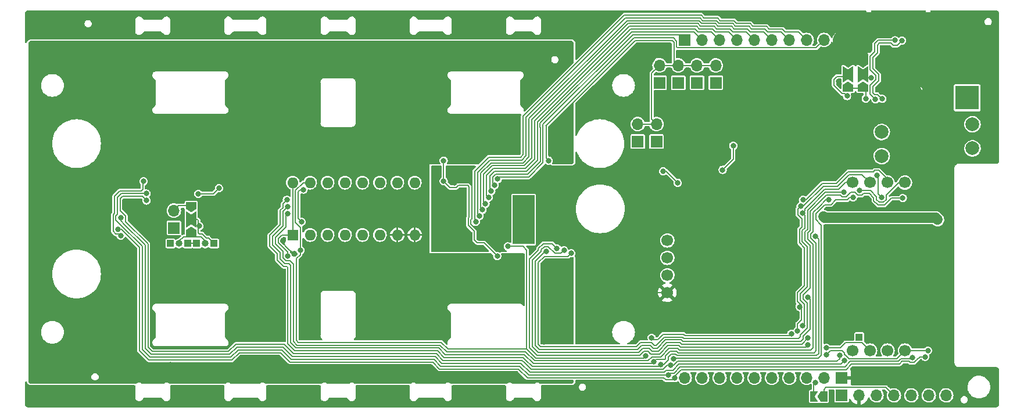
<source format=gbl>
G04 #@! TF.GenerationSoftware,KiCad,Pcbnew,(6.0.5-0)*
G04 #@! TF.CreationDate,2022-10-09T22:32:15+09:00*
G04 #@! TF.ProjectId,qLAMP-main,714c414d-502d-46d6-9169-6e2e6b696361,rev?*
G04 #@! TF.SameCoordinates,Original*
G04 #@! TF.FileFunction,Copper,L2,Bot*
G04 #@! TF.FilePolarity,Positive*
%FSLAX46Y46*%
G04 Gerber Fmt 4.6, Leading zero omitted, Abs format (unit mm)*
G04 Created by KiCad (PCBNEW (6.0.5-0)) date 2022-10-09 22:32:15*
%MOMM*%
%LPD*%
G01*
G04 APERTURE LIST*
G04 Aperture macros list*
%AMRoundRect*
0 Rectangle with rounded corners*
0 $1 Rounding radius*
0 $2 $3 $4 $5 $6 $7 $8 $9 X,Y pos of 4 corners*
0 Add a 4 corners polygon primitive as box body*
4,1,4,$2,$3,$4,$5,$6,$7,$8,$9,$2,$3,0*
0 Add four circle primitives for the rounded corners*
1,1,$1+$1,$2,$3*
1,1,$1+$1,$4,$5*
1,1,$1+$1,$6,$7*
1,1,$1+$1,$8,$9*
0 Add four rect primitives between the rounded corners*
20,1,$1+$1,$2,$3,$4,$5,0*
20,1,$1+$1,$4,$5,$6,$7,0*
20,1,$1+$1,$6,$7,$8,$9,0*
20,1,$1+$1,$8,$9,$2,$3,0*%
%AMFreePoly0*
4,1,6,1.000000,0.000000,0.500000,-0.750000,-0.500000,-0.750000,-0.500000,0.750000,0.500000,0.750000,1.000000,0.000000,1.000000,0.000000,$1*%
%AMFreePoly1*
4,1,7,0.700000,0.000000,1.200000,-0.750000,-1.200000,-0.750000,-0.700000,0.000000,-1.200000,0.750000,1.200000,0.750000,0.700000,0.000000,0.700000,0.000000,$1*%
%AMFreePoly2*
4,1,6,0.500000,-0.750000,-0.650000,-0.750000,-0.150000,0.000000,-0.650000,0.750000,0.500000,0.750000,0.500000,-0.750000,0.500000,-0.750000,$1*%
G04 Aperture macros list end*
G04 #@! TA.AperFunction,ComponentPad*
%ADD10C,2.000000*%
G04 #@! TD*
G04 #@! TA.AperFunction,ComponentPad*
%ADD11C,0.600000*%
G04 #@! TD*
G04 #@! TA.AperFunction,SMDPad,CuDef*
%ADD12R,3.200000X7.100000*%
G04 #@! TD*
G04 #@! TA.AperFunction,ComponentPad*
%ADD13R,1.700000X1.700000*%
G04 #@! TD*
G04 #@! TA.AperFunction,ComponentPad*
%ADD14O,1.700000X1.700000*%
G04 #@! TD*
G04 #@! TA.AperFunction,ComponentPad*
%ADD15R,3.500000X3.500000*%
G04 #@! TD*
G04 #@! TA.AperFunction,ComponentPad*
%ADD16RoundRect,0.750000X-1.000000X0.750000X-1.000000X-0.750000X1.000000X-0.750000X1.000000X0.750000X0*%
G04 #@! TD*
G04 #@! TA.AperFunction,ComponentPad*
%ADD17RoundRect,0.875000X-0.875000X0.875000X-0.875000X-0.875000X0.875000X-0.875000X0.875000X0.875000X0*%
G04 #@! TD*
G04 #@! TA.AperFunction,ComponentPad*
%ADD18C,1.700000*%
G04 #@! TD*
G04 #@! TA.AperFunction,ComponentPad*
%ADD19O,1.000000X1.800000*%
G04 #@! TD*
G04 #@! TA.AperFunction,ComponentPad*
%ADD20R,1.600000X1.600000*%
G04 #@! TD*
G04 #@! TA.AperFunction,ComponentPad*
%ADD21O,1.600000X1.600000*%
G04 #@! TD*
G04 #@! TA.AperFunction,ComponentPad*
%ADD22R,1.000000X1.000000*%
G04 #@! TD*
G04 #@! TA.AperFunction,SMDPad,CuDef*
%ADD23FreePoly0,270.000000*%
G04 #@! TD*
G04 #@! TA.AperFunction,SMDPad,CuDef*
%ADD24FreePoly1,270.000000*%
G04 #@! TD*
G04 #@! TA.AperFunction,SMDPad,CuDef*
%ADD25FreePoly0,90.000000*%
G04 #@! TD*
G04 #@! TA.AperFunction,SMDPad,CuDef*
%ADD26FreePoly0,180.000000*%
G04 #@! TD*
G04 #@! TA.AperFunction,SMDPad,CuDef*
%ADD27FreePoly2,180.000000*%
G04 #@! TD*
G04 #@! TA.AperFunction,SMDPad,CuDef*
%ADD28FreePoly1,90.000000*%
G04 #@! TD*
G04 #@! TA.AperFunction,ComponentPad*
%ADD29O,1.000000X1.000000*%
G04 #@! TD*
G04 #@! TA.AperFunction,ViaPad*
%ADD30C,0.800000*%
G04 #@! TD*
G04 #@! TA.AperFunction,Conductor*
%ADD31C,0.210820*%
G04 #@! TD*
G04 #@! TA.AperFunction,Conductor*
%ADD32C,1.524000*%
G04 #@! TD*
G04 #@! TA.AperFunction,Conductor*
%ADD33C,2.540000*%
G04 #@! TD*
G04 #@! TA.AperFunction,Conductor*
%ADD34C,3.810000*%
G04 #@! TD*
G04 APERTURE END LIST*
D10*
X205069999Y-89680009D03*
X205069999Y-93180009D03*
X191850010Y-90799996D03*
X191850010Y-94299996D03*
D11*
X139677500Y-100323000D03*
X139677500Y-105523000D03*
X138377500Y-106823000D03*
X140977500Y-104223000D03*
X138377500Y-105523000D03*
X139677500Y-104223000D03*
X138377500Y-102923000D03*
X138377500Y-101623000D03*
X140977500Y-106823000D03*
X138377500Y-100323000D03*
X140977500Y-105523000D03*
X138377500Y-104223000D03*
X140977500Y-100323000D03*
X140977500Y-102923000D03*
D12*
X139677500Y-103573000D03*
D11*
X139677500Y-101623000D03*
X139677500Y-102923000D03*
X140977500Y-101623000D03*
X139677500Y-106823000D03*
D13*
X156300000Y-92185000D03*
D14*
X156300000Y-89645000D03*
D13*
X167669979Y-83629999D03*
D14*
X167669979Y-81089999D03*
D13*
X159479978Y-83629999D03*
D14*
X159479978Y-81089999D03*
D13*
X162210000Y-83630000D03*
D14*
X162210000Y-81090000D03*
D13*
X164939987Y-83629999D03*
D14*
X164939987Y-81089999D03*
D13*
X159030010Y-92185007D03*
D14*
X159030010Y-89645007D03*
D15*
X204295781Y-85809811D03*
D16*
X204295781Y-79809811D03*
D17*
X199595781Y-82809811D03*
D18*
X187611004Y-98175013D03*
X190151003Y-98175006D03*
X192691003Y-98175006D03*
X195231003Y-98175006D03*
X187611003Y-122675006D03*
X190151003Y-122675006D03*
X192691003Y-122675006D03*
X195231003Y-122675006D03*
X160611003Y-106615006D03*
X160611003Y-109155006D03*
X160611003Y-111695006D03*
X160611003Y-114235006D03*
D19*
X198608290Y-78419782D03*
X198608290Y-74619782D03*
X189968290Y-78419782D03*
X189968290Y-74619782D03*
D13*
X186001000Y-126628000D03*
D14*
X183461000Y-126628000D03*
X180921000Y-126628000D03*
X178381000Y-126628000D03*
X175841000Y-126628000D03*
X173301000Y-126628000D03*
X170761000Y-126628000D03*
X168221000Y-126628000D03*
X165681000Y-126628000D03*
X163141000Y-126628000D03*
D13*
X186001000Y-129199996D03*
D14*
X188541000Y-129199996D03*
X191081000Y-129199996D03*
X193621000Y-129199996D03*
X196161000Y-129199996D03*
X198701000Y-129199996D03*
X201241000Y-129199996D03*
D13*
X163141000Y-77372000D03*
D14*
X165681000Y-77372000D03*
X168221000Y-77372000D03*
X170761000Y-77372000D03*
X173301000Y-77372000D03*
X175841000Y-77372000D03*
X178381000Y-77372000D03*
X180921000Y-77372000D03*
X183461000Y-77372000D03*
X186001000Y-77372000D03*
D20*
X106029989Y-105809999D03*
D21*
X108569989Y-105809999D03*
X111109989Y-105809999D03*
X113649989Y-105809999D03*
X116189989Y-105809999D03*
X118729989Y-105809999D03*
X121269989Y-105809999D03*
X123809989Y-105809999D03*
X123809989Y-98189999D03*
X121269989Y-98189999D03*
X118729989Y-98189999D03*
X116189989Y-98189999D03*
X113649989Y-98189999D03*
X111109989Y-98189999D03*
X108569989Y-98189999D03*
X106029989Y-98189999D03*
D13*
X88719990Y-104785008D03*
D14*
X88719990Y-102245008D03*
D22*
X88240000Y-107050000D03*
X94590006Y-107050002D03*
D23*
X91240013Y-101555994D03*
D24*
X91240013Y-103555994D03*
D25*
X91240013Y-105555994D03*
D26*
X183415000Y-129350000D03*
D27*
X181965000Y-129350000D03*
D25*
X186957487Y-84390005D03*
D28*
X186957487Y-82390005D03*
D23*
X186957487Y-80390005D03*
D22*
X188560000Y-120700000D03*
X90780000Y-107050000D03*
D29*
X89510000Y-107050000D03*
D22*
X92050000Y-107050000D03*
D29*
X93320000Y-107050000D03*
D25*
X189100003Y-84390005D03*
D28*
X189100003Y-82390005D03*
D23*
X189100003Y-80390005D03*
D30*
X142982129Y-108226245D03*
X181111270Y-114870000D03*
X128220000Y-78860000D03*
X77330000Y-99700000D03*
X133950000Y-88850000D03*
X103160000Y-110680000D03*
X138410000Y-126210000D03*
X105050000Y-93350000D03*
X100210000Y-104460000D03*
X123220000Y-85870000D03*
X138750000Y-93460000D03*
X114450000Y-108940000D03*
X139340000Y-114490000D03*
X144247218Y-111501631D03*
X96130000Y-93510000D03*
X68870000Y-125990000D03*
X93573823Y-104184712D03*
X83240000Y-86450000D03*
X82180000Y-126260000D03*
X139320000Y-112690000D03*
X104860000Y-86140000D03*
X138180000Y-88850000D03*
X126247218Y-111501631D03*
X102910000Y-89230000D03*
X77630000Y-95610000D03*
X106920000Y-95920000D03*
X90247218Y-111501631D03*
X68740000Y-83210000D03*
X115250000Y-102260000D03*
X90790000Y-95240000D03*
X102960000Y-114970000D03*
X83610000Y-80500000D03*
X103190000Y-91300000D03*
X90330000Y-108840000D03*
X111970000Y-110560000D03*
X68950000Y-97570000D03*
X100840000Y-126140000D03*
X104360000Y-80810000D03*
X86430000Y-108750000D03*
X96080000Y-107210000D03*
X121170000Y-78780000D03*
X108247218Y-92502076D03*
X109320000Y-114180000D03*
X117470000Y-120620000D03*
X135247218Y-111501631D03*
X140160000Y-86620000D03*
X122560000Y-81940000D03*
X110940000Y-80860000D03*
X117570000Y-99440000D03*
X120540000Y-110740000D03*
X131290000Y-81080000D03*
X104500000Y-112820000D03*
X109330000Y-83310000D03*
X117247218Y-92502076D03*
X144247218Y-92502076D03*
X100790000Y-106310000D03*
X93010000Y-126540000D03*
X129130000Y-88880000D03*
X94330000Y-109000000D03*
X87200000Y-112820000D03*
X88230000Y-124750000D03*
X99900000Y-85360000D03*
X99830000Y-88730000D03*
X98170000Y-80630000D03*
X124310000Y-99690000D03*
X112310000Y-104350000D03*
X142650000Y-121390000D03*
X97950000Y-96490000D03*
X120380000Y-91360000D03*
X74680000Y-101760000D03*
X68580000Y-88110000D03*
X87090000Y-93440000D03*
X94150000Y-110600000D03*
X96656475Y-104830354D03*
X144740000Y-81950000D03*
X124660000Y-108780000D03*
X84900501Y-98794725D03*
X72150000Y-106210000D03*
X117247218Y-111501631D03*
X108170000Y-78680000D03*
X76910000Y-106240000D03*
X122180000Y-112820000D03*
X102470000Y-108940000D03*
X75960000Y-82150000D03*
X123120000Y-120040000D03*
X112210000Y-91550000D03*
X101560000Y-100660000D03*
X116190000Y-95900000D03*
X119180000Y-126630000D03*
X68680000Y-120760000D03*
X94400000Y-88750000D03*
X81247218Y-92502076D03*
X135247218Y-92502076D03*
X98340000Y-124020000D03*
X97330000Y-115660000D03*
X81060000Y-83480000D03*
X124330000Y-104060000D03*
X138260000Y-91200000D03*
X109010000Y-95990000D03*
X145780000Y-116160000D03*
X94470702Y-102677292D03*
X97170000Y-83560000D03*
X79150000Y-86400000D03*
X108247218Y-111501631D03*
X143210000Y-118110000D03*
X109240000Y-120440000D03*
X88260000Y-78620000D03*
X113260000Y-112370000D03*
X117620000Y-104240000D03*
X79050000Y-117520000D03*
X107750000Y-101990000D03*
X71140000Y-100900000D03*
X117480000Y-84830000D03*
X128310000Y-120260000D03*
X124940000Y-88820000D03*
X112110000Y-100500000D03*
X97030000Y-88730000D03*
X73250000Y-122980000D03*
X109190000Y-103960000D03*
X70430000Y-117640000D03*
X146080710Y-87700710D03*
X98160000Y-109000000D03*
X106140000Y-125310000D03*
X142810000Y-114280000D03*
X126247218Y-92502076D03*
X85740000Y-110530000D03*
X145960000Y-121290000D03*
X100240000Y-117800000D03*
X100140000Y-98600000D03*
X129440000Y-91440000D03*
X99247218Y-111501631D03*
X110800000Y-126420000D03*
X103020000Y-83420000D03*
X68600000Y-115840000D03*
X85190000Y-91230000D03*
X141670000Y-82730000D03*
X119920000Y-97060000D03*
X114510000Y-125300000D03*
X76040000Y-120270000D03*
X78970000Y-122820000D03*
X95140000Y-78470000D03*
X107850000Y-117550000D03*
X119930000Y-117830000D03*
X123050000Y-95850000D03*
X79820000Y-95190000D03*
X95990000Y-112900000D03*
X94090000Y-91300000D03*
X74210000Y-78800000D03*
X77684368Y-101085579D03*
X123050000Y-115420000D03*
X68690000Y-78540000D03*
X111070000Y-102380000D03*
X97260000Y-120670000D03*
X127170000Y-83510000D03*
X117380000Y-88700000D03*
X122230000Y-93340000D03*
X138300000Y-110670000D03*
X129390000Y-110660000D03*
X94000000Y-115190000D03*
X120910000Y-101900000D03*
X133490000Y-115110000D03*
X71410000Y-108480000D03*
X83600000Y-96720000D03*
X115560000Y-78570000D03*
X117500000Y-115330000D03*
X82940000Y-122710000D03*
X73360000Y-85230000D03*
X112390000Y-96850000D03*
X135480000Y-78620000D03*
X100680000Y-108070000D03*
X102880000Y-120570000D03*
X94430000Y-95530000D03*
X131880000Y-126280000D03*
X116540000Y-81500000D03*
X81247218Y-111501631D03*
X109150000Y-86710000D03*
X81730000Y-106770000D03*
X75810000Y-126410000D03*
X126070000Y-125280000D03*
X101380000Y-78780000D03*
X87860000Y-95220000D03*
X143740000Y-78760000D03*
X68870000Y-103140000D03*
X126140000Y-117920000D03*
X131350000Y-112780000D03*
X102400000Y-123810000D03*
X113390000Y-93380000D03*
X101150000Y-95400000D03*
X138510000Y-81000000D03*
X108330000Y-89720000D03*
X128950000Y-115080000D03*
X79260000Y-78750000D03*
X104790000Y-96710000D03*
X91590000Y-79790000D03*
X80840000Y-120000000D03*
X99247218Y-92502076D03*
X82830000Y-117520000D03*
X131380000Y-93420000D03*
X73440000Y-118900000D03*
X90247218Y-92502076D03*
X119410000Y-108620000D03*
X82970000Y-108930000D03*
X79990000Y-109010000D03*
X178676034Y-120212829D03*
X199990000Y-103590000D03*
X168669773Y-96316240D03*
X157480000Y-123459588D03*
X170217892Y-92790006D03*
X160000000Y-96510000D03*
X107138110Y-108039770D03*
X162121853Y-98193678D03*
X183350000Y-103140000D03*
X137374951Y-107486551D03*
X158331232Y-120804108D03*
X182190999Y-127333295D03*
X105320000Y-108866850D03*
X92423240Y-104520000D03*
X161483388Y-123891861D03*
X187660000Y-100330000D03*
X186386787Y-124133953D03*
X80987239Y-103330000D03*
X80570000Y-104980000D03*
X161688755Y-126664471D03*
X198159110Y-123583451D03*
X84738566Y-99784265D03*
X196277395Y-123682681D03*
X160716866Y-126250931D03*
X191809110Y-100342717D03*
X191127189Y-97099178D03*
X105321879Y-101696057D03*
X158678646Y-124286668D03*
X184132466Y-100693056D03*
X84750000Y-100786902D03*
X185744772Y-123357524D03*
X161110040Y-124834700D03*
X159665285Y-124700208D03*
X182220000Y-105980000D03*
X105180359Y-100703392D03*
X107321336Y-103883684D03*
X107592802Y-99196319D03*
X189520125Y-85922883D03*
X190940000Y-86040000D03*
X193790000Y-77430000D03*
X191939137Y-85955527D03*
X194800000Y-77460000D03*
X163550000Y-82210000D03*
X103210000Y-128400000D03*
X197740000Y-108460000D03*
X126870000Y-99610000D03*
X88950000Y-76460000D03*
X202740000Y-125890000D03*
X163610000Y-79540000D03*
X95300000Y-76510000D03*
X126860000Y-105650000D03*
X160260000Y-115910000D03*
X182860000Y-94610000D03*
X179060000Y-117540000D03*
X170670000Y-115980000D03*
X92030000Y-74360000D03*
X159140000Y-100580000D03*
X200080000Y-76230000D03*
X157080000Y-120640000D03*
X183980000Y-94597311D03*
X197810000Y-80330000D03*
X202790000Y-77260000D03*
X207680000Y-78190000D03*
X176040000Y-102570000D03*
X187560000Y-77980000D03*
X196954207Y-76965793D03*
X166430000Y-85750000D03*
X178880000Y-105300000D03*
X166350000Y-79540000D03*
X193100000Y-125430000D03*
X189110000Y-110890000D03*
X187920000Y-125530000D03*
X126850000Y-101920000D03*
X150880000Y-97680000D03*
X122310000Y-76380000D03*
X186652715Y-79717285D03*
X186060000Y-116880000D03*
X148140000Y-88960000D03*
X172539753Y-86230247D03*
X119410000Y-130100000D03*
X200070000Y-128300000D03*
X163910000Y-104040000D03*
X163880000Y-119630000D03*
X91860000Y-129980000D03*
X156400000Y-111110000D03*
X192230000Y-83200000D03*
X77990000Y-74130000D03*
X129578376Y-98178376D03*
X162210000Y-117620000D03*
X193990000Y-104950000D03*
X167950000Y-112860000D03*
X157590000Y-88670000D03*
X181550000Y-94610000D03*
X194860000Y-92540000D03*
X157150000Y-87350000D03*
X185500000Y-107820000D03*
X185850000Y-110880000D03*
X106080000Y-130010000D03*
X196310218Y-74619782D03*
X81890000Y-76490000D03*
X156370000Y-78420000D03*
X185750000Y-104780000D03*
X193610000Y-96210000D03*
X72910000Y-76430000D03*
X176052720Y-86307280D03*
X160450000Y-94550000D03*
X165220000Y-92450000D03*
X156960000Y-100770000D03*
X104627440Y-106623550D03*
X164560000Y-110600000D03*
X118890000Y-74310000D03*
X185830000Y-96090000D03*
X201780000Y-113060000D03*
X169080000Y-79690000D03*
X200810000Y-74090000D03*
X168900000Y-91510000D03*
X149510000Y-127357048D03*
X116270000Y-76470000D03*
X185200000Y-121480000D03*
X179720000Y-112640000D03*
X160330000Y-119510000D03*
X102850000Y-76490000D03*
X198460000Y-96010000D03*
X182060000Y-83200000D03*
X133070000Y-74180000D03*
X207990000Y-91140000D03*
X68100000Y-74130000D03*
X149030000Y-129330000D03*
X196880000Y-97910000D03*
X152800000Y-74120000D03*
X180730000Y-75090000D03*
X128780000Y-99850000D03*
X157740000Y-81550000D03*
X163640000Y-97750000D03*
X197640000Y-116810000D03*
X193450000Y-85610000D03*
X130020000Y-128410000D03*
X146250000Y-101600000D03*
X160800000Y-82210000D03*
X198290000Y-124900000D03*
X109310000Y-128400000D03*
X197900000Y-100130000D03*
X145810000Y-130050000D03*
X199810000Y-110880000D03*
X179870000Y-128940000D03*
X197710000Y-104780000D03*
X152130000Y-86910000D03*
X183840000Y-120440000D03*
X194910000Y-128240000D03*
X68090000Y-130020000D03*
X208040000Y-126040000D03*
X122070000Y-128280000D03*
X158256835Y-94051231D03*
X179690000Y-108170000D03*
X162150000Y-113020000D03*
X109060000Y-76340000D03*
X200750000Y-123640000D03*
X116020000Y-128360000D03*
X89220000Y-128360000D03*
X174287280Y-86307280D03*
X169890000Y-119510000D03*
X185604787Y-83410000D03*
X167400000Y-117530000D03*
X157260000Y-114960000D03*
X143230000Y-74080000D03*
X194057711Y-76192289D03*
X195500000Y-114600000D03*
X172130000Y-74070000D03*
X169140000Y-86490000D03*
X147120000Y-96480000D03*
X197710000Y-112990000D03*
X148320000Y-98410000D03*
X150920000Y-106290000D03*
X158540000Y-108940000D03*
X135780000Y-128360000D03*
X154160000Y-89430000D03*
X142350000Y-96860000D03*
X153130000Y-81590000D03*
X190770000Y-127300000D03*
X179100000Y-130250000D03*
X137380000Y-98650000D03*
X189110000Y-104840000D03*
X165170000Y-115890000D03*
X201570000Y-100100000D03*
X152970000Y-117790000D03*
X71970000Y-128280000D03*
X207950000Y-94660000D03*
X190459094Y-76069094D03*
X169440000Y-82480000D03*
X160410000Y-78750000D03*
X106440000Y-74410000D03*
X177830000Y-94610000D03*
X183940000Y-74730000D03*
X180080000Y-94610000D03*
X133215000Y-106245000D03*
X172790000Y-107800000D03*
X136170000Y-76410000D03*
X207540000Y-82430000D03*
X166250000Y-82290000D03*
X196310000Y-125280000D03*
X132640000Y-130020000D03*
X152860000Y-130150000D03*
X160310000Y-88590000D03*
X185590000Y-113710000D03*
X173630000Y-117980000D03*
X199740000Y-114850000D03*
X176170000Y-129450000D03*
X201780000Y-116850000D03*
X199810000Y-106360000D03*
X199595792Y-91415792D03*
X150760000Y-127880000D03*
X203070000Y-128890000D03*
X190340000Y-114460000D03*
X177470000Y-74480000D03*
X156570000Y-105320000D03*
X207910000Y-87740000D03*
X205370000Y-73840000D03*
X126870000Y-96630000D03*
X153160000Y-112730000D03*
X175800000Y-96020000D03*
X171250000Y-109920000D03*
X200555000Y-78885000D03*
X161990000Y-108170000D03*
X159070000Y-85200000D03*
X207990000Y-130180000D03*
X193220000Y-113060000D03*
X186590000Y-74090000D03*
X188960000Y-117110000D03*
X201670000Y-108640000D03*
X106273930Y-108548302D03*
X129950000Y-103790000D03*
X145450000Y-98860000D03*
X189920000Y-107660000D03*
X148370000Y-78290000D03*
X171410000Y-130280000D03*
X153230000Y-109090000D03*
X142310000Y-98900000D03*
X130130000Y-76310000D03*
X175520000Y-106100000D03*
X202482911Y-82587089D03*
X173590000Y-113630000D03*
X143410000Y-128440000D03*
X176190000Y-119480000D03*
X167840000Y-98680000D03*
X193810000Y-120860000D03*
X176410000Y-116070000D03*
X150370000Y-84500000D03*
X192350218Y-74619782D03*
X157180000Y-84850000D03*
X154140000Y-98570000D03*
X182840000Y-91676071D03*
X160600000Y-104910000D03*
X177300000Y-86307280D03*
X172660000Y-102650000D03*
X188052711Y-75557289D03*
X95090000Y-128400000D03*
X201710000Y-103800000D03*
X200840000Y-120800000D03*
X76210000Y-130060000D03*
X176150000Y-92900000D03*
X131690000Y-97110000D03*
X163620000Y-87600000D03*
X81170000Y-128280000D03*
X147170000Y-75410000D03*
X131310000Y-106640000D03*
X193320000Y-116920000D03*
X183810000Y-117280000D03*
X175860000Y-110550000D03*
X80964984Y-105901629D03*
X84318324Y-97978342D03*
X188653048Y-99316302D03*
X135832818Y-108904780D03*
X143320000Y-94968306D03*
X128030000Y-94968306D03*
X128028376Y-97978376D03*
X190300000Y-82880000D03*
X186794359Y-85553995D03*
X183768110Y-122279597D03*
X181111270Y-120840000D03*
X145560712Y-108049288D03*
X186368145Y-99571406D03*
X146582903Y-108486645D03*
X134565020Y-100355148D03*
X134961708Y-99434251D03*
X135453305Y-98560326D03*
X135898837Y-97662042D03*
X134127098Y-101257166D03*
X133674942Y-102152134D03*
X133259921Y-103064916D03*
X132715660Y-103907051D03*
X194910000Y-100440000D03*
X105321879Y-102698760D03*
X180284190Y-119066792D03*
X180331142Y-102589987D03*
X179581500Y-119782082D03*
X180031796Y-101625964D03*
X179870650Y-116300000D03*
X180369261Y-100681755D03*
X92280000Y-99810000D03*
X95290000Y-98990000D03*
X181092081Y-121866989D03*
X198572650Y-122670000D03*
X183768110Y-123282300D03*
X144525224Y-107766486D03*
D31*
X181185840Y-114870000D02*
X181111270Y-114870000D01*
X156254945Y-122513540D02*
X156844100Y-121924387D01*
X159111718Y-122337928D02*
X160333607Y-121116041D01*
X180403149Y-120963287D02*
X180403149Y-120546686D01*
X162633167Y-121116040D02*
X162851606Y-121334479D01*
X141942875Y-122513539D02*
X156254945Y-122513540D01*
X162851606Y-121334479D02*
X180031957Y-121334479D01*
X141380619Y-121951283D02*
X141942875Y-122513539D01*
X158529443Y-122337928D02*
X159111718Y-122337928D01*
X160333607Y-121116041D02*
X162633167Y-121116040D01*
X156844100Y-121924387D02*
X158115904Y-121924389D01*
X141380619Y-109657728D02*
X141380619Y-121951283D01*
X180403149Y-120546686D02*
X181405840Y-119543995D01*
X158115904Y-121924389D02*
X158529443Y-122337928D01*
X181405840Y-119543995D02*
X181405840Y-115090000D01*
X142982129Y-108226245D02*
X142812102Y-108226245D01*
X181405840Y-115090000D02*
X181185840Y-114870000D01*
X142812102Y-108226245D02*
X141380619Y-109657728D01*
X180031957Y-121334479D02*
X180403149Y-120963287D01*
X93573823Y-103574171D02*
X94470702Y-102677292D01*
X159479978Y-81089999D02*
X158321857Y-82248120D01*
X93573823Y-104184712D02*
X93573823Y-103574171D01*
X159119972Y-80355008D02*
X159119969Y-80355005D01*
X146080710Y-87284124D02*
X146080710Y-87700710D01*
X161309665Y-77454499D02*
X155910335Y-77454499D01*
X93573823Y-104184712D02*
X96010833Y-104184712D01*
X155910335Y-77454499D02*
X146080710Y-87284124D01*
X161569339Y-77714173D02*
X161309665Y-77454499D01*
X158321857Y-82248120D02*
X158321857Y-88936839D01*
X167669979Y-81089999D02*
X164939987Y-81089999D01*
X156300000Y-89645000D02*
X159030018Y-89645000D01*
X162210000Y-81090000D02*
X161569339Y-80449339D01*
X158321857Y-88936839D02*
X159030018Y-89645000D01*
X164939987Y-81089999D02*
X162210000Y-81090000D01*
X96010833Y-104184712D02*
X96656475Y-104830354D01*
X162210000Y-81090000D02*
X159479978Y-81089999D01*
X161569339Y-80449339D02*
X161569339Y-77714173D01*
X163450000Y-120507399D02*
X163194194Y-120507399D01*
X160438175Y-96510000D02*
X162121853Y-98193678D01*
X107138110Y-108039770D02*
X107138110Y-108685557D01*
X107138110Y-104701878D02*
X106443529Y-104007297D01*
X158624433Y-121097309D02*
X158331232Y-120804108D01*
X141428992Y-123754158D02*
X143155842Y-123754158D01*
X170217892Y-94768121D02*
X168669773Y-96316240D01*
X106860000Y-121470000D02*
X127660000Y-121470000D01*
X106567244Y-121177244D02*
X106860000Y-121470000D01*
X106567244Y-109256423D02*
X106567244Y-121177244D01*
X181965000Y-129350000D02*
X181965000Y-127559294D01*
X163194194Y-120507399D02*
X162975757Y-120288962D01*
X162975757Y-120288962D02*
X159991019Y-120288962D01*
X140972417Y-123297583D02*
X141428992Y-123754158D01*
X181965000Y-127559294D02*
X182190999Y-127333295D01*
X178676034Y-120212829D02*
X178388863Y-120500000D01*
D32*
X199700130Y-103300130D02*
X199990000Y-103590000D01*
D31*
X128655166Y-122465166D02*
X140140000Y-122465166D01*
X139566551Y-107486551D02*
X140140001Y-108060001D01*
X157185430Y-123754158D02*
X157480000Y-123459588D01*
X159319990Y-120959991D02*
X159182672Y-121097309D01*
X127660000Y-121470000D02*
X128655166Y-122465166D01*
X106443529Y-99343580D02*
X107597110Y-98189999D01*
D32*
X183510130Y-103300130D02*
X199700130Y-103300130D01*
D31*
X106443529Y-104007297D02*
X106443529Y-99343580D01*
D32*
X183350000Y-103140000D02*
X183510130Y-103300130D01*
D31*
X159182672Y-121097309D02*
X158624433Y-121097309D01*
X160000000Y-96510000D02*
X160438175Y-96510000D01*
X159991019Y-120288962D02*
X159319990Y-120959991D01*
X140140000Y-122465166D02*
X140972417Y-123297583D01*
X140140001Y-108060001D02*
X140140000Y-122465166D01*
X107597110Y-98189999D02*
X108569989Y-98189999D01*
X154674158Y-123754158D02*
X157185430Y-123754158D01*
X107138110Y-104701878D02*
X107138110Y-108039770D01*
X143155842Y-123754158D02*
X154674158Y-123754158D01*
X178388863Y-120500000D02*
X178381464Y-120507399D01*
X107138110Y-108685557D02*
X106567244Y-109256423D01*
X178381464Y-120507399D02*
X163450000Y-120507399D01*
X137374951Y-107486551D02*
X139566551Y-107486551D01*
X170217892Y-92790006D02*
X170217892Y-94768121D01*
X104439556Y-105809999D02*
X106029989Y-105809999D01*
X103919319Y-106330236D02*
X104439556Y-105809999D01*
X105320000Y-108866850D02*
X105320000Y-108317545D01*
X106029989Y-98189999D02*
X106029989Y-105809999D01*
X103919319Y-106916864D02*
X103919319Y-106330236D01*
X105320000Y-108317545D02*
X103919319Y-106916864D01*
X92050000Y-107050000D02*
X90780000Y-107050000D01*
X93781883Y-106241879D02*
X93442955Y-106241879D01*
X92155994Y-103555994D02*
X91240013Y-103555994D01*
X93442955Y-106241879D02*
X92877537Y-105676461D01*
X92423240Y-104520000D02*
X92350000Y-104520000D01*
X92298143Y-104468143D02*
X92298143Y-103698143D01*
X92350000Y-104520000D02*
X92298143Y-104468143D01*
X92298143Y-105508143D02*
X92298143Y-104468143D01*
X92298143Y-103698143D02*
X92155994Y-103555994D01*
X92466461Y-105676461D02*
X92298143Y-105508143D01*
X92877537Y-105676461D02*
X92466461Y-105676461D01*
X94590006Y-107050002D02*
X93781883Y-106241879D01*
X91240013Y-101555994D02*
X89409004Y-101555994D01*
X89409004Y-101555994D02*
X88719990Y-102245008D01*
X182279870Y-102696738D02*
X183575431Y-101401177D01*
X161559530Y-123815719D02*
X182614281Y-123815719D01*
X182279870Y-103583262D02*
X182279870Y-102696738D01*
X185133891Y-100693066D02*
X186832754Y-100693066D01*
X183575431Y-101401177D02*
X184425780Y-101401177D01*
X183060000Y-123370000D02*
X183060000Y-104363392D01*
X186832754Y-100693066D02*
X187195820Y-100330000D01*
X161483388Y-123891861D02*
X161559530Y-123815719D01*
X184425780Y-101401177D02*
X185133891Y-100693066D01*
X187195820Y-100330000D02*
X187660000Y-100330000D01*
X182614281Y-123815719D02*
X183060000Y-123370000D01*
X183060000Y-104363392D02*
X182279870Y-103583262D01*
X139283529Y-124532865D02*
X140572522Y-125821858D01*
X140572522Y-125821858D02*
X160144504Y-125821858D01*
X160144504Y-125821858D02*
X160423552Y-125542810D01*
X106003534Y-123537700D02*
X126776118Y-123537700D01*
X162318703Y-124642799D02*
X185877942Y-124642798D01*
X96861295Y-123213539D02*
X97901294Y-122173540D01*
X160423552Y-125542810D02*
X161418690Y-125542810D01*
X80987239Y-103742405D02*
X81524067Y-104279232D01*
X127771283Y-124532865D02*
X139283529Y-124532865D01*
X97901294Y-122173540D02*
X104639373Y-122173540D01*
X84526460Y-107281625D02*
X84526460Y-122341294D01*
X126776118Y-123537700D02*
X127771283Y-124532865D01*
X185877942Y-124642798D02*
X186386787Y-124133953D01*
X80987239Y-103330000D02*
X80987239Y-103742405D01*
X84526460Y-122341294D02*
X85398707Y-123213540D01*
X161418690Y-125542810D02*
X162318703Y-124642799D01*
X81524067Y-104279232D02*
X84526460Y-107281625D01*
X104639373Y-122173540D02*
X106003534Y-123537700D01*
X85398707Y-123213540D02*
X96861295Y-123213539D01*
X138938706Y-125359945D02*
X140227699Y-126648938D01*
X194415470Y-124660206D02*
X194829009Y-124246667D01*
X195839946Y-124246667D02*
X195984081Y-124390802D01*
X80570000Y-104980000D02*
X81055166Y-104980000D01*
X126433530Y-124364780D02*
X127428695Y-125359945D01*
X98243881Y-123000620D02*
X104296785Y-123000620D01*
X196570709Y-124390802D02*
X196910756Y-124050755D01*
X186637131Y-125469878D02*
X187446802Y-124660207D01*
X187446802Y-124660207D02*
X194360000Y-124660207D01*
X194829009Y-124246667D02*
X195550000Y-124246667D01*
X104296785Y-123000620D02*
X105660945Y-124364780D01*
X83699380Y-107629380D02*
X83699380Y-122683884D01*
X127428695Y-125359945D02*
X138938706Y-125359945D01*
X162661289Y-125469879D02*
X181410121Y-125469879D01*
X195984081Y-124390802D02*
X196570709Y-124390802D01*
X83699380Y-122683884D02*
X85056116Y-124040620D01*
X160423552Y-126959052D02*
X161394174Y-126959052D01*
X160113438Y-126648938D02*
X160423552Y-126959052D01*
X85056116Y-124040620D02*
X97203881Y-124040620D01*
X197378060Y-123583451D02*
X198159110Y-123583451D01*
X161688755Y-126664471D02*
X161688755Y-126442413D01*
X181410121Y-125469879D02*
X186637131Y-125469878D01*
X97203881Y-124040620D02*
X98243881Y-123000620D01*
X81055166Y-104985166D02*
X83699380Y-107629380D01*
X81055166Y-104980000D02*
X81055166Y-104985166D01*
X105660945Y-124364780D02*
X126433530Y-124364780D01*
X161688755Y-126442413D02*
X162661289Y-125469879D01*
X195550000Y-124246667D02*
X195839946Y-124246667D01*
X194360000Y-124660207D02*
X194415470Y-124660206D01*
X196910756Y-124050755D02*
X197378060Y-123583451D01*
X140227699Y-126648938D02*
X160113438Y-126648938D01*
X161394174Y-126959052D02*
X161688755Y-126664471D01*
X84738566Y-99784265D02*
X81045735Y-99784265D01*
X97032590Y-123627078D02*
X98072588Y-122587080D01*
X127599990Y-124946405D02*
X139110000Y-124946405D01*
X195520000Y-123833127D02*
X196126949Y-123833127D01*
X196126949Y-123833127D02*
X196277395Y-123682681D01*
X80872475Y-104212476D02*
X84112920Y-107452921D01*
X84112920Y-122512589D02*
X85227414Y-123627080D01*
X140401229Y-126235398D02*
X160701333Y-126235398D01*
X194244175Y-124246667D02*
X194657715Y-123833127D01*
X80490000Y-102825804D02*
X80279118Y-103036686D01*
X126604824Y-123951240D02*
X127599990Y-124946405D01*
X84112920Y-107452921D02*
X84112920Y-122512589D01*
X80490000Y-100340000D02*
X80490000Y-102825804D01*
X181350000Y-125056339D02*
X186465836Y-125056339D01*
X187275508Y-124246667D02*
X194244175Y-124246667D01*
X98072588Y-122587080D02*
X104468079Y-122587080D01*
X140398992Y-126235397D02*
X140401229Y-126235398D01*
X160716866Y-126250931D02*
X161011447Y-125956350D01*
X186465836Y-125056339D02*
X187275508Y-124246667D01*
X139110000Y-124946405D02*
X140398992Y-126235397D01*
X161589984Y-125956350D02*
X162489996Y-125056339D01*
X104468079Y-122587080D02*
X105832241Y-123951240D01*
X81045735Y-99784265D02*
X80490000Y-100340000D01*
X80279118Y-103036686D02*
X80279118Y-103623314D01*
X85227414Y-123627080D02*
X97032590Y-123627078D01*
X160701333Y-126235398D02*
X160716866Y-126250931D01*
X80868280Y-104212476D02*
X80872475Y-104212476D01*
X105832241Y-123951240D02*
X126604824Y-123951240D01*
X162489996Y-125056339D02*
X181350000Y-125056339D01*
X161011447Y-125956350D02*
X161589984Y-125956350D01*
X194657715Y-123833127D02*
X195520000Y-123833127D01*
X80279118Y-103623314D02*
X80868280Y-104212476D01*
X191309124Y-99842731D02*
X191809110Y-100342717D01*
X191309124Y-97281113D02*
X191309124Y-99842731D01*
X191127189Y-97099178D02*
X191309124Y-97281113D01*
X105321879Y-101696057D02*
X104613758Y-102404178D01*
X160361727Y-123850134D02*
X160361727Y-123427254D01*
X106517413Y-122297080D02*
X127290000Y-122297080D01*
X104613758Y-102404178D02*
X104613758Y-104466131D01*
X158418762Y-124581238D02*
X158678646Y-124321354D01*
X139797411Y-123292245D02*
X141086406Y-124581238D01*
X181866331Y-105332234D02*
X181866331Y-102525443D01*
X182232920Y-106994355D02*
X181511879Y-106273314D01*
X181511879Y-105686686D02*
X181866331Y-105332234D01*
X161018781Y-122770200D02*
X161947995Y-122770200D01*
X103092241Y-107259454D02*
X104198339Y-108365552D01*
X104198339Y-108365552D02*
X104198340Y-109331459D01*
X160361727Y-123427254D02*
X161018781Y-122770200D01*
X158678646Y-124321354D02*
X158678646Y-124286668D01*
X183698717Y-100693056D02*
X182735445Y-101656330D01*
X158973227Y-123992087D02*
X160219774Y-123992087D01*
X103092239Y-105987650D02*
X103092239Y-106940000D01*
X105740164Y-121519831D02*
X106517413Y-122297080D01*
X104613758Y-104466131D02*
X103092239Y-105987650D01*
X181971361Y-122988639D02*
X182232920Y-122727080D01*
X104855393Y-109988511D02*
X105503677Y-109988511D01*
X184132466Y-100693056D02*
X183698717Y-100693056D01*
X128285165Y-123292245D02*
X139797411Y-123292245D01*
X181511879Y-106273314D02*
X181511879Y-105686686D01*
X160219774Y-123992087D02*
X160361727Y-123850134D01*
X103092239Y-106940000D02*
X103092241Y-107259454D01*
X181866331Y-102525443D02*
X182735445Y-101656330D01*
X162166434Y-122988639D02*
X181971361Y-122988639D01*
X161947995Y-122770200D02*
X162166434Y-122988639D01*
X158678646Y-124286668D02*
X158973227Y-123992087D01*
X105503677Y-109988511D02*
X105740164Y-110224998D01*
X104198340Y-109331459D02*
X104855393Y-109988511D01*
X127290000Y-122297080D02*
X128285165Y-123292245D01*
X141086406Y-124581238D02*
X158418762Y-124581238D01*
X105740164Y-110224998D02*
X105740164Y-121519831D01*
X182232920Y-122727080D02*
X182232920Y-106994355D01*
X139454823Y-124119325D02*
X139748872Y-124413373D01*
X185350741Y-124229259D02*
X185744772Y-123835228D01*
X80903540Y-102244866D02*
X81695360Y-103036686D01*
X84940000Y-107110334D02*
X84940000Y-122170000D01*
X139748872Y-124413373D02*
X139748876Y-124413373D01*
X84750000Y-100786902D02*
X84739768Y-100786902D01*
X97730000Y-121760000D02*
X104810667Y-121760000D01*
X160546829Y-124834700D02*
X161110040Y-124834700D01*
X140743820Y-125408318D02*
X159973211Y-125408318D01*
X127942579Y-124119325D02*
X139454823Y-124119325D01*
X126947412Y-123124160D02*
X127942579Y-124119325D01*
X161541967Y-124834700D02*
X162147410Y-124229259D01*
X80903540Y-100511294D02*
X80903540Y-102244866D01*
X84150671Y-100197805D02*
X81217029Y-100197805D01*
X159973211Y-125408318D02*
X160546829Y-124834700D01*
X81695360Y-103865692D02*
X84940000Y-107110334D01*
X81217029Y-100197805D02*
X80903540Y-100511294D01*
X84739768Y-100786902D02*
X84150671Y-100197805D01*
X81695360Y-103036686D02*
X81695360Y-103865692D01*
X85570000Y-122800000D02*
X96690000Y-122800000D01*
X139748876Y-124413373D02*
X140743820Y-125408318D01*
X96690000Y-122800000D02*
X97730000Y-121760000D01*
X181089259Y-124229259D02*
X185350741Y-124229259D01*
X185744772Y-123835228D02*
X185744772Y-123357524D01*
X161110040Y-124834700D02*
X161541967Y-124834700D01*
X104810667Y-121760000D02*
X106174827Y-123124160D01*
X84940000Y-122170000D02*
X85570000Y-122800000D01*
X106174827Y-123124160D02*
X126947412Y-123124160D01*
X162147410Y-124229259D02*
X181089259Y-124229259D01*
X140915113Y-124994778D02*
X159370715Y-124994778D01*
X160775267Y-124021428D02*
X160775267Y-123598547D01*
X105326624Y-121691124D02*
X106346120Y-122710620D01*
X160096487Y-124700208D02*
X160775267Y-124021428D01*
X182337821Y-123402179D02*
X182646460Y-123093540D01*
X159665285Y-124700208D02*
X160096487Y-124700208D01*
X104684100Y-110402051D02*
X105182051Y-110402051D01*
X161995141Y-123402179D02*
X178602987Y-123402179D01*
X127118706Y-122710620D02*
X128113872Y-123705785D01*
X105182051Y-110402051D02*
X105326624Y-110546624D01*
X102678699Y-105816357D02*
X102678699Y-107430746D01*
X139920166Y-123999834D02*
X140915113Y-124994778D01*
X161776702Y-123183740D02*
X161995141Y-123402179D01*
X178602987Y-123402179D02*
X182337821Y-123402179D01*
X159370715Y-124994778D02*
X159665285Y-124700208D01*
X104200219Y-104294835D02*
X102678699Y-105816357D01*
X161190074Y-123183740D02*
X161776702Y-123183740D01*
X104200219Y-102232883D02*
X104200219Y-104294835D01*
X103784800Y-109502754D02*
X104684100Y-110402051D01*
X103784799Y-108536846D02*
X103784800Y-109502754D01*
X104613758Y-101269993D02*
X104613758Y-101819344D01*
X105180359Y-100703392D02*
X104613758Y-101269993D01*
X106346120Y-122710620D02*
X127118706Y-122710620D01*
X182646460Y-106406460D02*
X182220000Y-105980000D01*
X160775267Y-123598547D02*
X161190074Y-123183740D01*
X139626117Y-123705785D02*
X139920166Y-123999834D01*
X128113872Y-123705785D02*
X139626117Y-123705785D01*
X182646460Y-123093540D02*
X182646460Y-106406460D01*
X104613758Y-101819344D02*
X104200219Y-102232883D01*
X105326624Y-110546624D02*
X105326624Y-121691124D01*
X102678699Y-107430746D02*
X103784799Y-108536846D01*
X106857069Y-102817730D02*
X106857069Y-103341604D01*
X106857069Y-102817730D02*
X106857069Y-99514874D01*
X106857069Y-103419417D02*
X107321336Y-103883684D01*
X107175624Y-99196319D02*
X107592802Y-99196319D01*
X106857069Y-99514874D02*
X107175624Y-99196319D01*
X106857069Y-103341604D02*
X106857069Y-103419417D01*
X189100003Y-84390005D02*
X186957487Y-84390005D01*
X189520125Y-84810127D02*
X189100003Y-84390005D01*
X189520125Y-85922883D02*
X189520125Y-84810127D01*
X191008121Y-82586686D02*
X191008121Y-83173314D01*
X190820000Y-79110940D02*
X190240940Y-79690000D01*
X190820000Y-77940000D02*
X190820000Y-79110940D01*
X190158133Y-85258133D02*
X190940000Y-86040000D01*
X193790000Y-77430000D02*
X191330000Y-77430000D01*
X190158133Y-79762373D02*
X190158133Y-81736698D01*
X191330000Y-77430000D02*
X190820000Y-77940000D01*
X190240940Y-79690000D02*
X190230506Y-79690000D01*
X190230506Y-79690000D02*
X190158133Y-79762373D01*
X191008121Y-83173314D02*
X190158133Y-84023302D01*
X190158133Y-84023302D02*
X190158133Y-85258133D01*
X190158133Y-81736698D02*
X191008121Y-82586686D01*
X193518565Y-78160000D02*
X193202105Y-77843540D01*
X193202105Y-77843540D02*
X191501294Y-77843540D01*
X191233314Y-85331879D02*
X191305718Y-85404282D01*
X191233540Y-79282233D02*
X190571673Y-79944100D01*
X191421660Y-83344609D02*
X190571673Y-84194596D01*
X194100000Y-78160000D02*
X193518565Y-78160000D01*
X190571673Y-85086839D02*
X190816713Y-85331879D01*
X190571673Y-81565404D02*
X191421661Y-82415393D01*
X190571673Y-84194596D02*
X190571673Y-85086839D01*
X194800000Y-77460000D02*
X194100000Y-78160000D01*
X191233540Y-78111294D02*
X191233540Y-79282233D01*
X191421661Y-82415393D02*
X191421660Y-83344609D01*
X191305718Y-85404282D02*
X191856962Y-85955527D01*
X191856962Y-85955527D02*
X191939137Y-85955527D01*
X190571673Y-79944100D02*
X190571673Y-81565404D01*
X190816713Y-85331879D02*
X191233314Y-85331879D01*
X191233540Y-85332105D02*
X191305718Y-85404282D01*
X191501294Y-77843540D02*
X191233540Y-78111294D01*
D33*
X188570000Y-76018072D02*
X189241870Y-76689942D01*
X202482911Y-82587089D02*
X201073081Y-82587089D01*
X195052711Y-75557289D02*
X190332711Y-75557289D01*
D31*
X160611003Y-114235006D02*
X157984994Y-114235006D01*
X186957487Y-78962513D02*
X186957487Y-78328487D01*
D33*
X189968290Y-74619782D02*
X188753218Y-74619782D01*
D31*
X131718376Y-98178376D02*
X129578376Y-98178376D01*
D33*
X205382911Y-82587089D02*
X202482911Y-82587089D01*
X192720000Y-75851870D02*
X192812711Y-75759159D01*
X189241870Y-77693362D02*
X189241870Y-77286318D01*
X197810000Y-82690000D02*
X199134208Y-84014208D01*
D34*
X199595792Y-94874208D02*
X198460000Y-96010000D01*
D33*
X204295792Y-79809800D02*
X201479800Y-79809800D01*
X196310218Y-74619782D02*
X202909782Y-74619782D01*
D34*
X182860000Y-94610000D02*
X182860000Y-91696071D01*
D33*
X188753218Y-74619782D02*
X186001000Y-77372000D01*
D31*
X132138260Y-103440000D02*
X132138260Y-98598260D01*
X163640000Y-97750000D02*
X167830000Y-97750000D01*
X189100003Y-80390005D02*
X189100003Y-77428185D01*
X157984994Y-114235006D02*
X157260000Y-114960000D01*
X189100003Y-77428185D02*
X189241870Y-77286318D01*
X159951231Y-94051231D02*
X160450000Y-94550000D01*
X167910000Y-92450000D02*
X167960000Y-92450000D01*
X167830000Y-97750000D02*
X167840000Y-97740000D01*
D33*
X195052711Y-75557289D02*
X195545703Y-75557289D01*
D31*
X167960000Y-92450000D02*
X168900000Y-91510000D01*
D33*
X186001000Y-79241000D02*
X186477285Y-79717285D01*
X186001000Y-79241000D02*
X186001000Y-77372000D01*
D31*
X165220000Y-92450000D02*
X167910000Y-92450000D01*
D33*
X190332711Y-75557289D02*
X188570000Y-77320000D01*
X189173078Y-77624570D02*
X189241870Y-77693362D01*
X189968290Y-74619782D02*
X192350218Y-74619782D01*
X188570000Y-79707282D02*
X188580003Y-79717285D01*
X192350218Y-74619782D02*
X196310218Y-74619782D01*
D34*
X199595792Y-91415792D02*
X199595792Y-94874208D01*
X182860000Y-91696071D02*
X182840000Y-91676071D01*
D33*
X188570000Y-77624570D02*
X188570000Y-77320000D01*
X203775592Y-80330000D02*
X204295792Y-79809800D01*
X188570000Y-79707282D02*
X188570000Y-77320000D01*
X201479800Y-79809800D02*
X200555000Y-78885000D01*
D31*
X129566753Y-98189999D02*
X129578376Y-98178376D01*
D33*
X196954207Y-76965793D02*
X197810000Y-77821586D01*
X205382911Y-82587089D02*
X205382911Y-80252911D01*
D31*
X167840000Y-92520000D02*
X167910000Y-92450000D01*
D33*
X201073081Y-82587089D02*
X201073081Y-83750000D01*
D31*
X105258645Y-107671356D02*
X106135591Y-108548302D01*
X132007539Y-104200365D02*
X132007539Y-103570721D01*
X167840000Y-97740000D02*
X167840000Y-92520000D01*
D33*
X192812711Y-75759159D02*
X192812711Y-75557289D01*
D34*
X181550000Y-94610000D02*
X180080000Y-94610000D01*
D31*
X158256835Y-94051231D02*
X159951231Y-94051231D01*
D33*
X199134208Y-84014208D02*
X199595792Y-84014208D01*
X188570000Y-76018072D02*
X188570000Y-77320000D01*
D32*
X186957487Y-80390005D02*
X186957487Y-78328487D01*
D33*
X205382911Y-80252911D02*
X200687289Y-75557289D01*
X195545703Y-75557289D02*
X196954207Y-76965793D01*
D34*
X199595792Y-82809800D02*
X199595792Y-84014208D01*
X199595792Y-84014208D02*
X199595792Y-91415792D01*
D33*
X189968290Y-74619782D02*
X188570000Y-76018072D01*
D32*
X186957487Y-80197487D02*
X186477285Y-79717285D01*
D33*
X188570000Y-77624570D02*
X189173078Y-77624570D01*
X189241870Y-77286318D02*
X190459094Y-76069094D01*
X190676318Y-75851870D02*
X192720000Y-75851870D01*
X197810000Y-80330000D02*
X197810000Y-82690000D01*
D31*
X133215000Y-106245000D02*
X133215000Y-105407826D01*
D33*
X205390000Y-81900000D02*
X205440000Y-81950000D01*
D31*
X132007539Y-103570721D02*
X132138260Y-103440000D01*
X104627440Y-107040151D02*
X105258645Y-107671356D01*
D33*
X190459094Y-76069094D02*
X190676318Y-75851870D01*
X188580003Y-79717285D02*
X188580003Y-79670000D01*
X186652715Y-79717285D02*
X188580003Y-79717285D01*
X202909782Y-74619782D02*
X205390000Y-77100000D01*
X200687289Y-75557289D02*
X195052711Y-75557289D01*
D34*
X180080000Y-94610000D02*
X177830000Y-94610000D01*
D33*
X205440000Y-82530000D02*
X205382911Y-82587089D01*
D32*
X186957487Y-80390005D02*
X186957487Y-80197487D01*
D33*
X205440000Y-81950000D02*
X205440000Y-82530000D01*
D34*
X182860000Y-94610000D02*
X181550000Y-94610000D01*
D31*
X133215000Y-105407826D02*
X132007539Y-104200365D01*
D33*
X186477285Y-79717285D02*
X186652715Y-79717285D01*
X200555000Y-78885000D02*
X199030000Y-77360000D01*
D31*
X167840000Y-98680000D02*
X167840000Y-97740000D01*
D32*
X186957487Y-78328487D02*
X186001000Y-77372000D01*
D33*
X205390000Y-77100000D02*
X205390000Y-81900000D01*
D31*
X132138260Y-98598260D02*
X131718376Y-98178376D01*
D33*
X197810000Y-80330000D02*
X203775592Y-80330000D01*
X197810000Y-77821586D02*
X197810000Y-80330000D01*
D31*
X104627440Y-106623550D02*
X104627440Y-107040151D01*
X106135591Y-108548302D02*
X106273930Y-108548302D01*
X79861879Y-105273314D02*
X80276686Y-105688121D01*
X84192380Y-99127620D02*
X83949275Y-99370725D01*
X79865579Y-102865391D02*
X79861879Y-102869091D01*
X80276686Y-105688121D02*
X80751476Y-105688121D01*
X80076460Y-102654510D02*
X79865579Y-102865391D01*
X84192380Y-98104286D02*
X84192380Y-99088039D01*
X80751476Y-105688121D02*
X80964984Y-105901629D01*
X80076460Y-100168707D02*
X80076460Y-102470000D01*
X84192380Y-99088039D02*
X84192380Y-99127620D01*
X83949275Y-99370725D02*
X80874442Y-99370725D01*
X80874442Y-99370725D02*
X80874440Y-99370726D01*
X84318324Y-97978342D02*
X84192380Y-98104286D01*
X79861879Y-102869091D02*
X79861879Y-105273314D01*
X80076461Y-100168705D02*
X80076460Y-100168707D01*
X80874440Y-99370726D02*
X80076461Y-100168705D01*
X80076460Y-102470000D02*
X80076460Y-102654510D01*
X90123758Y-106090000D02*
X89510000Y-106703758D01*
X92706242Y-106090000D02*
X93320000Y-106703758D01*
X89510000Y-106703758D02*
X89510000Y-107050000D01*
X91240013Y-106079987D02*
X91230000Y-106090000D01*
X91230000Y-106090000D02*
X90123758Y-106090000D01*
X91230000Y-106090000D02*
X92706242Y-106090000D01*
X93320000Y-106703758D02*
X93320000Y-107050000D01*
X91240013Y-105555994D02*
X91240013Y-106079987D01*
X191100989Y-100219429D02*
X191100989Y-100636031D01*
X192102424Y-101050838D02*
X192517231Y-100636031D01*
X190214694Y-99333134D02*
X191100989Y-100219429D01*
X188669881Y-99333135D02*
X190013135Y-99333135D01*
X192517231Y-99986610D02*
X194328835Y-98175006D01*
X194328835Y-98175006D02*
X195231003Y-98175006D01*
X191100989Y-100636031D02*
X191515796Y-101050838D01*
X190214694Y-99333134D02*
X190013135Y-99333135D01*
X191515796Y-101050838D02*
X192102424Y-101050838D01*
X192517231Y-100636031D02*
X192517231Y-99986610D01*
X188653048Y-99316302D02*
X188669881Y-99333135D01*
X131594000Y-103380720D02*
X131594000Y-104371660D01*
X132506879Y-106538314D02*
X132921686Y-106953121D01*
X129871690Y-98886497D02*
X130164094Y-98594093D01*
X131594000Y-104371660D02*
X132486170Y-105263830D01*
X131724720Y-103250000D02*
X131594000Y-103380720D01*
X142920000Y-89860000D02*
X142965000Y-89815000D01*
X161982879Y-78420000D02*
X162093000Y-78530121D01*
X128030000Y-94968306D02*
X128030000Y-97976752D01*
X182302879Y-78530121D02*
X183461000Y-77372000D01*
X128936497Y-98886497D02*
X129871690Y-98886497D01*
X142965000Y-89815000D02*
X155739041Y-77040959D01*
X130166271Y-98591916D02*
X131541916Y-98591916D01*
X142965000Y-89815000D02*
X142965000Y-94613306D01*
X162093000Y-78530121D02*
X182302879Y-78530121D01*
X161480959Y-77040959D02*
X161982879Y-77542879D01*
X131724720Y-102490000D02*
X131724720Y-103250000D01*
X155739041Y-77040959D02*
X161480959Y-77040959D01*
X128030000Y-97976752D02*
X128028376Y-97978376D01*
X131724720Y-98774720D02*
X131724720Y-102490000D01*
X133881159Y-106953121D02*
X135832818Y-108904780D01*
X131541916Y-98591916D02*
X131724720Y-98774720D01*
X130164094Y-98594093D02*
X130166271Y-98591916D01*
X161982879Y-77542879D02*
X161982879Y-78420000D01*
X128028376Y-97978376D02*
X128936497Y-98886497D01*
X132506879Y-105284539D02*
X132506879Y-106538314D01*
X133300000Y-106953121D02*
X133881159Y-106953121D01*
X132921686Y-106953121D02*
X133300000Y-106953121D01*
X142965000Y-94613306D02*
X143320000Y-94968306D01*
X132486170Y-105263830D02*
X132506879Y-105284539D01*
X190300000Y-82880000D02*
X189589998Y-82880000D01*
X189589998Y-82880000D02*
X189100003Y-82390005D01*
X185311473Y-82701879D02*
X184896666Y-83116686D01*
X184896666Y-83116686D02*
X184896666Y-84014946D01*
X186438499Y-85198135D02*
X186794359Y-85553995D01*
X186957487Y-82390005D02*
X186645613Y-82701879D01*
X186079855Y-85198135D02*
X186438499Y-85198135D01*
X184896666Y-84014946D02*
X186079855Y-85198135D01*
X186645613Y-82701879D02*
X185311473Y-82701879D01*
X141771582Y-122927079D02*
X156426239Y-122927080D01*
X162680313Y-121748019D02*
X180209616Y-121748019D01*
X145135393Y-108474607D02*
X144231910Y-108474607D01*
X180209616Y-121748019D02*
X180209616Y-121741654D01*
X140967079Y-109486435D02*
X140967079Y-122122577D01*
X142236756Y-107970183D02*
X142236756Y-108216757D01*
X162461874Y-121529580D02*
X162680313Y-121748019D01*
X159283013Y-122751467D02*
X160504900Y-121529581D01*
X145560712Y-108049288D02*
X145135393Y-108474607D01*
X160504900Y-121529581D02*
X162461874Y-121529580D01*
X140967079Y-122122577D02*
X141771582Y-122927079D01*
X184402896Y-122235864D02*
X185835864Y-122235864D01*
X143260843Y-107503540D02*
X142703399Y-107503540D01*
X184402896Y-122235864D02*
X183811843Y-122235864D01*
X185835864Y-122235864D02*
X186554843Y-121516885D01*
X180209616Y-121741654D02*
X181111270Y-120840000D01*
X142236756Y-108216757D02*
X140967079Y-109486435D01*
X183811843Y-122235864D02*
X183768110Y-122279597D01*
X144231910Y-108474607D02*
X143260843Y-107503540D01*
X157015393Y-122337927D02*
X157944609Y-122337928D01*
X156426239Y-122927080D02*
X157015393Y-122337927D01*
X157944609Y-122337928D02*
X158358148Y-122751467D01*
X188992882Y-121516885D02*
X190151003Y-122675006D01*
X142703399Y-107503540D02*
X142236756Y-107970183D01*
X186554843Y-121516885D02*
X188992882Y-121516885D01*
X158358148Y-122751467D02*
X159283013Y-122751467D01*
X180403149Y-114576686D02*
X180403149Y-115163314D01*
X156672807Y-121510848D02*
X156083652Y-122100000D01*
X180992300Y-115752465D02*
X180992300Y-119372701D01*
X158700738Y-121924389D02*
X158287197Y-121510848D01*
X141794158Y-121779988D02*
X141794158Y-109829023D01*
X142688815Y-108934366D02*
X146135182Y-108934366D01*
X183650699Y-99571406D02*
X181039252Y-102182853D01*
X181405840Y-107336943D02*
X181405840Y-113573995D01*
X181039252Y-102182853D02*
X181039251Y-104989646D01*
X180992300Y-119372701D02*
X179989610Y-120375391D01*
X158287197Y-121510848D02*
X156672807Y-121510848D01*
X180684801Y-105344096D02*
X180684800Y-106615902D01*
X186368145Y-99571406D02*
X183650699Y-99571406D01*
X179989609Y-120670391D02*
X179739061Y-120920939D01*
X160162314Y-120702501D02*
X158940426Y-121924389D01*
X163022900Y-120920939D02*
X162804462Y-120702501D01*
X158940426Y-121924389D02*
X158700738Y-121924389D01*
X181405840Y-113573995D02*
X180403149Y-114576686D01*
X179989610Y-120375391D02*
X179989609Y-120670391D01*
X146135182Y-108934366D02*
X146582903Y-108486645D01*
X179739061Y-120920939D02*
X163022900Y-120920939D01*
X180684800Y-106615902D02*
X181405840Y-107336943D01*
X181039251Y-104989646D02*
X180684801Y-105344096D01*
X141794158Y-109829023D02*
X142688815Y-108934366D01*
X180403149Y-115163314D02*
X180992300Y-115752465D01*
X156083652Y-122100000D02*
X142114170Y-122100000D01*
X162804462Y-120702501D02*
X160162314Y-120702501D01*
X142114170Y-122100000D02*
X141794158Y-121779988D01*
X134253587Y-97136190D02*
X135262937Y-96126841D01*
X141256300Y-94773036D02*
X141256300Y-89183037D01*
X134253587Y-100043715D02*
X134253587Y-97136190D01*
X164865469Y-75386801D02*
X165279007Y-75800339D01*
X135262937Y-96126841D02*
X136534741Y-96126843D01*
X136534741Y-96126843D02*
X139902493Y-96126843D01*
X169602879Y-76213879D02*
X170761000Y-77372000D01*
X167647713Y-76213879D02*
X169602879Y-76213879D01*
X167234174Y-75800340D02*
X167647713Y-76213879D01*
X139902493Y-96126843D02*
X141256300Y-94773036D01*
X155052537Y-75386800D02*
X164865469Y-75386801D01*
X134565020Y-100355148D02*
X134253587Y-100043715D01*
X165279007Y-75800339D02*
X167234174Y-75800340D01*
X141256300Y-89183037D02*
X155052537Y-75386800D01*
X134745184Y-97229427D02*
X135434230Y-96540381D01*
X141669840Y-89354330D02*
X155223830Y-75800340D01*
X136363446Y-96540382D02*
X140073787Y-96540382D01*
X134961708Y-99434251D02*
X134745184Y-99217727D01*
X155223830Y-75800340D02*
X164694174Y-75800340D01*
X141669840Y-94944329D02*
X141669840Y-94028285D01*
X167062879Y-76213879D02*
X168221000Y-77372000D01*
X141669840Y-94028285D02*
X141669840Y-89354330D01*
X135434230Y-96540381D02*
X136363446Y-96540382D01*
X165107713Y-76213879D02*
X167062879Y-76213879D01*
X140073787Y-96540382D02*
X141669840Y-94944329D01*
X141679380Y-94037825D02*
X141669840Y-94028285D01*
X164694174Y-75800340D02*
X165107713Y-76213879D01*
X134745184Y-99217727D02*
X134745184Y-97229427D01*
X135453305Y-98560326D02*
X135190716Y-98297737D01*
X135605523Y-96953921D02*
X140245082Y-96953921D01*
X142083380Y-89525624D02*
X155395125Y-76213879D01*
X142083380Y-90100460D02*
X142083380Y-89525624D01*
X135190716Y-97368728D02*
X135605523Y-96953921D01*
X140245082Y-96953921D02*
X142092920Y-95106083D01*
X142092920Y-95106083D02*
X142092920Y-90110000D01*
X135190716Y-98297737D02*
X135190716Y-97368728D01*
X164522879Y-76213879D02*
X165681000Y-77372000D01*
X142092920Y-90110000D02*
X142083380Y-90100460D01*
X155395125Y-76213879D02*
X164522879Y-76213879D01*
X135898837Y-97662042D02*
X136193418Y-97367461D01*
X136193418Y-97367461D02*
X140416377Y-97367460D01*
X140416377Y-97367460D02*
X142506460Y-95277377D01*
X135898837Y-97551163D02*
X136082539Y-97367461D01*
X142506460Y-89706460D02*
X142496919Y-89696919D01*
X142506460Y-95277377D02*
X142506460Y-89706460D01*
X142496919Y-89696919D02*
X155566419Y-76627419D01*
X135898837Y-97662042D02*
X135898837Y-97551163D01*
X155566419Y-76627419D02*
X162396419Y-76627419D01*
X162396419Y-76627419D02*
X163141000Y-77372000D01*
X170187712Y-76213879D02*
X172142879Y-76213879D01*
X172142879Y-76213879D02*
X173301000Y-77372000D01*
X167819006Y-75800339D02*
X169774172Y-75800339D01*
X169774172Y-75800339D02*
X170187712Y-76213879D01*
X140842760Y-94601742D02*
X140842761Y-89011742D01*
X154881242Y-74973261D02*
X165036764Y-74973262D01*
X133840047Y-96964895D02*
X135091644Y-95713301D01*
X135091644Y-95713301D02*
X136706032Y-95713301D01*
X165036764Y-74973262D02*
X165450301Y-75386799D01*
X133840048Y-100970116D02*
X133840047Y-96964895D01*
X139731204Y-95713298D02*
X140842760Y-94601742D01*
X165450301Y-75386799D02*
X167405467Y-75386800D01*
X137901202Y-95713299D02*
X139731204Y-95713298D01*
X167405467Y-75386800D02*
X167819006Y-75800339D01*
X136706032Y-95713301D02*
X137901202Y-95713299D01*
X140842761Y-89011742D02*
X154881242Y-74973261D01*
X134127098Y-101257166D02*
X133840048Y-100970116D01*
X140429221Y-88840451D02*
X154709949Y-74559721D01*
X133418977Y-96801132D02*
X134920351Y-95299761D01*
X167576760Y-74973260D02*
X167990299Y-75386799D01*
X133674942Y-102152134D02*
X133418977Y-101896169D01*
X139559909Y-95299759D02*
X140429220Y-94430448D01*
X174682879Y-76213879D02*
X175841000Y-77372000D01*
X172727712Y-76213879D02*
X174682879Y-76213879D01*
X134920351Y-95299761D02*
X139559909Y-95299759D01*
X140429220Y-94430448D02*
X140429221Y-88840451D01*
X133418977Y-101896169D02*
X133418977Y-96801132D01*
X172314172Y-75800339D02*
X172727712Y-76213879D01*
X165621595Y-74973259D02*
X167576760Y-74973260D01*
X165208059Y-74559723D02*
X165621595Y-74973259D01*
X169945465Y-75386799D02*
X170359005Y-75800339D01*
X170359005Y-75800339D02*
X172314172Y-75800339D01*
X167990299Y-75386799D02*
X169945465Y-75386799D01*
X154709949Y-74559721D02*
X165208059Y-74559723D01*
X154533817Y-74151021D02*
X154533817Y-74146183D01*
X140015681Y-88669158D02*
X154533817Y-74151021D01*
X154533817Y-74146183D02*
X154538658Y-74146183D01*
X133259921Y-103064916D02*
X132966821Y-102771816D01*
X172485467Y-75386800D02*
X172899006Y-75800339D01*
X134749053Y-94886221D02*
X139388614Y-94886220D01*
X170530298Y-75386799D02*
X172485467Y-75386800D01*
X132966821Y-96668453D02*
X134749053Y-94886221D01*
X154538658Y-74146183D02*
X165379354Y-74146184D01*
X165792889Y-74559719D02*
X167748053Y-74559720D01*
X167748053Y-74559720D02*
X168161592Y-74973259D01*
X175267712Y-76213879D02*
X177222879Y-76213879D01*
X177222879Y-76213879D02*
X178381000Y-77372000D01*
X168161592Y-74973259D02*
X170116758Y-74973259D01*
X165379354Y-74146184D02*
X165792889Y-74559719D01*
X174854172Y-75800339D02*
X175267712Y-76213879D01*
X154538656Y-74146181D02*
X154538658Y-74146183D01*
X140015680Y-94259154D02*
X140015681Y-88669158D01*
X132966821Y-102771816D02*
X132966821Y-96668453D01*
X139388614Y-94886220D02*
X140015680Y-94259154D01*
X170116758Y-74973259D02*
X170530298Y-75386799D01*
X172899006Y-75800339D02*
X174854172Y-75800339D01*
X165964183Y-74146179D02*
X165550649Y-73732645D01*
X180921000Y-77372000D02*
X179762879Y-76213879D01*
X139602140Y-94087860D02*
X139217319Y-94472681D01*
X170701591Y-74973259D02*
X170288051Y-74559719D01*
X134577760Y-94472681D02*
X132551800Y-96498641D01*
X139602141Y-88497865D02*
X139602140Y-94087860D01*
X179762879Y-76213879D02*
X177807712Y-76213879D01*
X168332886Y-74559719D02*
X167919348Y-74146181D01*
X165550649Y-73732645D02*
X154362524Y-73732643D01*
X132551800Y-96498641D02*
X132551800Y-103743191D01*
X175439005Y-75800339D02*
X175025465Y-75386799D01*
X175025465Y-75386799D02*
X173070299Y-75386799D01*
X177807712Y-76213879D02*
X177394172Y-75800339D01*
X167919348Y-74146181D02*
X165964183Y-74146179D01*
X170288051Y-74559719D02*
X168332886Y-74559719D01*
X132551800Y-103743191D02*
X132715660Y-103907051D01*
X173070299Y-75386799D02*
X172656760Y-74973260D01*
X139217319Y-94472681D02*
X134577760Y-94472681D01*
X139602142Y-88493025D02*
X139602141Y-88497865D01*
X177394172Y-75800339D02*
X175439005Y-75800339D01*
X154362524Y-73732643D02*
X139602142Y-88493025D01*
X172656760Y-74973260D02*
X170701591Y-74973259D01*
X141257699Y-124167698D02*
X157796181Y-124167698D01*
X190687450Y-100390724D02*
X190043400Y-99746674D01*
X187895311Y-99560000D02*
X188359734Y-100024423D01*
X159625601Y-123578547D02*
X160847488Y-122356660D01*
X106688706Y-121883540D02*
X127488706Y-121883540D01*
X189224111Y-99746674D02*
X188946362Y-100024423D01*
X191344501Y-101464377D02*
X190687450Y-100807326D01*
X181452791Y-102354148D02*
X183821993Y-99984946D01*
X186661459Y-100279527D02*
X187380986Y-99560000D01*
X181098340Y-106444609D02*
X181098340Y-105515391D01*
X106153704Y-110053704D02*
X106153705Y-121348539D01*
X181494901Y-122575099D02*
X181819380Y-122250620D01*
X181452791Y-105160940D02*
X181452791Y-102354148D01*
X183821993Y-99984946D02*
X185780250Y-99984946D01*
X181098340Y-105515391D02*
X181452791Y-105160940D01*
X158385332Y-123578547D02*
X159625601Y-123578547D01*
X193298096Y-100440000D02*
X192273717Y-101464378D01*
X104611879Y-109160164D02*
X105026686Y-109574971D01*
X194910000Y-100440000D02*
X193298096Y-100440000D01*
X105027298Y-104637424D02*
X103505779Y-106158943D01*
X105027298Y-102993341D02*
X105027298Y-104637424D01*
X103505779Y-106158943D02*
X103505780Y-107088159D01*
X104611879Y-108194258D02*
X104611879Y-109160164D01*
X190687450Y-100807326D02*
X190687450Y-100390724D01*
X157796181Y-124167698D02*
X158385332Y-123578547D01*
X188359734Y-100024423D02*
X188900000Y-100024423D01*
X181819380Y-107165649D02*
X181098340Y-106444609D01*
X127488706Y-121883540D02*
X128483873Y-122878706D01*
X192273717Y-101464378D02*
X191344501Y-101464377D01*
X160847488Y-122356660D02*
X162119288Y-122356660D01*
X187380986Y-99560000D02*
X187895311Y-99560000D01*
X106153705Y-121348539D02*
X106688706Y-121883540D01*
X139968706Y-122878706D02*
X141257699Y-124167698D01*
X105026686Y-109574971D02*
X105674971Y-109574971D01*
X105321879Y-102698760D02*
X105027298Y-102993341D01*
X186074831Y-100279527D02*
X186661459Y-100279527D01*
X185780250Y-99984946D02*
X186074831Y-100279527D01*
X162337727Y-122575099D02*
X181494901Y-122575099D01*
X103505780Y-107088159D02*
X104611879Y-108194258D01*
X181819380Y-122250620D02*
X181819380Y-107165649D01*
X105674971Y-109574971D02*
X106153704Y-110053704D01*
X162119288Y-122356660D02*
X162337727Y-122575099D01*
X128483873Y-122878706D02*
X139968706Y-122878706D01*
X190043400Y-99746674D02*
X189224111Y-99746674D01*
X180992300Y-113402701D02*
X180992300Y-107508237D01*
X180625713Y-102295416D02*
X180625713Y-102011558D01*
X180578760Y-115923759D02*
X179989610Y-115334609D01*
X180578760Y-118772222D02*
X180578760Y-115923759D01*
X180284190Y-119066792D02*
X180578760Y-118772222D01*
X180992300Y-107508237D02*
X180271260Y-106787195D01*
X180625711Y-104818353D02*
X180625711Y-102884556D01*
X180625711Y-102884556D02*
X180331142Y-102589987D01*
X180331142Y-102589987D02*
X180625713Y-102295416D01*
X182221563Y-100415711D02*
X183497274Y-99140000D01*
X183497274Y-99140000D02*
X185593018Y-99140000D01*
X180271260Y-106787195D02*
X180271260Y-105172804D01*
X186558005Y-98175013D02*
X187611004Y-98175013D01*
X179989610Y-115334609D02*
X179989610Y-114405391D01*
X179989610Y-114405391D02*
X180992300Y-113402701D01*
X185593018Y-99140000D02*
X186558005Y-98175013D01*
X180625713Y-102011558D02*
X182221563Y-100415711D01*
X180271260Y-105172804D02*
X180625711Y-104818353D01*
X180212172Y-103472452D02*
X179623021Y-102883301D01*
X179576070Y-115505902D02*
X179576070Y-114234098D01*
X179623021Y-102034739D02*
X180031796Y-101625964D01*
X179623021Y-102883301D02*
X179623021Y-102034739D01*
X188992889Y-97016892D02*
X187131293Y-97016892D01*
X180120000Y-116300000D02*
X180165220Y-116254780D01*
X180165220Y-116254780D02*
X180165220Y-116150000D01*
X179576069Y-118773478D02*
X180165220Y-118184327D01*
X179581500Y-119782082D02*
X179576069Y-119776651D01*
X180426472Y-101625964D02*
X180031796Y-101625964D01*
X179857721Y-106968961D02*
X179857721Y-105001509D01*
X190151003Y-98175006D02*
X188992889Y-97016892D01*
X180578760Y-107690000D02*
X179857721Y-106968961D01*
X179870650Y-116300000D02*
X180120000Y-116300000D01*
X180165220Y-116095053D02*
X179576070Y-115505902D01*
X180578760Y-113231408D02*
X180578760Y-107690000D01*
X179576069Y-119776651D02*
X179576069Y-118773478D01*
X180212172Y-104647058D02*
X180212172Y-103472452D01*
X185421723Y-98726461D02*
X183325975Y-98726461D01*
X179857721Y-105001509D02*
X180212172Y-104647058D01*
X180165220Y-118184327D02*
X180165220Y-116095053D01*
X187131293Y-97016892D02*
X185421723Y-98726461D01*
X179576070Y-114234098D02*
X180578760Y-113231408D01*
X183325975Y-98726461D02*
X180426472Y-101625964D01*
X190621580Y-96603352D02*
X186959998Y-96603353D01*
X186959998Y-96603353D02*
X185250430Y-98312921D01*
X192691003Y-98175006D02*
X192691003Y-97661003D01*
X183154681Y-98312921D02*
X180785847Y-100681755D01*
X190833875Y-96391057D02*
X190621580Y-96603352D01*
X192691003Y-97661003D02*
X191421057Y-96391057D01*
X180785847Y-100681755D02*
X180369261Y-100681755D01*
X191421057Y-96391057D02*
X190833875Y-96391057D01*
X185250430Y-98312921D02*
X183154681Y-98312921D01*
X183415000Y-128325000D02*
X183698121Y-128041879D01*
X192462872Y-128041879D02*
X193620993Y-129200000D01*
X183415000Y-129350000D02*
X183415000Y-128325000D01*
X183698121Y-128041879D02*
X192462872Y-128041879D01*
X94470000Y-99810000D02*
X95290000Y-98990000D01*
X92280000Y-99810000D02*
X94470000Y-99810000D01*
X195231003Y-122675006D02*
X198567644Y-122675006D01*
X158186854Y-123165007D02*
X159454306Y-123165008D01*
X158110924Y-123089077D02*
X158186854Y-123165007D01*
X158080000Y-123070000D02*
X158110924Y-123089077D01*
X186452893Y-123249687D02*
X186503956Y-123249687D01*
X187087396Y-123833127D02*
X194072882Y-123833127D01*
X142532104Y-107090001D02*
X141823217Y-107798888D01*
X186503956Y-123249687D02*
X187087396Y-123833127D01*
X184401007Y-122649403D02*
X183768110Y-123282300D01*
X185480597Y-122649403D02*
X186038086Y-122649403D01*
X156597533Y-123340620D02*
X157186686Y-122751467D01*
X180797511Y-122161559D02*
X181092081Y-121866989D01*
X141823217Y-107798888D02*
X141823217Y-108045462D01*
X198567644Y-122675006D02*
X198572650Y-122670000D01*
X157773314Y-122751467D02*
X158080000Y-123058153D01*
X185480597Y-122649403D02*
X184401007Y-122649403D01*
X144525224Y-107766486D02*
X143848738Y-107090000D01*
X186038086Y-122649403D02*
X186452893Y-123064210D01*
X143848738Y-107090000D02*
X142532104Y-107090001D01*
X194072882Y-123833127D02*
X195231003Y-122675006D01*
X162290581Y-121943120D02*
X162509020Y-122161559D01*
X141600289Y-123340619D02*
X156597533Y-123340620D01*
X140553540Y-122293872D02*
X141600289Y-123340619D01*
X162509020Y-122161559D02*
X180797511Y-122161559D01*
X159454306Y-123165008D02*
X160676195Y-121943120D01*
X186452893Y-123064210D02*
X186452893Y-123249687D01*
X160676195Y-121943120D02*
X162290581Y-121943120D01*
X158080000Y-123058153D02*
X158080000Y-123070000D01*
X141823217Y-108045462D02*
X140553540Y-109315140D01*
X157186686Y-122751467D02*
X157773314Y-122751467D01*
X140553540Y-109315140D02*
X140553540Y-122293872D01*
G04 #@! TA.AperFunction,Conductor*
G36*
X146761931Y-77520002D02*
G01*
X146782905Y-77536905D01*
X146963095Y-77717095D01*
X146997121Y-77779407D01*
X147000000Y-77806190D01*
X147000000Y-80605830D01*
X146979998Y-80673951D01*
X146963097Y-80694922D01*
X139898345Y-87759674D01*
X139836033Y-87793700D01*
X139765218Y-87788635D01*
X139708382Y-87746088D01*
X139683571Y-87679568D01*
X139683347Y-87665628D01*
X139687278Y-87565659D01*
X139687278Y-87565653D01*
X139687570Y-87558236D01*
X139686118Y-87550933D01*
X139663607Y-87437750D01*
X139663607Y-87437749D01*
X139662157Y-87430460D01*
X139659029Y-87423675D01*
X139610728Y-87318897D01*
X139610727Y-87318895D01*
X139607616Y-87312147D01*
X139603017Y-87306313D01*
X139603015Y-87306310D01*
X139576799Y-87273056D01*
X139527835Y-87210945D01*
X139527255Y-87209544D01*
X139517419Y-87205470D01*
X139510466Y-87196838D01*
X139503299Y-87191472D01*
X139279051Y-86967224D01*
X139251737Y-86926347D01*
X139195141Y-86789713D01*
X139185550Y-86741495D01*
X139185550Y-83362002D01*
X139195141Y-83313784D01*
X139251737Y-83177150D01*
X139279051Y-83136273D01*
X139517207Y-82898117D01*
X139518326Y-82899236D01*
X139519953Y-82896980D01*
X139527249Y-82893959D01*
X139527897Y-82892396D01*
X139607598Y-82791322D01*
X139662158Y-82673005D01*
X139687587Y-82545219D01*
X139686847Y-82526338D01*
X139682887Y-82425427D01*
X139682479Y-82415028D01*
X139647116Y-82289628D01*
X139640031Y-82276977D01*
X139587084Y-82182430D01*
X139587082Y-82182427D01*
X139583454Y-82175949D01*
X139495011Y-82080274D01*
X139488832Y-82076146D01*
X139488830Y-82076144D01*
X139392854Y-82012021D01*
X139392852Y-82012020D01*
X139386675Y-82007893D01*
X139264434Y-81962805D01*
X139257054Y-81961932D01*
X139257053Y-81961932D01*
X139158514Y-81950278D01*
X139158513Y-81950278D01*
X139136444Y-81947668D01*
X139135045Y-81947088D01*
X139125214Y-81951161D01*
X139114203Y-81949974D01*
X139105332Y-81951249D01*
X129145095Y-81951249D01*
X129145095Y-81949668D01*
X129142352Y-81950112D01*
X129135055Y-81947089D01*
X129133821Y-81947600D01*
X129113947Y-81949950D01*
X129113943Y-81949950D01*
X129013036Y-81961885D01*
X129005655Y-81962758D01*
X128883403Y-82007850D01*
X128877229Y-82011975D01*
X128877227Y-82011976D01*
X128781239Y-82076108D01*
X128775058Y-82080238D01*
X128686607Y-82175921D01*
X128682978Y-82182402D01*
X128682976Y-82182404D01*
X128630026Y-82276954D01*
X128622939Y-82289609D01*
X128620923Y-82296759D01*
X128620922Y-82296761D01*
X128595934Y-82385376D01*
X128587574Y-82415021D01*
X128586182Y-82450500D01*
X128582758Y-82537792D01*
X128582466Y-82545223D01*
X128607896Y-82673020D01*
X128662461Y-82791348D01*
X128742271Y-82892558D01*
X128742851Y-82893959D01*
X128752685Y-82898031D01*
X128759640Y-82906664D01*
X128766805Y-82912028D01*
X128917890Y-83063112D01*
X128991050Y-83136272D01*
X129018364Y-83177149D01*
X129073515Y-83310295D01*
X129074959Y-83313782D01*
X129084550Y-83362000D01*
X129084550Y-86741497D01*
X129074959Y-86789715D01*
X129018364Y-86926347D01*
X128991051Y-86967224D01*
X128752889Y-87205385D01*
X128751774Y-87204270D01*
X128750153Y-87206518D01*
X128742846Y-87209545D01*
X128742436Y-87210535D01*
X128662382Y-87312085D01*
X128607829Y-87430423D01*
X128582410Y-87558226D01*
X128587531Y-87688433D01*
X128622907Y-87813846D01*
X128686584Y-87927534D01*
X128724130Y-87968147D01*
X128769999Y-88017762D01*
X128770003Y-88017765D01*
X128775042Y-88023216D01*
X128781217Y-88027341D01*
X128781219Y-88027343D01*
X128877214Y-88091474D01*
X128877218Y-88091476D01*
X128883394Y-88095602D01*
X128890366Y-88098173D01*
X128890365Y-88098173D01*
X128998684Y-88138124D01*
X128998686Y-88138124D01*
X129005650Y-88140693D01*
X129060823Y-88147218D01*
X129111555Y-88153218D01*
X129111556Y-88153218D01*
X129133659Y-88155832D01*
X129135055Y-88156410D01*
X129144895Y-88152333D01*
X129155948Y-88153520D01*
X129164785Y-88152249D01*
X139125000Y-88152249D01*
X139125000Y-88153831D01*
X139127745Y-88153386D01*
X139135045Y-88156411D01*
X139136850Y-88155664D01*
X139155411Y-88153469D01*
X139155412Y-88153469D01*
X139208270Y-88147218D01*
X139278269Y-88159081D01*
X139330741Y-88206905D01*
X139349028Y-88275506D01*
X139334285Y-88324108D01*
X139336370Y-88324941D01*
X139332960Y-88333482D01*
X139322709Y-88352676D01*
X139321223Y-88356030D01*
X139314642Y-88365623D01*
X139311956Y-88376942D01*
X139308737Y-88390505D01*
X139303163Y-88408124D01*
X139296976Y-88423623D01*
X139296975Y-88423626D01*
X139293680Y-88431881D01*
X139293043Y-88438357D01*
X139293042Y-88441435D01*
X139293042Y-88441934D01*
X139293001Y-88442288D01*
X139292891Y-88444517D01*
X139292740Y-88444510D01*
X139291141Y-88458165D01*
X139290741Y-88466341D01*
X139288054Y-88477664D01*
X139289623Y-88489192D01*
X139289623Y-88489193D01*
X139291875Y-88505737D01*
X139293026Y-88522762D01*
X139293025Y-88526548D01*
X139293031Y-88526580D01*
X139293030Y-93907632D01*
X139273028Y-93975753D01*
X139256125Y-93996727D01*
X139126186Y-94126666D01*
X139063874Y-94160692D01*
X139037091Y-94163571D01*
X134631779Y-94163571D01*
X134628836Y-94163355D01*
X134623698Y-94161591D01*
X134612074Y-94162027D01*
X134612072Y-94162027D01*
X134573328Y-94163482D01*
X134568601Y-94163571D01*
X134549013Y-94163571D01*
X134544187Y-94164470D01*
X134540320Y-94164721D01*
X134520254Y-94165474D01*
X134520251Y-94165475D01*
X134508627Y-94165911D01*
X134497938Y-94170504D01*
X134494284Y-94171327D01*
X134479493Y-94175820D01*
X134475992Y-94177171D01*
X134464554Y-94179301D01*
X134454649Y-94185406D01*
X134454645Y-94185408D01*
X134442744Y-94192744D01*
X134426370Y-94201250D01*
X134402825Y-94211366D01*
X134397797Y-94215496D01*
X134395310Y-94217983D01*
X134395067Y-94218175D01*
X134393347Y-94219735D01*
X134393241Y-94219618D01*
X134382569Y-94228055D01*
X134376430Y-94233621D01*
X134366528Y-94239725D01*
X134359488Y-94248984D01*
X134359486Y-94248985D01*
X134349347Y-94262319D01*
X134338146Y-94275147D01*
X133150198Y-95463095D01*
X133087886Y-95497121D01*
X133061103Y-95500000D01*
X128638467Y-95500000D01*
X128570346Y-95479998D01*
X128523853Y-95426342D01*
X128513749Y-95356068D01*
X128538504Y-95297296D01*
X128539314Y-95296240D01*
X128557331Y-95272760D01*
X128611299Y-95142470D01*
X128615001Y-95133533D01*
X128615002Y-95133530D01*
X128618161Y-95125903D01*
X128638909Y-94968306D01*
X128618161Y-94810709D01*
X128557331Y-94663852D01*
X128460564Y-94537742D01*
X128334455Y-94440975D01*
X128261026Y-94410560D01*
X128195227Y-94383305D01*
X128195224Y-94383304D01*
X128187597Y-94380145D01*
X128030000Y-94359397D01*
X127872403Y-94380145D01*
X127864776Y-94383304D01*
X127864773Y-94383305D01*
X127798974Y-94410560D01*
X127725546Y-94440975D01*
X127599436Y-94537742D01*
X127502669Y-94663852D01*
X127441839Y-94810709D01*
X127421091Y-94968306D01*
X127441839Y-95125903D01*
X127444998Y-95133530D01*
X127444999Y-95133533D01*
X127448701Y-95142470D01*
X127502669Y-95272760D01*
X127520686Y-95296240D01*
X127521496Y-95297296D01*
X127547096Y-95363517D01*
X127532831Y-95433066D01*
X127483230Y-95483861D01*
X127421533Y-95500000D01*
X126000000Y-95500000D01*
X126000000Y-108500000D01*
X134938701Y-108500000D01*
X135006822Y-108520002D01*
X135027796Y-108536905D01*
X135199954Y-108709063D01*
X135233980Y-108771375D01*
X135235781Y-108814603D01*
X135223909Y-108904780D01*
X135244657Y-109062377D01*
X135247816Y-109070004D01*
X135247817Y-109070007D01*
X135257953Y-109094476D01*
X135305487Y-109209234D01*
X135333281Y-109245456D01*
X135359342Y-109279419D01*
X135402254Y-109335344D01*
X135528363Y-109432111D01*
X135588009Y-109456817D01*
X135667591Y-109489781D01*
X135667594Y-109489782D01*
X135675221Y-109492941D01*
X135832818Y-109513689D01*
X135841006Y-109512611D01*
X135982227Y-109494019D01*
X135990415Y-109492941D01*
X135998042Y-109489782D01*
X135998045Y-109489781D01*
X136077627Y-109456817D01*
X136137273Y-109432111D01*
X136263382Y-109335344D01*
X136306295Y-109279419D01*
X136332355Y-109245456D01*
X136360149Y-109209234D01*
X136407683Y-109094476D01*
X136417819Y-109070007D01*
X136417820Y-109070004D01*
X136420979Y-109062377D01*
X136441727Y-108904780D01*
X136420979Y-108747183D01*
X136416482Y-108736325D01*
X136390756Y-108674218D01*
X136383167Y-108603628D01*
X136414946Y-108540141D01*
X136476005Y-108503914D01*
X136507165Y-108500000D01*
X139704891Y-108500000D01*
X139773012Y-108520002D01*
X139819505Y-108573658D01*
X139830891Y-108626000D01*
X139830890Y-116031322D01*
X139810888Y-116099443D01*
X139757232Y-116145936D01*
X139686958Y-116156039D01*
X139622378Y-116126546D01*
X139594960Y-116092896D01*
X139583517Y-116072465D01*
X139495058Y-115976783D01*
X139459326Y-115952911D01*
X139392886Y-115908525D01*
X139386707Y-115904397D01*
X139314624Y-115877811D01*
X139271416Y-115861875D01*
X139271414Y-115861875D01*
X139264450Y-115859306D01*
X139176952Y-115848958D01*
X139158545Y-115846781D01*
X139158544Y-115846781D01*
X139136441Y-115844167D01*
X139135045Y-115843589D01*
X139125205Y-115847666D01*
X139114153Y-115846479D01*
X139105313Y-115847751D01*
X129145093Y-115847751D01*
X129145093Y-115846176D01*
X129142359Y-115846619D01*
X129135045Y-115843590D01*
X129133484Y-115844237D01*
X129056388Y-115853369D01*
X129013049Y-115858502D01*
X129013047Y-115858502D01*
X129005672Y-115859376D01*
X128998709Y-115861945D01*
X128998706Y-115861946D01*
X128944562Y-115881925D01*
X128883451Y-115904474D01*
X128877279Y-115908599D01*
X128877276Y-115908600D01*
X128781308Y-115972730D01*
X128781305Y-115972733D01*
X128775133Y-115976857D01*
X128686703Y-116072523D01*
X128683073Y-116079004D01*
X128683072Y-116079006D01*
X128630125Y-116173547D01*
X128623046Y-116186188D01*
X128621030Y-116193336D01*
X128621029Y-116193338D01*
X128589699Y-116304415D01*
X128587680Y-116311572D01*
X128582558Y-116441748D01*
X128607963Y-116569524D01*
X128662492Y-116687839D01*
X128667089Y-116693672D01*
X128667091Y-116693675D01*
X128728487Y-116771576D01*
X128728489Y-116771577D01*
X128742261Y-116789052D01*
X128742840Y-116790450D01*
X128752680Y-116794527D01*
X128759641Y-116803166D01*
X128766799Y-116808525D01*
X128991050Y-117032775D01*
X129018364Y-117073653D01*
X129074959Y-117210285D01*
X129084550Y-117258503D01*
X129084550Y-120638000D01*
X129074959Y-120686217D01*
X129055298Y-120733684D01*
X129018364Y-120822850D01*
X128991051Y-120863727D01*
X128752891Y-121101886D01*
X128751776Y-121100771D01*
X128750155Y-121103019D01*
X128742846Y-121106047D01*
X128742100Y-121107849D01*
X128730526Y-121122530D01*
X128730524Y-121122532D01*
X128667173Y-121202892D01*
X128667171Y-121202895D01*
X128662572Y-121208729D01*
X128659460Y-121215480D01*
X128659459Y-121215481D01*
X128654712Y-121225778D01*
X128608031Y-121327034D01*
X128582613Y-121454802D01*
X128582904Y-121462222D01*
X128582904Y-121462226D01*
X128587360Y-121575728D01*
X128587723Y-121584974D01*
X128589740Y-121592126D01*
X128589740Y-121592128D01*
X128591892Y-121599759D01*
X128601892Y-121635221D01*
X128604195Y-121643389D01*
X128603431Y-121714381D01*
X128564408Y-121773691D01*
X128499514Y-121802488D01*
X128429352Y-121791629D01*
X128393829Y-121766680D01*
X127916771Y-121289622D01*
X127914842Y-121287387D01*
X127912457Y-121282509D01*
X127875464Y-121248193D01*
X127872085Y-121244937D01*
X127858247Y-121231099D01*
X127854199Y-121228322D01*
X127851302Y-121225778D01*
X127836567Y-121212110D01*
X127836565Y-121212109D01*
X127828035Y-121204196D01*
X127817231Y-121199885D01*
X127814065Y-121197884D01*
X127800413Y-121190595D01*
X127796994Y-121189080D01*
X127787402Y-121182500D01*
X127762477Y-121176585D01*
X127744886Y-121171022D01*
X127721080Y-121161525D01*
X127714604Y-121160890D01*
X127711083Y-121160890D01*
X127710768Y-121160853D01*
X127708453Y-121160740D01*
X127708461Y-121160583D01*
X127694964Y-121159004D01*
X127686684Y-121158599D01*
X127675361Y-121155912D01*
X127663832Y-121157481D01*
X127663831Y-121157481D01*
X127647240Y-121159739D01*
X127630249Y-121160890D01*
X115054606Y-121160890D01*
X114986485Y-121140888D01*
X114939992Y-121087232D01*
X114929888Y-121016958D01*
X114959382Y-120952378D01*
X114975721Y-120936691D01*
X114981403Y-120933121D01*
X115069121Y-120845403D01*
X115078928Y-120829796D01*
X115131356Y-120746356D01*
X115135121Y-120740364D01*
X115170940Y-120638000D01*
X115173756Y-120629952D01*
X115173756Y-120629951D01*
X115176093Y-120623273D01*
X115189730Y-120502248D01*
X115190661Y-120500000D01*
X115186585Y-120490161D01*
X115187772Y-120479116D01*
X115186500Y-120470273D01*
X115186500Y-114510045D01*
X115188079Y-114510045D01*
X115187635Y-114507305D01*
X115190661Y-114500000D01*
X115189730Y-114497752D01*
X115176093Y-114376727D01*
X115135121Y-114259636D01*
X115069121Y-114154597D01*
X114981403Y-114066879D01*
X114876364Y-114000879D01*
X114759273Y-113959907D01*
X114638248Y-113946270D01*
X114636000Y-113945339D01*
X114626161Y-113949415D01*
X114615116Y-113948228D01*
X114606273Y-113949500D01*
X110646045Y-113949500D01*
X110646045Y-113947921D01*
X110643305Y-113948365D01*
X110636000Y-113945339D01*
X110633752Y-113946270D01*
X110512727Y-113959907D01*
X110395636Y-114000879D01*
X110290597Y-114066879D01*
X110202879Y-114154597D01*
X110136879Y-114259636D01*
X110095907Y-114376727D01*
X110082270Y-114497752D01*
X110081339Y-114500000D01*
X110085415Y-114509839D01*
X110084228Y-114520884D01*
X110085500Y-114529727D01*
X110085500Y-120489955D01*
X110083921Y-120489955D01*
X110084365Y-120492695D01*
X110081339Y-120500000D01*
X110082270Y-120502248D01*
X110095907Y-120623273D01*
X110098244Y-120629951D01*
X110098244Y-120629952D01*
X110101060Y-120638000D01*
X110136879Y-120740364D01*
X110140644Y-120746356D01*
X110193073Y-120829796D01*
X110202879Y-120845403D01*
X110290597Y-120933121D01*
X110296091Y-120936573D01*
X110336742Y-120994493D01*
X110339637Y-121065430D01*
X110303720Y-121126671D01*
X110240395Y-121158773D01*
X110217394Y-121160890D01*
X107040228Y-121160890D01*
X106972107Y-121140888D01*
X106951133Y-121123985D01*
X106913259Y-121086111D01*
X106879233Y-121023799D01*
X106876354Y-120997016D01*
X106876354Y-109436651D01*
X106896356Y-109368530D01*
X106913259Y-109347556D01*
X107318486Y-108942329D01*
X107320722Y-108940399D01*
X107325601Y-108938014D01*
X107359917Y-108901021D01*
X107363173Y-108897642D01*
X107377011Y-108883804D01*
X107379788Y-108879756D01*
X107382332Y-108876859D01*
X107396002Y-108862122D01*
X107396004Y-108862119D01*
X107403914Y-108853592D01*
X107408225Y-108842786D01*
X107410224Y-108839624D01*
X107417511Y-108825977D01*
X107419029Y-108822552D01*
X107425609Y-108812960D01*
X107428294Y-108801645D01*
X107428295Y-108801643D01*
X107431524Y-108788034D01*
X107437089Y-108770438D01*
X107446585Y-108746637D01*
X107447220Y-108740161D01*
X107447220Y-108736640D01*
X107447257Y-108736325D01*
X107447370Y-108734010D01*
X107447527Y-108734018D01*
X107449106Y-108720521D01*
X107449511Y-108712241D01*
X107452198Y-108700918D01*
X107448371Y-108672797D01*
X107447220Y-108655806D01*
X107447220Y-108625665D01*
X107467222Y-108557544D01*
X107496516Y-108525703D01*
X107562121Y-108475363D01*
X107562124Y-108475360D01*
X107568674Y-108470334D01*
X107665441Y-108344224D01*
X107703639Y-108252005D01*
X107723111Y-108204997D01*
X107723112Y-108204994D01*
X107726271Y-108197367D01*
X107747019Y-108039770D01*
X107726271Y-107882173D01*
X107665441Y-107735316D01*
X107615598Y-107670359D01*
X107573701Y-107615757D01*
X107573700Y-107615756D01*
X107568674Y-107609206D01*
X107562124Y-107604180D01*
X107562121Y-107604177D01*
X107496516Y-107553837D01*
X107454649Y-107496499D01*
X107447220Y-107453875D01*
X107447220Y-106342050D01*
X107467222Y-106273929D01*
X107520878Y-106227436D01*
X107591152Y-106217332D01*
X107655732Y-106246826D01*
X107685286Y-106284456D01*
X107719411Y-106350856D01*
X107719414Y-106350860D01*
X107722231Y-106356342D01*
X107844495Y-106510601D01*
X107849189Y-106514596D01*
X107983304Y-106628737D01*
X107994392Y-106638174D01*
X108166215Y-106734202D01*
X108172074Y-106736106D01*
X108172077Y-106736107D01*
X108232190Y-106755639D01*
X108353416Y-106795028D01*
X108359526Y-106795757D01*
X108359528Y-106795757D01*
X108426192Y-106803706D01*
X108548867Y-106818334D01*
X108555002Y-106817862D01*
X108555004Y-106817862D01*
X108738981Y-106803706D01*
X108738985Y-106803705D01*
X108745123Y-106803233D01*
X108934708Y-106750300D01*
X109110400Y-106661551D01*
X109132038Y-106644646D01*
X109260648Y-106544165D01*
X109260649Y-106544164D01*
X109265509Y-106540367D01*
X109383958Y-106403142D01*
X109390101Y-106396025D01*
X109390101Y-106396024D01*
X109394125Y-106391363D01*
X109398411Y-106383819D01*
X109488305Y-106225579D01*
X109488307Y-106225574D01*
X109491351Y-106220216D01*
X109553482Y-106033443D01*
X109559485Y-105985921D01*
X109577710Y-105841663D01*
X109577711Y-105841654D01*
X109578152Y-105838160D01*
X109578545Y-105809999D01*
X109577164Y-105795917D01*
X110101531Y-105795917D01*
X110103433Y-105818572D01*
X110117298Y-105983674D01*
X110118002Y-105992063D01*
X110119701Y-105997988D01*
X110154432Y-106119109D01*
X110172257Y-106181273D01*
X110175076Y-106186758D01*
X110259413Y-106350860D01*
X110259416Y-106350865D01*
X110262231Y-106356342D01*
X110384495Y-106510601D01*
X110389189Y-106514596D01*
X110523304Y-106628737D01*
X110534392Y-106638174D01*
X110706215Y-106734202D01*
X110712074Y-106736106D01*
X110712077Y-106736107D01*
X110772190Y-106755639D01*
X110893416Y-106795028D01*
X110899526Y-106795757D01*
X110899528Y-106795757D01*
X110966192Y-106803706D01*
X111088867Y-106818334D01*
X111095002Y-106817862D01*
X111095004Y-106817862D01*
X111278981Y-106803706D01*
X111278985Y-106803705D01*
X111285123Y-106803233D01*
X111474708Y-106750300D01*
X111650400Y-106661551D01*
X111672038Y-106644646D01*
X111800648Y-106544165D01*
X111800649Y-106544164D01*
X111805509Y-106540367D01*
X111923958Y-106403142D01*
X111930101Y-106396025D01*
X111930101Y-106396024D01*
X111934125Y-106391363D01*
X111938411Y-106383819D01*
X112028305Y-106225579D01*
X112028307Y-106225574D01*
X112031351Y-106220216D01*
X112093482Y-106033443D01*
X112099485Y-105985921D01*
X112117710Y-105841663D01*
X112117711Y-105841654D01*
X112118152Y-105838160D01*
X112118545Y-105809999D01*
X112117164Y-105795917D01*
X112641531Y-105795917D01*
X112643433Y-105818572D01*
X112657298Y-105983674D01*
X112658002Y-105992063D01*
X112659701Y-105997988D01*
X112694432Y-106119109D01*
X112712257Y-106181273D01*
X112715076Y-106186758D01*
X112799413Y-106350860D01*
X112799416Y-106350865D01*
X112802231Y-106356342D01*
X112924495Y-106510601D01*
X112929189Y-106514596D01*
X113063304Y-106628737D01*
X113074392Y-106638174D01*
X113246215Y-106734202D01*
X113252074Y-106736106D01*
X113252077Y-106736107D01*
X113312190Y-106755639D01*
X113433416Y-106795028D01*
X113439526Y-106795757D01*
X113439528Y-106795757D01*
X113506192Y-106803706D01*
X113628867Y-106818334D01*
X113635002Y-106817862D01*
X113635004Y-106817862D01*
X113818981Y-106803706D01*
X113818985Y-106803705D01*
X113825123Y-106803233D01*
X114014708Y-106750300D01*
X114190400Y-106661551D01*
X114212038Y-106644646D01*
X114340648Y-106544165D01*
X114340649Y-106544164D01*
X114345509Y-106540367D01*
X114463958Y-106403142D01*
X114470101Y-106396025D01*
X114470101Y-106396024D01*
X114474125Y-106391363D01*
X114478411Y-106383819D01*
X114568305Y-106225579D01*
X114568307Y-106225574D01*
X114571351Y-106220216D01*
X114633482Y-106033443D01*
X114639485Y-105985921D01*
X114657710Y-105841663D01*
X114657711Y-105841654D01*
X114658152Y-105838160D01*
X114658545Y-105809999D01*
X114657164Y-105795917D01*
X115181531Y-105795917D01*
X115183433Y-105818572D01*
X115197298Y-105983674D01*
X115198002Y-105992063D01*
X115199701Y-105997988D01*
X115234432Y-106119109D01*
X115252257Y-106181273D01*
X115255076Y-106186758D01*
X115339413Y-106350860D01*
X115339416Y-106350865D01*
X115342231Y-106356342D01*
X115464495Y-106510601D01*
X115469189Y-106514596D01*
X115603304Y-106628737D01*
X115614392Y-106638174D01*
X115786215Y-106734202D01*
X115792074Y-106736106D01*
X115792077Y-106736107D01*
X115852190Y-106755639D01*
X115973416Y-106795028D01*
X115979526Y-106795757D01*
X115979528Y-106795757D01*
X116046192Y-106803706D01*
X116168867Y-106818334D01*
X116175002Y-106817862D01*
X116175004Y-106817862D01*
X116358981Y-106803706D01*
X116358985Y-106803705D01*
X116365123Y-106803233D01*
X116554708Y-106750300D01*
X116730400Y-106661551D01*
X116752038Y-106644646D01*
X116880648Y-106544165D01*
X116880649Y-106544164D01*
X116885509Y-106540367D01*
X117003958Y-106403142D01*
X117010101Y-106396025D01*
X117010101Y-106396024D01*
X117014125Y-106391363D01*
X117018411Y-106383819D01*
X117108305Y-106225579D01*
X117108307Y-106225574D01*
X117111351Y-106220216D01*
X117173482Y-106033443D01*
X117179485Y-105985921D01*
X117197710Y-105841663D01*
X117197711Y-105841654D01*
X117198152Y-105838160D01*
X117198545Y-105809999D01*
X117197164Y-105795917D01*
X117721531Y-105795917D01*
X117723433Y-105818572D01*
X117737298Y-105983674D01*
X117738002Y-105992063D01*
X117739701Y-105997988D01*
X117774432Y-106119109D01*
X117792257Y-106181273D01*
X117795076Y-106186758D01*
X117879413Y-106350860D01*
X117879416Y-106350865D01*
X117882231Y-106356342D01*
X118004495Y-106510601D01*
X118009189Y-106514596D01*
X118143304Y-106628737D01*
X118154392Y-106638174D01*
X118326215Y-106734202D01*
X118332074Y-106736106D01*
X118332077Y-106736107D01*
X118392190Y-106755639D01*
X118513416Y-106795028D01*
X118519526Y-106795757D01*
X118519528Y-106795757D01*
X118586192Y-106803706D01*
X118708867Y-106818334D01*
X118715002Y-106817862D01*
X118715004Y-106817862D01*
X118898981Y-106803706D01*
X118898985Y-106803705D01*
X118905123Y-106803233D01*
X119094708Y-106750300D01*
X119270400Y-106661551D01*
X119292038Y-106644646D01*
X119420648Y-106544165D01*
X119420649Y-106544164D01*
X119425509Y-106540367D01*
X119543958Y-106403142D01*
X119550101Y-106396025D01*
X119550101Y-106396024D01*
X119554125Y-106391363D01*
X119558411Y-106383819D01*
X119648305Y-106225579D01*
X119648307Y-106225574D01*
X119651351Y-106220216D01*
X119713482Y-106033443D01*
X119719485Y-105985921D01*
X119723624Y-105953163D01*
X120224255Y-105953163D01*
X120227772Y-105995048D01*
X120229986Y-106007107D01*
X120283565Y-106193958D01*
X120288081Y-106205363D01*
X120376924Y-106378234D01*
X120383576Y-106388555D01*
X120504307Y-106540882D01*
X120512830Y-106549707D01*
X120660854Y-106675685D01*
X120670923Y-106682683D01*
X120840601Y-106777513D01*
X120851840Y-106782423D01*
X121036704Y-106842489D01*
X121048678Y-106845122D01*
X121125000Y-106854223D01*
X121139407Y-106851796D01*
X121142920Y-106839273D01*
X121396989Y-106839273D01*
X121401343Y-106854101D01*
X121412939Y-106856161D01*
X121447758Y-106853482D01*
X121459836Y-106851352D01*
X121647050Y-106799080D01*
X121658483Y-106794646D01*
X121831987Y-106707003D01*
X121842337Y-106700435D01*
X121995508Y-106580763D01*
X122004394Y-106572302D01*
X122131398Y-106425166D01*
X122138472Y-106415137D01*
X122234478Y-106246137D01*
X122239472Y-106234921D01*
X122300824Y-106050490D01*
X122303542Y-106038530D01*
X122314098Y-105954972D01*
X122313806Y-105953163D01*
X122764255Y-105953163D01*
X122767772Y-105995048D01*
X122769986Y-106007107D01*
X122823565Y-106193958D01*
X122828081Y-106205363D01*
X122916924Y-106378234D01*
X122923576Y-106388555D01*
X123044307Y-106540882D01*
X123052830Y-106549707D01*
X123200854Y-106675685D01*
X123210923Y-106682683D01*
X123380601Y-106777513D01*
X123391840Y-106782423D01*
X123576704Y-106842489D01*
X123588678Y-106845122D01*
X123665000Y-106854223D01*
X123679407Y-106851796D01*
X123682920Y-106839273D01*
X123936989Y-106839273D01*
X123941343Y-106854101D01*
X123952939Y-106856161D01*
X123987758Y-106853482D01*
X123999836Y-106851352D01*
X124187050Y-106799080D01*
X124198483Y-106794646D01*
X124371987Y-106707003D01*
X124382337Y-106700435D01*
X124535508Y-106580763D01*
X124544394Y-106572302D01*
X124671398Y-106425166D01*
X124678472Y-106415137D01*
X124774478Y-106246137D01*
X124779472Y-106234921D01*
X124840824Y-106050490D01*
X124843542Y-106038530D01*
X124854098Y-105954972D01*
X124851794Y-105940693D01*
X124838802Y-105936999D01*
X123955104Y-105936999D01*
X123939865Y-105941474D01*
X123938660Y-105942864D01*
X123936989Y-105950547D01*
X123936989Y-106839273D01*
X123682920Y-106839273D01*
X123682989Y-106839028D01*
X123682989Y-105955114D01*
X123678514Y-105939875D01*
X123677124Y-105938670D01*
X123669441Y-105936999D01*
X122781013Y-105936999D01*
X122766317Y-105941314D01*
X122764255Y-105953163D01*
X122313806Y-105953163D01*
X122311794Y-105940693D01*
X122298802Y-105936999D01*
X121415104Y-105936999D01*
X121399865Y-105941474D01*
X121398660Y-105942864D01*
X121396989Y-105950547D01*
X121396989Y-106839273D01*
X121142920Y-106839273D01*
X121142989Y-106839028D01*
X121142989Y-105955114D01*
X121138514Y-105939875D01*
X121137124Y-105938670D01*
X121129441Y-105936999D01*
X120241013Y-105936999D01*
X120226317Y-105941314D01*
X120224255Y-105953163D01*
X119723624Y-105953163D01*
X119737710Y-105841663D01*
X119737711Y-105841654D01*
X119738152Y-105838160D01*
X119738545Y-105809999D01*
X119724327Y-105664996D01*
X120225598Y-105664996D01*
X120228151Y-105679526D01*
X120240698Y-105682999D01*
X121124874Y-105682999D01*
X121140113Y-105678524D01*
X121141318Y-105677134D01*
X121142989Y-105669451D01*
X121142989Y-105664884D01*
X121396989Y-105664884D01*
X121401464Y-105680123D01*
X121402854Y-105681328D01*
X121410537Y-105682999D01*
X122298522Y-105682999D01*
X122312949Y-105678763D01*
X122315010Y-105666410D01*
X122314871Y-105664996D01*
X122765598Y-105664996D01*
X122768151Y-105679526D01*
X122780698Y-105682999D01*
X123664874Y-105682999D01*
X123680113Y-105678524D01*
X123681318Y-105677134D01*
X123682989Y-105669451D01*
X123682989Y-105664884D01*
X123936989Y-105664884D01*
X123941464Y-105680123D01*
X123942854Y-105681328D01*
X123950537Y-105682999D01*
X124838522Y-105682999D01*
X124852949Y-105678763D01*
X124855010Y-105666410D01*
X124849520Y-105610418D01*
X124847137Y-105598383D01*
X124790957Y-105412307D01*
X124786283Y-105400966D01*
X124695032Y-105229348D01*
X124688238Y-105219123D01*
X124565384Y-105068490D01*
X124556755Y-105059800D01*
X124406975Y-104935890D01*
X124396809Y-104929034D01*
X124225827Y-104836584D01*
X124214520Y-104831832D01*
X124028838Y-104774353D01*
X124016825Y-104771887D01*
X123955004Y-104765389D01*
X123940354Y-104768069D01*
X123936989Y-104780391D01*
X123936989Y-105664884D01*
X123682989Y-105664884D01*
X123682989Y-104781271D01*
X123678713Y-104766709D01*
X123666610Y-104764647D01*
X123617672Y-104769100D01*
X123605623Y-104771398D01*
X123419152Y-104826280D01*
X123407784Y-104830873D01*
X123235525Y-104920928D01*
X123225264Y-104927642D01*
X123073776Y-105049442D01*
X123065016Y-105058020D01*
X122940069Y-105206925D01*
X122933145Y-105217036D01*
X122839499Y-105387380D01*
X122834671Y-105398644D01*
X122775895Y-105583930D01*
X122773347Y-105595919D01*
X122765598Y-105664996D01*
X122314871Y-105664996D01*
X122309520Y-105610418D01*
X122307137Y-105598383D01*
X122250957Y-105412307D01*
X122246283Y-105400966D01*
X122155032Y-105229348D01*
X122148238Y-105219123D01*
X122025384Y-105068490D01*
X122016755Y-105059800D01*
X121866975Y-104935890D01*
X121856809Y-104929034D01*
X121685827Y-104836584D01*
X121674520Y-104831832D01*
X121488838Y-104774353D01*
X121476825Y-104771887D01*
X121415004Y-104765389D01*
X121400354Y-104768069D01*
X121396989Y-104780391D01*
X121396989Y-105664884D01*
X121142989Y-105664884D01*
X121142989Y-104781271D01*
X121138713Y-104766709D01*
X121126610Y-104764647D01*
X121077672Y-104769100D01*
X121065623Y-104771398D01*
X120879152Y-104826280D01*
X120867784Y-104830873D01*
X120695525Y-104920928D01*
X120685264Y-104927642D01*
X120533776Y-105049442D01*
X120525016Y-105058020D01*
X120400069Y-105206925D01*
X120393145Y-105217036D01*
X120299499Y-105387380D01*
X120294671Y-105398644D01*
X120235895Y-105583930D01*
X120233347Y-105595919D01*
X120225598Y-105664996D01*
X119724327Y-105664996D01*
X119719337Y-105614103D01*
X119717020Y-105606427D01*
X119683211Y-105494447D01*
X119662445Y-105425668D01*
X119570037Y-105251873D01*
X119457011Y-105113289D01*
X119449526Y-105104111D01*
X119449523Y-105104108D01*
X119445631Y-105099336D01*
X119440882Y-105095407D01*
X119298716Y-104977797D01*
X119298712Y-104977795D01*
X119293966Y-104973868D01*
X119120820Y-104880248D01*
X119026804Y-104851146D01*
X118938674Y-104823865D01*
X118938671Y-104823864D01*
X118932787Y-104822043D01*
X118926662Y-104821399D01*
X118926661Y-104821399D01*
X118743158Y-104802112D01*
X118743157Y-104802112D01*
X118737030Y-104801468D01*
X118664264Y-104808090D01*
X118547142Y-104818748D01*
X118547138Y-104818749D01*
X118541004Y-104819307D01*
X118352177Y-104874882D01*
X118177741Y-104966075D01*
X118024339Y-105089413D01*
X117897816Y-105240198D01*
X117802990Y-105412687D01*
X117801129Y-105418554D01*
X117801128Y-105418556D01*
X117785283Y-105468505D01*
X117743472Y-105600308D01*
X117721531Y-105795917D01*
X117197164Y-105795917D01*
X117179337Y-105614103D01*
X117177020Y-105606427D01*
X117143211Y-105494447D01*
X117122445Y-105425668D01*
X117030037Y-105251873D01*
X116917011Y-105113289D01*
X116909526Y-105104111D01*
X116909523Y-105104108D01*
X116905631Y-105099336D01*
X116900882Y-105095407D01*
X116758716Y-104977797D01*
X116758712Y-104977795D01*
X116753966Y-104973868D01*
X116580820Y-104880248D01*
X116486804Y-104851146D01*
X116398674Y-104823865D01*
X116398671Y-104823864D01*
X116392787Y-104822043D01*
X116386662Y-104821399D01*
X116386661Y-104821399D01*
X116203158Y-104802112D01*
X116203157Y-104802112D01*
X116197030Y-104801468D01*
X116124264Y-104808090D01*
X116007142Y-104818748D01*
X116007138Y-104818749D01*
X116001004Y-104819307D01*
X115812177Y-104874882D01*
X115637741Y-104966075D01*
X115484339Y-105089413D01*
X115357816Y-105240198D01*
X115262990Y-105412687D01*
X115261129Y-105418554D01*
X115261128Y-105418556D01*
X115245283Y-105468505D01*
X115203472Y-105600308D01*
X115181531Y-105795917D01*
X114657164Y-105795917D01*
X114639337Y-105614103D01*
X114637020Y-105606427D01*
X114603211Y-105494447D01*
X114582445Y-105425668D01*
X114490037Y-105251873D01*
X114377011Y-105113289D01*
X114369526Y-105104111D01*
X114369523Y-105104108D01*
X114365631Y-105099336D01*
X114360882Y-105095407D01*
X114218716Y-104977797D01*
X114218712Y-104977795D01*
X114213966Y-104973868D01*
X114040820Y-104880248D01*
X113946804Y-104851146D01*
X113858674Y-104823865D01*
X113858671Y-104823864D01*
X113852787Y-104822043D01*
X113846662Y-104821399D01*
X113846661Y-104821399D01*
X113663158Y-104802112D01*
X113663157Y-104802112D01*
X113657030Y-104801468D01*
X113584264Y-104808090D01*
X113467142Y-104818748D01*
X113467138Y-104818749D01*
X113461004Y-104819307D01*
X113272177Y-104874882D01*
X113097741Y-104966075D01*
X112944339Y-105089413D01*
X112817816Y-105240198D01*
X112722990Y-105412687D01*
X112721129Y-105418554D01*
X112721128Y-105418556D01*
X112705283Y-105468505D01*
X112663472Y-105600308D01*
X112641531Y-105795917D01*
X112117164Y-105795917D01*
X112099337Y-105614103D01*
X112097020Y-105606427D01*
X112063211Y-105494447D01*
X112042445Y-105425668D01*
X111950037Y-105251873D01*
X111837011Y-105113289D01*
X111829526Y-105104111D01*
X111829523Y-105104108D01*
X111825631Y-105099336D01*
X111820882Y-105095407D01*
X111678716Y-104977797D01*
X111678712Y-104977795D01*
X111673966Y-104973868D01*
X111500820Y-104880248D01*
X111406804Y-104851146D01*
X111318674Y-104823865D01*
X111318671Y-104823864D01*
X111312787Y-104822043D01*
X111306662Y-104821399D01*
X111306661Y-104821399D01*
X111123158Y-104802112D01*
X111123157Y-104802112D01*
X111117030Y-104801468D01*
X111044264Y-104808090D01*
X110927142Y-104818748D01*
X110927138Y-104818749D01*
X110921004Y-104819307D01*
X110732177Y-104874882D01*
X110557741Y-104966075D01*
X110404339Y-105089413D01*
X110277816Y-105240198D01*
X110182990Y-105412687D01*
X110181129Y-105418554D01*
X110181128Y-105418556D01*
X110165283Y-105468505D01*
X110123472Y-105600308D01*
X110101531Y-105795917D01*
X109577164Y-105795917D01*
X109559337Y-105614103D01*
X109557020Y-105606427D01*
X109523211Y-105494447D01*
X109502445Y-105425668D01*
X109410037Y-105251873D01*
X109297011Y-105113289D01*
X109289526Y-105104111D01*
X109289523Y-105104108D01*
X109285631Y-105099336D01*
X109280882Y-105095407D01*
X109138716Y-104977797D01*
X109138712Y-104977795D01*
X109133966Y-104973868D01*
X108960820Y-104880248D01*
X108866804Y-104851146D01*
X108778674Y-104823865D01*
X108778671Y-104823864D01*
X108772787Y-104822043D01*
X108766662Y-104821399D01*
X108766661Y-104821399D01*
X108583158Y-104802112D01*
X108583157Y-104802112D01*
X108577030Y-104801468D01*
X108504264Y-104808090D01*
X108387142Y-104818748D01*
X108387138Y-104818749D01*
X108381004Y-104819307D01*
X108192177Y-104874882D01*
X108017741Y-104966075D01*
X107864339Y-105089413D01*
X107737816Y-105240198D01*
X107734850Y-105245594D01*
X107734847Y-105245598D01*
X107683635Y-105338753D01*
X107633290Y-105388812D01*
X107563873Y-105403706D01*
X107497424Y-105378705D01*
X107455039Y-105321749D01*
X107447220Y-105278053D01*
X107447220Y-104755897D01*
X107447436Y-104752954D01*
X107449200Y-104747816D01*
X107448631Y-104732641D01*
X107447309Y-104697434D01*
X107447220Y-104692708D01*
X107447220Y-104673131D01*
X107446321Y-104668303D01*
X107446071Y-104664452D01*
X107445317Y-104644369D01*
X107444881Y-104632745D01*
X107440289Y-104622057D01*
X107437731Y-104610706D01*
X107439899Y-104610217D01*
X107433219Y-104554948D01*
X107464159Y-104491047D01*
X107509283Y-104459274D01*
X107553900Y-104440793D01*
X107625791Y-104411015D01*
X107751900Y-104314248D01*
X107848667Y-104188138D01*
X107909497Y-104041281D01*
X107930245Y-103883684D01*
X107909497Y-103726087D01*
X107903765Y-103712247D01*
X107879082Y-103652659D01*
X107848667Y-103579230D01*
X107751900Y-103453120D01*
X107625791Y-103356353D01*
X107531008Y-103317093D01*
X107486563Y-103298683D01*
X107486560Y-103298682D01*
X107478933Y-103295523D01*
X107421783Y-103287999D01*
X107354241Y-103279107D01*
X107321336Y-103274775D01*
X107308621Y-103276449D01*
X107238473Y-103265507D01*
X107185376Y-103218377D01*
X107166179Y-103151526D01*
X107166179Y-99861619D01*
X107186181Y-99793498D01*
X107239837Y-99747005D01*
X107310111Y-99736901D01*
X107340396Y-99745210D01*
X107427572Y-99781319D01*
X107427577Y-99781320D01*
X107435205Y-99784480D01*
X107592802Y-99805228D01*
X107600990Y-99804150D01*
X107742211Y-99785558D01*
X107750399Y-99784480D01*
X107758026Y-99781321D01*
X107758029Y-99781320D01*
X107823828Y-99754065D01*
X107897257Y-99723650D01*
X108023366Y-99626883D01*
X108060752Y-99578161D01*
X108105003Y-99520491D01*
X108120133Y-99500773D01*
X108167681Y-99385982D01*
X108177803Y-99361546D01*
X108177804Y-99361543D01*
X108180963Y-99353916D01*
X108190865Y-99278703D01*
X108219587Y-99213776D01*
X108278853Y-99174684D01*
X108342843Y-99172088D01*
X108347557Y-99173124D01*
X108353416Y-99175028D01*
X108548867Y-99198334D01*
X108555002Y-99197862D01*
X108555004Y-99197862D01*
X108738981Y-99183706D01*
X108738985Y-99183705D01*
X108745123Y-99183233D01*
X108934708Y-99130300D01*
X109110400Y-99041551D01*
X109135631Y-99021839D01*
X109260648Y-98924165D01*
X109260649Y-98924164D01*
X109265509Y-98920367D01*
X109394125Y-98771363D01*
X109410577Y-98742403D01*
X109488305Y-98605579D01*
X109488307Y-98605574D01*
X109491351Y-98600216D01*
X109553482Y-98413443D01*
X109569159Y-98289347D01*
X109577710Y-98221663D01*
X109577711Y-98221654D01*
X109578152Y-98218160D01*
X109578545Y-98189999D01*
X109577164Y-98175917D01*
X110101531Y-98175917D01*
X110102047Y-98182061D01*
X110111203Y-98291091D01*
X110118002Y-98372063D01*
X110119701Y-98377988D01*
X110170290Y-98554413D01*
X110172257Y-98561273D01*
X110175076Y-98566758D01*
X110259413Y-98730860D01*
X110259416Y-98730865D01*
X110262231Y-98736342D01*
X110384495Y-98890601D01*
X110389189Y-98894596D01*
X110514320Y-99001091D01*
X110534392Y-99018174D01*
X110539770Y-99021180D01*
X110539772Y-99021181D01*
X110631503Y-99072447D01*
X110706215Y-99114202D01*
X110712074Y-99116106D01*
X110712077Y-99116107D01*
X110772190Y-99135639D01*
X110893416Y-99175028D01*
X110899526Y-99175757D01*
X110899528Y-99175757D01*
X110966192Y-99183706D01*
X111088867Y-99198334D01*
X111095002Y-99197862D01*
X111095004Y-99197862D01*
X111278981Y-99183706D01*
X111278985Y-99183705D01*
X111285123Y-99183233D01*
X111474708Y-99130300D01*
X111650400Y-99041551D01*
X111675631Y-99021839D01*
X111800648Y-98924165D01*
X111800649Y-98924164D01*
X111805509Y-98920367D01*
X111934125Y-98771363D01*
X111950577Y-98742403D01*
X112028305Y-98605579D01*
X112028307Y-98605574D01*
X112031351Y-98600216D01*
X112093482Y-98413443D01*
X112109159Y-98289347D01*
X112117710Y-98221663D01*
X112117711Y-98221654D01*
X112118152Y-98218160D01*
X112118545Y-98189999D01*
X112117164Y-98175917D01*
X112641531Y-98175917D01*
X112642047Y-98182061D01*
X112651203Y-98291091D01*
X112658002Y-98372063D01*
X112659701Y-98377988D01*
X112710290Y-98554413D01*
X112712257Y-98561273D01*
X112715076Y-98566758D01*
X112799413Y-98730860D01*
X112799416Y-98730865D01*
X112802231Y-98736342D01*
X112924495Y-98890601D01*
X112929189Y-98894596D01*
X113054320Y-99001091D01*
X113074392Y-99018174D01*
X113079770Y-99021180D01*
X113079772Y-99021181D01*
X113171503Y-99072447D01*
X113246215Y-99114202D01*
X113252074Y-99116106D01*
X113252077Y-99116107D01*
X113312190Y-99135639D01*
X113433416Y-99175028D01*
X113439526Y-99175757D01*
X113439528Y-99175757D01*
X113506192Y-99183706D01*
X113628867Y-99198334D01*
X113635002Y-99197862D01*
X113635004Y-99197862D01*
X113818981Y-99183706D01*
X113818985Y-99183705D01*
X113825123Y-99183233D01*
X114014708Y-99130300D01*
X114190400Y-99041551D01*
X114215631Y-99021839D01*
X114340648Y-98924165D01*
X114340649Y-98924164D01*
X114345509Y-98920367D01*
X114474125Y-98771363D01*
X114490577Y-98742403D01*
X114568305Y-98605579D01*
X114568307Y-98605574D01*
X114571351Y-98600216D01*
X114633482Y-98413443D01*
X114649159Y-98289347D01*
X114657710Y-98221663D01*
X114657711Y-98221654D01*
X114658152Y-98218160D01*
X114658545Y-98189999D01*
X114657164Y-98175917D01*
X115181531Y-98175917D01*
X115182047Y-98182061D01*
X115191203Y-98291091D01*
X115198002Y-98372063D01*
X115199701Y-98377988D01*
X115250290Y-98554413D01*
X115252257Y-98561273D01*
X115255076Y-98566758D01*
X115339413Y-98730860D01*
X115339416Y-98730865D01*
X115342231Y-98736342D01*
X115464495Y-98890601D01*
X115469189Y-98894596D01*
X115594320Y-99001091D01*
X115614392Y-99018174D01*
X115619770Y-99021180D01*
X115619772Y-99021181D01*
X115711503Y-99072447D01*
X115786215Y-99114202D01*
X115792074Y-99116106D01*
X115792077Y-99116107D01*
X115852190Y-99135639D01*
X115973416Y-99175028D01*
X115979526Y-99175757D01*
X115979528Y-99175757D01*
X116046192Y-99183706D01*
X116168867Y-99198334D01*
X116175002Y-99197862D01*
X116175004Y-99197862D01*
X116358981Y-99183706D01*
X116358985Y-99183705D01*
X116365123Y-99183233D01*
X116554708Y-99130300D01*
X116730400Y-99041551D01*
X116755631Y-99021839D01*
X116880648Y-98924165D01*
X116880649Y-98924164D01*
X116885509Y-98920367D01*
X117014125Y-98771363D01*
X117030577Y-98742403D01*
X117108305Y-98605579D01*
X117108307Y-98605574D01*
X117111351Y-98600216D01*
X117173482Y-98413443D01*
X117189159Y-98289347D01*
X117197710Y-98221663D01*
X117197711Y-98221654D01*
X117198152Y-98218160D01*
X117198545Y-98189999D01*
X117197164Y-98175917D01*
X117721531Y-98175917D01*
X117722047Y-98182061D01*
X117731203Y-98291091D01*
X117738002Y-98372063D01*
X117739701Y-98377988D01*
X117790290Y-98554413D01*
X117792257Y-98561273D01*
X117795076Y-98566758D01*
X117879413Y-98730860D01*
X117879416Y-98730865D01*
X117882231Y-98736342D01*
X118004495Y-98890601D01*
X118009189Y-98894596D01*
X118134320Y-99001091D01*
X118154392Y-99018174D01*
X118159770Y-99021180D01*
X118159772Y-99021181D01*
X118251503Y-99072447D01*
X118326215Y-99114202D01*
X118332074Y-99116106D01*
X118332077Y-99116107D01*
X118392190Y-99135639D01*
X118513416Y-99175028D01*
X118519526Y-99175757D01*
X118519528Y-99175757D01*
X118586192Y-99183706D01*
X118708867Y-99198334D01*
X118715002Y-99197862D01*
X118715004Y-99197862D01*
X118898981Y-99183706D01*
X118898985Y-99183705D01*
X118905123Y-99183233D01*
X119094708Y-99130300D01*
X119270400Y-99041551D01*
X119295631Y-99021839D01*
X119420648Y-98924165D01*
X119420649Y-98924164D01*
X119425509Y-98920367D01*
X119554125Y-98771363D01*
X119570577Y-98742403D01*
X119648305Y-98605579D01*
X119648307Y-98605574D01*
X119651351Y-98600216D01*
X119713482Y-98413443D01*
X119729159Y-98289347D01*
X119737710Y-98221663D01*
X119737711Y-98221654D01*
X119738152Y-98218160D01*
X119738545Y-98189999D01*
X119737164Y-98175917D01*
X120261531Y-98175917D01*
X120262047Y-98182061D01*
X120271203Y-98291091D01*
X120278002Y-98372063D01*
X120279701Y-98377988D01*
X120330290Y-98554413D01*
X120332257Y-98561273D01*
X120335076Y-98566758D01*
X120419413Y-98730860D01*
X120419416Y-98730865D01*
X120422231Y-98736342D01*
X120544495Y-98890601D01*
X120549189Y-98894596D01*
X120674320Y-99001091D01*
X120694392Y-99018174D01*
X120699770Y-99021180D01*
X120699772Y-99021181D01*
X120791503Y-99072447D01*
X120866215Y-99114202D01*
X120872074Y-99116106D01*
X120872077Y-99116107D01*
X120932190Y-99135639D01*
X121053416Y-99175028D01*
X121059526Y-99175757D01*
X121059528Y-99175757D01*
X121126192Y-99183706D01*
X121248867Y-99198334D01*
X121255002Y-99197862D01*
X121255004Y-99197862D01*
X121438981Y-99183706D01*
X121438985Y-99183705D01*
X121445123Y-99183233D01*
X121634708Y-99130300D01*
X121810400Y-99041551D01*
X121835631Y-99021839D01*
X121960648Y-98924165D01*
X121960649Y-98924164D01*
X121965509Y-98920367D01*
X122094125Y-98771363D01*
X122110577Y-98742403D01*
X122188305Y-98605579D01*
X122188307Y-98605574D01*
X122191351Y-98600216D01*
X122253482Y-98413443D01*
X122269159Y-98289347D01*
X122277710Y-98221663D01*
X122277711Y-98221654D01*
X122278152Y-98218160D01*
X122278545Y-98189999D01*
X122277164Y-98175917D01*
X122801531Y-98175917D01*
X122802047Y-98182061D01*
X122811203Y-98291091D01*
X122818002Y-98372063D01*
X122819701Y-98377988D01*
X122870290Y-98554413D01*
X122872257Y-98561273D01*
X122875076Y-98566758D01*
X122959413Y-98730860D01*
X122959416Y-98730865D01*
X122962231Y-98736342D01*
X123084495Y-98890601D01*
X123089189Y-98894596D01*
X123214320Y-99001091D01*
X123234392Y-99018174D01*
X123239770Y-99021180D01*
X123239772Y-99021181D01*
X123331503Y-99072447D01*
X123406215Y-99114202D01*
X123412074Y-99116106D01*
X123412077Y-99116107D01*
X123472190Y-99135639D01*
X123593416Y-99175028D01*
X123599526Y-99175757D01*
X123599528Y-99175757D01*
X123666192Y-99183706D01*
X123788867Y-99198334D01*
X123795002Y-99197862D01*
X123795004Y-99197862D01*
X123978981Y-99183706D01*
X123978985Y-99183705D01*
X123985123Y-99183233D01*
X124174708Y-99130300D01*
X124350400Y-99041551D01*
X124375631Y-99021839D01*
X124500648Y-98924165D01*
X124500649Y-98924164D01*
X124505509Y-98920367D01*
X124634125Y-98771363D01*
X124650577Y-98742403D01*
X124728305Y-98605579D01*
X124728307Y-98605574D01*
X124731351Y-98600216D01*
X124793482Y-98413443D01*
X124809159Y-98289347D01*
X124817710Y-98221663D01*
X124817711Y-98221654D01*
X124818152Y-98218160D01*
X124818545Y-98189999D01*
X124799337Y-97994103D01*
X124797020Y-97986427D01*
X124744226Y-97811568D01*
X124742445Y-97805668D01*
X124650037Y-97631873D01*
X124575567Y-97540564D01*
X124529526Y-97484111D01*
X124529523Y-97484108D01*
X124525631Y-97479336D01*
X124520882Y-97475407D01*
X124378716Y-97357797D01*
X124378712Y-97357795D01*
X124373966Y-97353868D01*
X124200820Y-97260248D01*
X124064857Y-97218161D01*
X124018674Y-97203865D01*
X124018671Y-97203864D01*
X124012787Y-97202043D01*
X124006662Y-97201399D01*
X124006661Y-97201399D01*
X123823158Y-97182112D01*
X123823157Y-97182112D01*
X123817030Y-97181468D01*
X123744264Y-97188090D01*
X123627142Y-97198748D01*
X123627138Y-97198749D01*
X123621004Y-97199307D01*
X123432177Y-97254882D01*
X123257741Y-97346075D01*
X123104339Y-97469413D01*
X122977816Y-97620198D01*
X122882990Y-97792687D01*
X122881129Y-97798554D01*
X122881128Y-97798556D01*
X122871492Y-97828933D01*
X122823472Y-97980308D01*
X122801531Y-98175917D01*
X122277164Y-98175917D01*
X122259337Y-97994103D01*
X122257020Y-97986427D01*
X122204226Y-97811568D01*
X122202445Y-97805668D01*
X122110037Y-97631873D01*
X122035567Y-97540564D01*
X121989526Y-97484111D01*
X121989523Y-97484108D01*
X121985631Y-97479336D01*
X121980882Y-97475407D01*
X121838716Y-97357797D01*
X121838712Y-97357795D01*
X121833966Y-97353868D01*
X121660820Y-97260248D01*
X121524857Y-97218161D01*
X121478674Y-97203865D01*
X121478671Y-97203864D01*
X121472787Y-97202043D01*
X121466662Y-97201399D01*
X121466661Y-97201399D01*
X121283158Y-97182112D01*
X121283157Y-97182112D01*
X121277030Y-97181468D01*
X121204264Y-97188090D01*
X121087142Y-97198748D01*
X121087138Y-97198749D01*
X121081004Y-97199307D01*
X120892177Y-97254882D01*
X120717741Y-97346075D01*
X120564339Y-97469413D01*
X120437816Y-97620198D01*
X120342990Y-97792687D01*
X120341129Y-97798554D01*
X120341128Y-97798556D01*
X120331492Y-97828933D01*
X120283472Y-97980308D01*
X120261531Y-98175917D01*
X119737164Y-98175917D01*
X119719337Y-97994103D01*
X119717020Y-97986427D01*
X119664226Y-97811568D01*
X119662445Y-97805668D01*
X119570037Y-97631873D01*
X119495567Y-97540564D01*
X119449526Y-97484111D01*
X119449523Y-97484108D01*
X119445631Y-97479336D01*
X119440882Y-97475407D01*
X119298716Y-97357797D01*
X119298712Y-97357795D01*
X119293966Y-97353868D01*
X119120820Y-97260248D01*
X118984857Y-97218161D01*
X118938674Y-97203865D01*
X118938671Y-97203864D01*
X118932787Y-97202043D01*
X118926662Y-97201399D01*
X118926661Y-97201399D01*
X118743158Y-97182112D01*
X118743157Y-97182112D01*
X118737030Y-97181468D01*
X118664264Y-97188090D01*
X118547142Y-97198748D01*
X118547138Y-97198749D01*
X118541004Y-97199307D01*
X118352177Y-97254882D01*
X118177741Y-97346075D01*
X118024339Y-97469413D01*
X117897816Y-97620198D01*
X117802990Y-97792687D01*
X117801129Y-97798554D01*
X117801128Y-97798556D01*
X117791492Y-97828933D01*
X117743472Y-97980308D01*
X117721531Y-98175917D01*
X117197164Y-98175917D01*
X117179337Y-97994103D01*
X117177020Y-97986427D01*
X117124226Y-97811568D01*
X117122445Y-97805668D01*
X117030037Y-97631873D01*
X116955567Y-97540564D01*
X116909526Y-97484111D01*
X116909523Y-97484108D01*
X116905631Y-97479336D01*
X116900882Y-97475407D01*
X116758716Y-97357797D01*
X116758712Y-97357795D01*
X116753966Y-97353868D01*
X116580820Y-97260248D01*
X116444857Y-97218161D01*
X116398674Y-97203865D01*
X116398671Y-97203864D01*
X116392787Y-97202043D01*
X116386662Y-97201399D01*
X116386661Y-97201399D01*
X116203158Y-97182112D01*
X116203157Y-97182112D01*
X116197030Y-97181468D01*
X116124264Y-97188090D01*
X116007142Y-97198748D01*
X116007138Y-97198749D01*
X116001004Y-97199307D01*
X115812177Y-97254882D01*
X115637741Y-97346075D01*
X115484339Y-97469413D01*
X115357816Y-97620198D01*
X115262990Y-97792687D01*
X115261129Y-97798554D01*
X115261128Y-97798556D01*
X115251492Y-97828933D01*
X115203472Y-97980308D01*
X115181531Y-98175917D01*
X114657164Y-98175917D01*
X114639337Y-97994103D01*
X114637020Y-97986427D01*
X114584226Y-97811568D01*
X114582445Y-97805668D01*
X114490037Y-97631873D01*
X114415567Y-97540564D01*
X114369526Y-97484111D01*
X114369523Y-97484108D01*
X114365631Y-97479336D01*
X114360882Y-97475407D01*
X114218716Y-97357797D01*
X114218712Y-97357795D01*
X114213966Y-97353868D01*
X114040820Y-97260248D01*
X113904857Y-97218161D01*
X113858674Y-97203865D01*
X113858671Y-97203864D01*
X113852787Y-97202043D01*
X113846662Y-97201399D01*
X113846661Y-97201399D01*
X113663158Y-97182112D01*
X113663157Y-97182112D01*
X113657030Y-97181468D01*
X113584264Y-97188090D01*
X113467142Y-97198748D01*
X113467138Y-97198749D01*
X113461004Y-97199307D01*
X113272177Y-97254882D01*
X113097741Y-97346075D01*
X112944339Y-97469413D01*
X112817816Y-97620198D01*
X112722990Y-97792687D01*
X112721129Y-97798554D01*
X112721128Y-97798556D01*
X112711492Y-97828933D01*
X112663472Y-97980308D01*
X112641531Y-98175917D01*
X112117164Y-98175917D01*
X112099337Y-97994103D01*
X112097020Y-97986427D01*
X112044226Y-97811568D01*
X112042445Y-97805668D01*
X111950037Y-97631873D01*
X111875567Y-97540564D01*
X111829526Y-97484111D01*
X111829523Y-97484108D01*
X111825631Y-97479336D01*
X111820882Y-97475407D01*
X111678716Y-97357797D01*
X111678712Y-97357795D01*
X111673966Y-97353868D01*
X111500820Y-97260248D01*
X111364857Y-97218161D01*
X111318674Y-97203865D01*
X111318671Y-97203864D01*
X111312787Y-97202043D01*
X111306662Y-97201399D01*
X111306661Y-97201399D01*
X111123158Y-97182112D01*
X111123157Y-97182112D01*
X111117030Y-97181468D01*
X111044264Y-97188090D01*
X110927142Y-97198748D01*
X110927138Y-97198749D01*
X110921004Y-97199307D01*
X110732177Y-97254882D01*
X110557741Y-97346075D01*
X110404339Y-97469413D01*
X110277816Y-97620198D01*
X110182990Y-97792687D01*
X110181129Y-97798554D01*
X110181128Y-97798556D01*
X110171492Y-97828933D01*
X110123472Y-97980308D01*
X110101531Y-98175917D01*
X109577164Y-98175917D01*
X109559337Y-97994103D01*
X109557020Y-97986427D01*
X109504226Y-97811568D01*
X109502445Y-97805668D01*
X109410037Y-97631873D01*
X109335567Y-97540564D01*
X109289526Y-97484111D01*
X109289523Y-97484108D01*
X109285631Y-97479336D01*
X109280882Y-97475407D01*
X109138716Y-97357797D01*
X109138712Y-97357795D01*
X109133966Y-97353868D01*
X108960820Y-97260248D01*
X108824857Y-97218161D01*
X108778674Y-97203865D01*
X108778671Y-97203864D01*
X108772787Y-97202043D01*
X108766662Y-97201399D01*
X108766661Y-97201399D01*
X108583158Y-97182112D01*
X108583157Y-97182112D01*
X108577030Y-97181468D01*
X108504264Y-97188090D01*
X108387142Y-97198748D01*
X108387138Y-97198749D01*
X108381004Y-97199307D01*
X108192177Y-97254882D01*
X108017741Y-97346075D01*
X107864339Y-97469413D01*
X107737816Y-97620198D01*
X107642990Y-97792687D01*
X107641128Y-97798556D01*
X107638699Y-97804224D01*
X107636834Y-97803425D01*
X107602373Y-97854592D01*
X107549629Y-97880532D01*
X107539602Y-97882792D01*
X107527977Y-97883228D01*
X107517290Y-97887820D01*
X107513637Y-97888643D01*
X107498837Y-97893140D01*
X107495340Y-97894489D01*
X107483904Y-97896619D01*
X107474003Y-97902722D01*
X107462093Y-97910063D01*
X107445725Y-97918566D01*
X107422175Y-97928684D01*
X107417147Y-97932814D01*
X107414660Y-97935301D01*
X107414417Y-97935493D01*
X107412697Y-97937053D01*
X107412591Y-97936936D01*
X107401919Y-97945373D01*
X107395780Y-97950939D01*
X107385878Y-97957043D01*
X107378838Y-97966302D01*
X107378836Y-97966303D01*
X107368697Y-97979637D01*
X107357496Y-97992465D01*
X107237870Y-98112091D01*
X107175558Y-98146117D01*
X107104743Y-98141052D01*
X107047907Y-98098505D01*
X107023376Y-98035293D01*
X107019938Y-98000236D01*
X107019337Y-97994103D01*
X107017020Y-97986427D01*
X106964226Y-97811568D01*
X106962445Y-97805668D01*
X106870037Y-97631873D01*
X106795567Y-97540564D01*
X106749526Y-97484111D01*
X106749523Y-97484108D01*
X106745631Y-97479336D01*
X106740882Y-97475407D01*
X106598716Y-97357797D01*
X106598712Y-97357795D01*
X106593966Y-97353868D01*
X106420820Y-97260248D01*
X106284857Y-97218161D01*
X106238674Y-97203865D01*
X106238671Y-97203864D01*
X106232787Y-97202043D01*
X106226662Y-97201399D01*
X106226661Y-97201399D01*
X106043158Y-97182112D01*
X106043157Y-97182112D01*
X106037030Y-97181468D01*
X105964264Y-97188090D01*
X105847142Y-97198748D01*
X105847138Y-97198749D01*
X105841004Y-97199307D01*
X105652177Y-97254882D01*
X105477741Y-97346075D01*
X105324339Y-97469413D01*
X105197816Y-97620198D01*
X105102990Y-97792687D01*
X105101129Y-97798554D01*
X105101128Y-97798556D01*
X105091492Y-97828933D01*
X105043472Y-97980308D01*
X105021531Y-98175917D01*
X105022047Y-98182061D01*
X105031203Y-98291091D01*
X105038002Y-98372063D01*
X105039701Y-98377988D01*
X105090290Y-98554413D01*
X105092257Y-98561273D01*
X105095076Y-98566758D01*
X105179413Y-98730860D01*
X105179416Y-98730865D01*
X105182231Y-98736342D01*
X105304495Y-98890601D01*
X105309189Y-98894596D01*
X105434320Y-99001091D01*
X105454392Y-99018174D01*
X105459770Y-99021180D01*
X105459772Y-99021181D01*
X105551503Y-99072447D01*
X105626215Y-99114202D01*
X105633134Y-99116450D01*
X105633819Y-99116673D01*
X105634608Y-99117213D01*
X105637724Y-99118574D01*
X105637465Y-99119166D01*
X105692424Y-99156749D01*
X105720058Y-99222146D01*
X105720879Y-99236505D01*
X105720879Y-100101698D01*
X105700877Y-100169819D01*
X105647221Y-100216312D01*
X105576947Y-100226416D01*
X105518175Y-100201660D01*
X105518134Y-100201628D01*
X105502869Y-100189915D01*
X105491367Y-100181089D01*
X105491365Y-100181088D01*
X105484814Y-100176061D01*
X105394756Y-100138758D01*
X105345586Y-100118391D01*
X105345583Y-100118390D01*
X105337956Y-100115231D01*
X105180359Y-100094483D01*
X105022762Y-100115231D01*
X105015135Y-100118390D01*
X105015132Y-100118391D01*
X104955125Y-100143247D01*
X104875905Y-100176061D01*
X104749795Y-100272828D01*
X104653028Y-100398938D01*
X104628187Y-100458909D01*
X104600018Y-100526917D01*
X104592198Y-100545795D01*
X104571450Y-100703392D01*
X104582445Y-100786902D01*
X104583322Y-100793566D01*
X104572383Y-100863715D01*
X104547495Y-100899108D01*
X104433382Y-101013221D01*
X104431146Y-101015151D01*
X104426267Y-101017536D01*
X104391951Y-101054529D01*
X104388695Y-101057908D01*
X104374857Y-101071746D01*
X104372080Y-101075794D01*
X104369536Y-101078691D01*
X104355868Y-101093426D01*
X104355867Y-101093428D01*
X104347954Y-101101958D01*
X104343643Y-101112762D01*
X104341642Y-101115928D01*
X104334353Y-101129580D01*
X104332838Y-101132999D01*
X104326258Y-101142591D01*
X104323572Y-101153910D01*
X104320343Y-101167516D01*
X104314780Y-101185107D01*
X104305283Y-101208913D01*
X104304648Y-101215389D01*
X104304648Y-101218910D01*
X104304611Y-101219225D01*
X104304498Y-101221540D01*
X104304341Y-101221532D01*
X104302762Y-101235029D01*
X104302357Y-101243309D01*
X104299670Y-101254632D01*
X104301239Y-101266161D01*
X104301239Y-101266162D01*
X104303497Y-101282753D01*
X104304648Y-101299744D01*
X104304648Y-101639116D01*
X104284646Y-101707237D01*
X104267744Y-101728211D01*
X104140215Y-101855739D01*
X104019841Y-101976113D01*
X104017608Y-101978040D01*
X104012728Y-101980426D01*
X103978412Y-102017419D01*
X103975156Y-102020798D01*
X103961318Y-102034636D01*
X103958541Y-102038684D01*
X103955997Y-102041581D01*
X103942329Y-102056316D01*
X103942328Y-102056318D01*
X103934415Y-102064848D01*
X103930104Y-102075652D01*
X103928103Y-102078818D01*
X103920814Y-102092470D01*
X103919299Y-102095889D01*
X103912719Y-102105481D01*
X103910033Y-102116800D01*
X103906804Y-102130406D01*
X103901241Y-102147997D01*
X103891744Y-102171803D01*
X103891109Y-102178279D01*
X103891109Y-102181800D01*
X103891072Y-102182115D01*
X103890959Y-102184430D01*
X103890802Y-102184422D01*
X103889223Y-102197919D01*
X103888818Y-102206199D01*
X103886131Y-102217522D01*
X103887700Y-102229051D01*
X103887700Y-102229052D01*
X103889958Y-102245643D01*
X103891109Y-102262634D01*
X103891109Y-104114606D01*
X103871107Y-104182727D01*
X103854205Y-104203701D01*
X102498324Y-105559585D01*
X102496089Y-105561514D01*
X102491208Y-105563900D01*
X102483297Y-105572429D01*
X102483296Y-105572429D01*
X102456904Y-105600880D01*
X102453624Y-105604285D01*
X102439798Y-105618111D01*
X102437019Y-105622163D01*
X102434484Y-105625049D01*
X102412895Y-105648322D01*
X102408585Y-105659125D01*
X102406583Y-105662292D01*
X102399301Y-105675931D01*
X102397782Y-105679359D01*
X102391199Y-105688955D01*
X102388512Y-105700276D01*
X102388512Y-105700277D01*
X102385284Y-105713880D01*
X102379721Y-105731471D01*
X102370224Y-105755277D01*
X102369589Y-105761753D01*
X102369589Y-105765274D01*
X102369552Y-105765589D01*
X102369439Y-105767904D01*
X102369282Y-105767896D01*
X102367703Y-105781393D01*
X102367298Y-105789673D01*
X102364611Y-105800996D01*
X102366180Y-105812525D01*
X102366180Y-105812526D01*
X102368438Y-105829117D01*
X102369589Y-105846108D01*
X102369589Y-107376727D01*
X102369373Y-107379670D01*
X102367609Y-107384808D01*
X102368045Y-107396432D01*
X102368045Y-107396434D01*
X102369500Y-107435178D01*
X102369589Y-107439905D01*
X102369589Y-107459493D01*
X102370488Y-107464319D01*
X102370739Y-107468186D01*
X102371492Y-107488252D01*
X102371493Y-107488255D01*
X102371929Y-107499879D01*
X102376522Y-107510568D01*
X102377345Y-107514222D01*
X102381838Y-107529013D01*
X102383189Y-107532514D01*
X102385319Y-107543952D01*
X102391424Y-107553857D01*
X102391426Y-107553861D01*
X102398762Y-107565762D01*
X102407268Y-107582136D01*
X102417384Y-107605681D01*
X102421514Y-107610709D01*
X102424001Y-107613196D01*
X102424193Y-107613439D01*
X102425753Y-107615159D01*
X102425636Y-107615265D01*
X102434073Y-107625937D01*
X102439639Y-107632076D01*
X102445743Y-107641978D01*
X102455002Y-107649018D01*
X102455003Y-107649020D01*
X102468337Y-107659159D01*
X102481157Y-107670352D01*
X103438785Y-108627979D01*
X103472809Y-108690290D01*
X103475689Y-108717073D01*
X103475690Y-109448736D01*
X103475474Y-109451679D01*
X103473710Y-109456817D01*
X103474146Y-109468440D01*
X103474146Y-109468443D01*
X103475601Y-109507186D01*
X103475690Y-109511913D01*
X103475690Y-109531501D01*
X103476589Y-109536327D01*
X103476840Y-109540194D01*
X103478030Y-109571888D01*
X103482624Y-109582581D01*
X103483449Y-109586242D01*
X103487940Y-109601025D01*
X103489290Y-109604523D01*
X103491420Y-109615960D01*
X103497524Y-109625863D01*
X103497525Y-109625865D01*
X103504863Y-109637770D01*
X103513369Y-109654144D01*
X103523485Y-109677689D01*
X103527616Y-109682717D01*
X103529797Y-109684897D01*
X103529808Y-109684910D01*
X103530102Y-109685204D01*
X103530288Y-109685439D01*
X103531862Y-109687175D01*
X103531744Y-109687282D01*
X103540166Y-109697936D01*
X103545741Y-109704085D01*
X103551844Y-109713986D01*
X103561102Y-109721026D01*
X103561103Y-109721027D01*
X103574443Y-109731171D01*
X103587270Y-109742371D01*
X104427328Y-110582426D01*
X104429257Y-110584661D01*
X104431643Y-110589542D01*
X104440172Y-110597453D01*
X104440172Y-110597454D01*
X104468623Y-110623846D01*
X104472028Y-110627126D01*
X104485854Y-110640952D01*
X104489906Y-110643731D01*
X104492792Y-110646266D01*
X104516065Y-110667855D01*
X104526868Y-110672165D01*
X104530035Y-110674167D01*
X104543674Y-110681449D01*
X104547102Y-110682968D01*
X104556698Y-110689551D01*
X104568019Y-110692238D01*
X104568020Y-110692238D01*
X104581623Y-110695466D01*
X104599214Y-110701029D01*
X104623020Y-110710526D01*
X104629496Y-110711161D01*
X104633017Y-110711161D01*
X104633332Y-110711198D01*
X104635647Y-110711311D01*
X104635639Y-110711468D01*
X104649136Y-110713047D01*
X104657416Y-110713452D01*
X104668739Y-110716139D01*
X104680268Y-110714570D01*
X104680269Y-110714570D01*
X104696860Y-110712312D01*
X104713851Y-110711161D01*
X104891514Y-110711161D01*
X104959635Y-110731163D01*
X105006128Y-110784819D01*
X105017514Y-110837161D01*
X105017514Y-121327944D01*
X104997512Y-121396065D01*
X104943856Y-121442558D01*
X104874328Y-121452555D01*
X104871747Y-121451525D01*
X104865271Y-121450890D01*
X104861750Y-121450890D01*
X104861435Y-121450853D01*
X104859120Y-121450740D01*
X104859128Y-121450583D01*
X104845631Y-121449004D01*
X104837351Y-121448599D01*
X104826028Y-121445912D01*
X104814499Y-121447481D01*
X104814498Y-121447481D01*
X104797907Y-121449739D01*
X104780916Y-121450890D01*
X97784019Y-121450890D01*
X97781076Y-121450674D01*
X97775938Y-121448910D01*
X97764314Y-121449346D01*
X97764312Y-121449346D01*
X97725568Y-121450801D01*
X97720841Y-121450890D01*
X97701253Y-121450890D01*
X97696427Y-121451789D01*
X97692560Y-121452040D01*
X97672494Y-121452793D01*
X97672491Y-121452794D01*
X97660867Y-121453230D01*
X97650178Y-121457823D01*
X97646524Y-121458646D01*
X97631733Y-121463139D01*
X97628232Y-121464490D01*
X97616794Y-121466620D01*
X97606889Y-121472725D01*
X97606885Y-121472727D01*
X97594984Y-121480063D01*
X97578610Y-121488569D01*
X97555065Y-121498685D01*
X97550037Y-121502815D01*
X97547550Y-121505302D01*
X97547307Y-121505494D01*
X97545587Y-121507054D01*
X97545481Y-121506937D01*
X97534809Y-121515374D01*
X97528670Y-121520940D01*
X97518768Y-121527044D01*
X97511728Y-121536303D01*
X97511726Y-121536304D01*
X97501587Y-121549638D01*
X97490386Y-121562466D01*
X96598867Y-122453985D01*
X96536555Y-122488011D01*
X96509772Y-122490890D01*
X85750228Y-122490890D01*
X85682107Y-122470888D01*
X85661133Y-122453985D01*
X85286015Y-122078867D01*
X85251989Y-122016555D01*
X85249110Y-121989772D01*
X85249110Y-116441748D01*
X85582558Y-116441748D01*
X85607963Y-116569524D01*
X85662492Y-116687839D01*
X85667089Y-116693672D01*
X85667091Y-116693675D01*
X85728487Y-116771576D01*
X85728489Y-116771577D01*
X85742261Y-116789052D01*
X85742840Y-116790450D01*
X85752680Y-116794527D01*
X85759641Y-116803166D01*
X85766799Y-116808525D01*
X85991050Y-117032775D01*
X86018364Y-117073653D01*
X86074959Y-117210285D01*
X86084550Y-117258503D01*
X86084550Y-120638000D01*
X86074959Y-120686217D01*
X86055298Y-120733684D01*
X86018364Y-120822850D01*
X85991051Y-120863727D01*
X85752891Y-121101886D01*
X85751776Y-121100771D01*
X85750155Y-121103019D01*
X85742846Y-121106047D01*
X85742100Y-121107849D01*
X85730526Y-121122530D01*
X85730524Y-121122532D01*
X85667173Y-121202892D01*
X85667171Y-121202895D01*
X85662572Y-121208729D01*
X85659460Y-121215480D01*
X85659459Y-121215481D01*
X85654712Y-121225778D01*
X85608031Y-121327034D01*
X85582613Y-121454802D01*
X85582904Y-121462222D01*
X85582904Y-121462226D01*
X85587360Y-121575728D01*
X85587723Y-121584974D01*
X85589740Y-121592126D01*
X85589740Y-121592128D01*
X85617015Y-121688854D01*
X85623078Y-121710357D01*
X85639439Y-121739575D01*
X85674668Y-121802488D01*
X85686726Y-121824022D01*
X85775149Y-121919690D01*
X85781325Y-121923818D01*
X85781327Y-121923819D01*
X85877284Y-121987946D01*
X85877286Y-121987947D01*
X85883460Y-121992073D01*
X85937796Y-122012124D01*
X85998703Y-122034600D01*
X85998707Y-122034601D01*
X86005677Y-122037173D01*
X86133646Y-122052331D01*
X86135045Y-122052911D01*
X86144881Y-122048838D01*
X86155889Y-122050025D01*
X86164757Y-122048751D01*
X96125007Y-122048751D01*
X96125007Y-122050327D01*
X96127742Y-122049884D01*
X96135055Y-122052912D01*
X96136052Y-122052499D01*
X96156475Y-122050080D01*
X96156476Y-122050080D01*
X96194325Y-122045597D01*
X96264451Y-122037290D01*
X96284055Y-122030056D01*
X96302015Y-122023428D01*
X96386694Y-121992180D01*
X96392868Y-121988054D01*
X96392870Y-121988053D01*
X96488851Y-121923910D01*
X96488853Y-121923909D01*
X96495029Y-121919781D01*
X96501751Y-121912509D01*
X96578428Y-121829549D01*
X96583471Y-121824093D01*
X96587104Y-121817606D01*
X96643503Y-121716885D01*
X96647133Y-121710403D01*
X96653210Y-121688854D01*
X96680479Y-121592147D01*
X96680479Y-121592145D01*
X96682496Y-121584993D01*
X96682788Y-121577565D01*
X96687316Y-121462217D01*
X96687316Y-121462213D01*
X96687607Y-121454793D01*
X96673113Y-121381934D01*
X96663635Y-121334289D01*
X96663634Y-121334286D01*
X96662184Y-121326997D01*
X96659072Y-121320246D01*
X96610743Y-121215417D01*
X96610741Y-121215413D01*
X96607630Y-121208666D01*
X96527832Y-121107443D01*
X96527254Y-121106047D01*
X96517417Y-121101972D01*
X96510460Y-121093337D01*
X96503299Y-121087975D01*
X96279051Y-120863727D01*
X96251737Y-120822850D01*
X96195141Y-120686216D01*
X96185550Y-120637998D01*
X96185550Y-117258505D01*
X96195141Y-117210287D01*
X96251737Y-117073653D01*
X96279051Y-117032776D01*
X96517210Y-116794617D01*
X96518325Y-116795732D01*
X96519946Y-116793483D01*
X96527255Y-116790456D01*
X96527667Y-116789462D01*
X96540408Y-116773301D01*
X96603122Y-116693747D01*
X96607719Y-116687916D01*
X96662272Y-116569578D01*
X96687691Y-116441774D01*
X96682570Y-116311567D01*
X96647194Y-116186154D01*
X96610177Y-116120063D01*
X96587148Y-116078947D01*
X96587146Y-116078944D01*
X96583517Y-116072465D01*
X96495058Y-115976783D01*
X96459326Y-115952911D01*
X96392886Y-115908525D01*
X96386707Y-115904397D01*
X96314624Y-115877811D01*
X96271416Y-115861875D01*
X96271414Y-115861875D01*
X96264450Y-115859306D01*
X96176952Y-115848958D01*
X96158545Y-115846781D01*
X96158544Y-115846781D01*
X96136441Y-115844167D01*
X96135045Y-115843589D01*
X96125205Y-115847666D01*
X96114153Y-115846479D01*
X96105313Y-115847751D01*
X86145093Y-115847751D01*
X86145093Y-115846176D01*
X86142359Y-115846619D01*
X86135045Y-115843590D01*
X86133484Y-115844237D01*
X86056388Y-115853369D01*
X86013049Y-115858502D01*
X86013047Y-115858502D01*
X86005672Y-115859376D01*
X85998709Y-115861945D01*
X85998706Y-115861946D01*
X85944562Y-115881925D01*
X85883451Y-115904474D01*
X85877279Y-115908599D01*
X85877276Y-115908600D01*
X85781308Y-115972730D01*
X85781305Y-115972733D01*
X85775133Y-115976857D01*
X85686703Y-116072523D01*
X85683073Y-116079004D01*
X85683072Y-116079006D01*
X85630125Y-116173547D01*
X85623046Y-116186188D01*
X85621030Y-116193336D01*
X85621029Y-116193338D01*
X85589699Y-116304415D01*
X85587680Y-116311572D01*
X85582558Y-116441748D01*
X85249110Y-116441748D01*
X85249110Y-107570064D01*
X87536300Y-107570064D01*
X87548119Y-107629480D01*
X87555013Y-107639797D01*
X87555013Y-107639798D01*
X87557920Y-107644148D01*
X87593140Y-107696860D01*
X87605945Y-107705416D01*
X87640711Y-107728645D01*
X87660520Y-107741881D01*
X87719936Y-107753700D01*
X88760064Y-107753700D01*
X88819480Y-107741881D01*
X88839290Y-107728645D01*
X88874055Y-107705416D01*
X88886860Y-107696860D01*
X88893754Y-107686543D01*
X88915018Y-107654718D01*
X88969495Y-107609190D01*
X89039938Y-107600341D01*
X89092775Y-107622014D01*
X89093745Y-107622704D01*
X89099366Y-107627818D01*
X89106041Y-107631442D01*
X89106042Y-107631443D01*
X89242371Y-107705464D01*
X89242373Y-107705465D01*
X89249048Y-107709089D01*
X89256397Y-107711017D01*
X89406445Y-107750381D01*
X89406449Y-107750382D01*
X89413796Y-107752309D01*
X89502447Y-107753702D01*
X89576499Y-107754866D01*
X89576502Y-107754866D01*
X89584097Y-107754985D01*
X89641855Y-107741757D01*
X89742717Y-107718656D01*
X89742720Y-107718655D01*
X89750120Y-107716960D01*
X89902282Y-107640431D01*
X89917438Y-107627487D01*
X89982224Y-107598456D01*
X90052425Y-107609060D01*
X90104033Y-107653298D01*
X90126246Y-107686543D01*
X90126247Y-107686544D01*
X90133140Y-107696860D01*
X90145945Y-107705416D01*
X90180711Y-107728645D01*
X90200520Y-107741881D01*
X90259936Y-107753700D01*
X91300064Y-107753700D01*
X91359480Y-107741881D01*
X91368147Y-107736090D01*
X91437368Y-107728645D01*
X91461172Y-107735635D01*
X91470520Y-107741881D01*
X91529936Y-107753700D01*
X92570064Y-107753700D01*
X92629480Y-107741881D01*
X92649290Y-107728645D01*
X92684055Y-107705416D01*
X92696860Y-107696860D01*
X92703754Y-107686543D01*
X92725018Y-107654718D01*
X92779495Y-107609190D01*
X92849938Y-107600341D01*
X92902775Y-107622014D01*
X92903745Y-107622704D01*
X92909366Y-107627818D01*
X92916041Y-107631442D01*
X92916042Y-107631443D01*
X93052371Y-107705464D01*
X93052373Y-107705465D01*
X93059048Y-107709089D01*
X93066397Y-107711017D01*
X93216445Y-107750381D01*
X93216449Y-107750382D01*
X93223796Y-107752309D01*
X93312447Y-107753702D01*
X93386499Y-107754866D01*
X93386502Y-107754866D01*
X93394097Y-107754985D01*
X93451855Y-107741757D01*
X93552717Y-107718656D01*
X93552720Y-107718655D01*
X93560120Y-107716960D01*
X93712282Y-107640431D01*
X93727442Y-107627483D01*
X93792230Y-107598454D01*
X93862430Y-107609059D01*
X93914036Y-107653295D01*
X93943146Y-107696862D01*
X93955948Y-107705416D01*
X93990714Y-107728645D01*
X94010526Y-107741883D01*
X94069942Y-107753702D01*
X95110070Y-107753702D01*
X95169486Y-107741883D01*
X95189299Y-107728645D01*
X95224064Y-107705416D01*
X95236866Y-107696862D01*
X95281887Y-107629482D01*
X95293706Y-107570066D01*
X95293706Y-106529938D01*
X95281887Y-106470522D01*
X95236866Y-106403142D01*
X95169486Y-106358121D01*
X95110070Y-106346302D01*
X94375644Y-106346302D01*
X94307523Y-106326300D01*
X94286549Y-106309397D01*
X94038655Y-106061503D01*
X94036725Y-106059267D01*
X94034340Y-106054388D01*
X93997347Y-106020072D01*
X93993968Y-106016816D01*
X93980130Y-106002978D01*
X93976082Y-106000201D01*
X93973185Y-105997657D01*
X93958450Y-105983989D01*
X93958448Y-105983988D01*
X93949918Y-105976075D01*
X93939114Y-105971764D01*
X93935948Y-105969763D01*
X93922296Y-105962474D01*
X93918877Y-105960959D01*
X93909285Y-105954379D01*
X93884360Y-105948464D01*
X93866769Y-105942901D01*
X93842963Y-105933404D01*
X93836487Y-105932769D01*
X93832966Y-105932769D01*
X93832651Y-105932732D01*
X93830336Y-105932619D01*
X93830344Y-105932462D01*
X93816847Y-105930883D01*
X93808567Y-105930478D01*
X93797244Y-105927791D01*
X93785715Y-105929360D01*
X93785714Y-105929360D01*
X93769123Y-105931618D01*
X93752132Y-105932769D01*
X93623183Y-105932769D01*
X93555062Y-105912767D01*
X93534088Y-105895864D01*
X93134309Y-105496085D01*
X93132379Y-105493849D01*
X93129994Y-105488970D01*
X93093001Y-105454654D01*
X93089622Y-105451398D01*
X93075784Y-105437560D01*
X93071736Y-105434783D01*
X93068839Y-105432239D01*
X93054104Y-105418571D01*
X93054102Y-105418570D01*
X93045572Y-105410657D01*
X93034768Y-105406346D01*
X93031602Y-105404345D01*
X93017950Y-105397056D01*
X93014531Y-105395541D01*
X93004939Y-105388961D01*
X92980014Y-105383046D01*
X92962423Y-105377483D01*
X92938617Y-105367986D01*
X92932141Y-105367351D01*
X92928620Y-105367351D01*
X92928305Y-105367314D01*
X92925990Y-105367201D01*
X92925998Y-105367044D01*
X92912501Y-105365465D01*
X92904221Y-105365060D01*
X92892898Y-105362373D01*
X92881369Y-105363942D01*
X92881368Y-105363942D01*
X92864777Y-105366200D01*
X92847786Y-105367351D01*
X92733253Y-105367351D01*
X92665132Y-105347349D01*
X92618639Y-105293693D01*
X92607253Y-105241351D01*
X92607253Y-105181410D01*
X92627255Y-105113289D01*
X92685036Y-105065001D01*
X92720063Y-105050493D01*
X92720068Y-105050490D01*
X92727695Y-105047331D01*
X92853804Y-104950564D01*
X92870325Y-104929034D01*
X92909157Y-104878426D01*
X92950571Y-104824454D01*
X93002741Y-104698504D01*
X93008241Y-104685227D01*
X93008242Y-104685224D01*
X93011401Y-104677597D01*
X93032149Y-104520000D01*
X93011401Y-104362403D01*
X92996208Y-104325722D01*
X92953731Y-104223176D01*
X92950571Y-104215546D01*
X92902187Y-104152491D01*
X92858831Y-104095987D01*
X92858830Y-104095986D01*
X92853804Y-104089436D01*
X92727695Y-103992669D01*
X92720068Y-103989510D01*
X92720063Y-103989507D01*
X92685036Y-103974999D01*
X92629754Y-103930451D01*
X92607253Y-103858590D01*
X92607253Y-103752162D01*
X92607469Y-103749219D01*
X92609233Y-103744081D01*
X92608754Y-103731308D01*
X92607342Y-103693711D01*
X92607253Y-103688984D01*
X92607253Y-103669396D01*
X92606354Y-103664570D01*
X92606103Y-103660703D01*
X92605350Y-103640637D01*
X92605349Y-103640634D01*
X92604913Y-103629010D01*
X92600320Y-103618321D01*
X92599497Y-103614667D01*
X92595004Y-103599876D01*
X92593653Y-103596375D01*
X92591523Y-103584937D01*
X92585418Y-103575032D01*
X92585416Y-103575028D01*
X92578080Y-103563127D01*
X92569572Y-103546750D01*
X92562967Y-103531376D01*
X92559458Y-103523208D01*
X92555328Y-103518180D01*
X92552841Y-103515693D01*
X92552649Y-103515450D01*
X92551089Y-103513730D01*
X92551206Y-103513624D01*
X92542769Y-103502952D01*
X92537203Y-103496813D01*
X92531099Y-103486911D01*
X92521840Y-103479871D01*
X92521839Y-103479869D01*
X92508505Y-103469730D01*
X92495677Y-103458529D01*
X92412766Y-103375618D01*
X92410836Y-103373382D01*
X92408451Y-103368503D01*
X92371458Y-103334187D01*
X92368079Y-103330931D01*
X92354241Y-103317093D01*
X92350193Y-103314316D01*
X92347296Y-103311772D01*
X92332561Y-103298104D01*
X92332559Y-103298103D01*
X92324029Y-103290190D01*
X92313225Y-103285879D01*
X92310059Y-103283878D01*
X92296414Y-103276593D01*
X92292992Y-103275077D01*
X92283396Y-103268494D01*
X92272461Y-103265899D01*
X92218481Y-103220181D01*
X92197704Y-103150869D01*
X92197704Y-102355994D01*
X92193756Y-102315689D01*
X92182604Y-102288685D01*
X92168904Y-102255514D01*
X92161388Y-102184916D01*
X92172238Y-102158080D01*
X92170251Y-102157257D01*
X92175000Y-102145792D01*
X92181894Y-102135474D01*
X92197704Y-102055994D01*
X92197704Y-101055994D01*
X92181894Y-100976514D01*
X92136873Y-100909134D01*
X92069493Y-100864113D01*
X91990013Y-100848303D01*
X90490013Y-100848303D01*
X90410533Y-100864113D01*
X90343153Y-100909134D01*
X90298132Y-100976514D01*
X90282322Y-101055994D01*
X90282322Y-101120884D01*
X90262320Y-101189005D01*
X90208664Y-101235498D01*
X90156322Y-101246884D01*
X89463023Y-101246884D01*
X89460080Y-101246668D01*
X89454942Y-101244904D01*
X89443316Y-101245340D01*
X89443314Y-101245340D01*
X89404560Y-101246795D01*
X89399834Y-101246884D01*
X89380257Y-101246884D01*
X89375429Y-101247783D01*
X89371578Y-101248033D01*
X89339871Y-101249223D01*
X89329182Y-101253816D01*
X89325533Y-101254638D01*
X89310731Y-101259135D01*
X89307234Y-101260484D01*
X89295798Y-101262614D01*
X89280778Y-101271872D01*
X89274980Y-101275446D01*
X89206495Y-101294164D01*
X89148934Y-101279021D01*
X89135713Y-101271872D01*
X89135707Y-101271870D01*
X89130291Y-101268941D01*
X89020738Y-101235029D01*
X88938778Y-101209658D01*
X88938775Y-101209657D01*
X88932891Y-101207836D01*
X88926766Y-101207192D01*
X88926765Y-101207192D01*
X88733510Y-101186880D01*
X88733509Y-101186880D01*
X88727382Y-101186236D01*
X88600572Y-101197776D01*
X88527732Y-101204405D01*
X88527731Y-101204405D01*
X88521591Y-101204964D01*
X88323357Y-101263308D01*
X88140231Y-101359044D01*
X87979188Y-101488526D01*
X87975229Y-101493244D01*
X87975228Y-101493245D01*
X87872605Y-101615546D01*
X87846361Y-101646822D01*
X87843398Y-101652211D01*
X87843395Y-101652216D01*
X87749778Y-101822506D01*
X87746811Y-101827903D01*
X87684329Y-102024872D01*
X87683643Y-102030989D01*
X87683642Y-102030993D01*
X87666776Y-102181361D01*
X87661295Y-102230225D01*
X87661811Y-102236369D01*
X87678070Y-102430002D01*
X87678071Y-102430007D01*
X87678586Y-102436141D01*
X87689288Y-102473463D01*
X87729575Y-102613957D01*
X87735545Y-102634778D01*
X87757650Y-102677789D01*
X87818953Y-102797072D01*
X87830000Y-102818568D01*
X87833825Y-102823394D01*
X87833827Y-102823397D01*
X87882884Y-102885291D01*
X87958354Y-102980511D01*
X87963047Y-102984505D01*
X87963048Y-102984506D01*
X88019121Y-103032227D01*
X88115720Y-103114439D01*
X88296101Y-103215251D01*
X88492629Y-103279107D01*
X88697816Y-103303574D01*
X88703951Y-103303102D01*
X88703953Y-103303102D01*
X88897705Y-103288193D01*
X88897708Y-103288192D01*
X88903848Y-103287720D01*
X89102877Y-103232151D01*
X89287322Y-103138981D01*
X89301041Y-103128263D01*
X89445297Y-103015558D01*
X89445298Y-103015557D01*
X89450158Y-103011760D01*
X89585181Y-102855333D01*
X89687250Y-102675660D01*
X89752476Y-102479583D01*
X89778375Y-102274571D01*
X89778788Y-102245008D01*
X89758623Y-102039353D01*
X89755970Y-102030564D01*
X89755051Y-102027522D01*
X89754510Y-101956528D01*
X89792438Y-101896511D01*
X89856792Y-101866527D01*
X89875673Y-101865104D01*
X90156322Y-101865104D01*
X90224443Y-101885106D01*
X90270936Y-101938762D01*
X90282322Y-101991104D01*
X90282322Y-102055994D01*
X90282629Y-102059093D01*
X90285330Y-102086371D01*
X90286355Y-102096726D01*
X90289928Y-102105326D01*
X90289928Y-102105327D01*
X90311055Y-102156181D01*
X90318718Y-102226763D01*
X90307775Y-102253903D01*
X90309775Y-102254731D01*
X90305026Y-102266196D01*
X90298132Y-102276514D01*
X90282322Y-102355994D01*
X90282322Y-104755994D01*
X90286270Y-104796299D01*
X90289810Y-104804871D01*
X90289811Y-104804874D01*
X90311122Y-104856474D01*
X90318638Y-104927072D01*
X90307788Y-104953908D01*
X90309775Y-104954731D01*
X90305026Y-104966196D01*
X90298132Y-104976514D01*
X90282322Y-105055994D01*
X90282322Y-105653324D01*
X90262320Y-105721445D01*
X90208664Y-105767938D01*
X90161049Y-105779235D01*
X90123873Y-105780630D01*
X90119313Y-105780801D01*
X90114588Y-105780890D01*
X90095011Y-105780890D01*
X90090183Y-105781789D01*
X90086332Y-105782039D01*
X90054625Y-105783229D01*
X90043936Y-105787822D01*
X90040287Y-105788644D01*
X90025485Y-105793141D01*
X90021988Y-105794490D01*
X90010552Y-105796620D01*
X90000651Y-105802723D01*
X89988741Y-105810064D01*
X89972373Y-105818567D01*
X89948823Y-105828685D01*
X89948822Y-105828686D01*
X89948573Y-105828107D01*
X89886404Y-105844718D01*
X89818794Y-105823053D01*
X89773629Y-105768275D01*
X89765912Y-105694174D01*
X89772483Y-105661139D01*
X89773690Y-105655072D01*
X89773690Y-103914944D01*
X89761871Y-103855528D01*
X89716850Y-103788148D01*
X89649470Y-103743127D01*
X89590054Y-103731308D01*
X87849926Y-103731308D01*
X87790510Y-103743127D01*
X87723130Y-103788148D01*
X87678109Y-103855528D01*
X87666290Y-103914944D01*
X87666290Y-105655072D01*
X87678109Y-105714488D01*
X87723130Y-105781868D01*
X87738860Y-105792378D01*
X87770478Y-105813504D01*
X87790510Y-105826889D01*
X87849926Y-105838708D01*
X89590054Y-105838708D01*
X89616889Y-105833370D01*
X89687603Y-105839698D01*
X89743670Y-105883252D01*
X89767290Y-105950204D01*
X89750964Y-106019298D01*
X89730566Y-106046044D01*
X89456621Y-106319989D01*
X89396940Y-106353413D01*
X89377329Y-106358121D01*
X89270287Y-106383819D01*
X89270283Y-106383820D01*
X89262908Y-106385591D01*
X89208919Y-106413457D01*
X89118352Y-106460202D01*
X89111557Y-106463709D01*
X89103155Y-106471038D01*
X89100797Y-106472125D01*
X89099552Y-106472971D01*
X89099411Y-106472763D01*
X89038677Y-106500747D01*
X88968370Y-106490880D01*
X88915559Y-106446092D01*
X88893752Y-106413455D01*
X88886860Y-106403140D01*
X88819480Y-106358119D01*
X88760064Y-106346300D01*
X87719936Y-106346300D01*
X87660520Y-106358119D01*
X87593140Y-106403140D01*
X87548119Y-106470520D01*
X87536300Y-106529936D01*
X87536300Y-107570064D01*
X85249110Y-107570064D01*
X85249110Y-107164353D01*
X85249326Y-107161410D01*
X85251090Y-107156272D01*
X85250595Y-107143064D01*
X85249199Y-107105902D01*
X85249110Y-107101175D01*
X85249110Y-107081587D01*
X85248211Y-107076761D01*
X85247960Y-107072894D01*
X85247207Y-107052828D01*
X85247206Y-107052825D01*
X85246770Y-107041201D01*
X85242177Y-107030512D01*
X85241354Y-107026858D01*
X85236861Y-107012067D01*
X85235510Y-107008566D01*
X85233380Y-106997128D01*
X85227275Y-106987223D01*
X85227273Y-106987219D01*
X85219937Y-106975318D01*
X85211429Y-106958941D01*
X85204826Y-106943571D01*
X85201315Y-106935399D01*
X85197184Y-106930371D01*
X85194698Y-106927885D01*
X85194501Y-106927635D01*
X85192945Y-106925920D01*
X85193061Y-106925815D01*
X85184626Y-106915144D01*
X85179062Y-106909007D01*
X85172956Y-106899102D01*
X85150358Y-106881918D01*
X85137530Y-106870717D01*
X82041375Y-103774559D01*
X82007349Y-103712247D01*
X82004470Y-103685464D01*
X82004470Y-103090711D01*
X82004686Y-103087764D01*
X82006451Y-103082624D01*
X82004559Y-103032226D01*
X82004470Y-103027500D01*
X82004470Y-103007939D01*
X82003571Y-103003113D01*
X82003321Y-102999261D01*
X82002567Y-102979180D01*
X82002131Y-102967553D01*
X81997539Y-102956864D01*
X81996716Y-102953213D01*
X81992218Y-102938410D01*
X81990870Y-102934918D01*
X81988740Y-102923480D01*
X81975295Y-102901668D01*
X81966788Y-102885291D01*
X81960185Y-102869922D01*
X81956675Y-102861752D01*
X81952545Y-102856723D01*
X81950058Y-102854236D01*
X81949871Y-102854000D01*
X81948300Y-102852267D01*
X81948417Y-102852161D01*
X81939986Y-102841495D01*
X81934420Y-102835356D01*
X81928316Y-102825454D01*
X81919057Y-102818414D01*
X81919056Y-102818412D01*
X81905722Y-102808273D01*
X81892894Y-102797072D01*
X81249555Y-102153733D01*
X81215529Y-102091421D01*
X81212650Y-102064638D01*
X81212650Y-100691522D01*
X81232652Y-100623401D01*
X81249555Y-100602427D01*
X81308162Y-100543820D01*
X81370474Y-100509794D01*
X81397257Y-100506915D01*
X83970443Y-100506915D01*
X84038564Y-100526917D01*
X84059538Y-100543820D01*
X84115945Y-100600227D01*
X84149971Y-100662539D01*
X84151772Y-100705768D01*
X84142169Y-100778712D01*
X84141091Y-100786902D01*
X84161839Y-100944499D01*
X84164998Y-100952126D01*
X84164999Y-100952129D01*
X84190983Y-101014859D01*
X84222669Y-101091356D01*
X84247319Y-101123481D01*
X84313445Y-101209658D01*
X84319436Y-101217466D01*
X84445545Y-101314233D01*
X84518974Y-101344648D01*
X84584773Y-101371903D01*
X84584776Y-101371904D01*
X84592403Y-101375063D01*
X84750000Y-101395811D01*
X84758188Y-101394733D01*
X84899409Y-101376141D01*
X84907597Y-101375063D01*
X84915224Y-101371904D01*
X84915227Y-101371903D01*
X84981026Y-101344648D01*
X85054455Y-101314233D01*
X85180564Y-101217466D01*
X85186556Y-101209658D01*
X85252681Y-101123481D01*
X85277331Y-101091356D01*
X85309017Y-101014859D01*
X85335001Y-100952129D01*
X85335002Y-100952126D01*
X85338161Y-100944499D01*
X85358909Y-100786902D01*
X85338161Y-100629305D01*
X85277331Y-100482448D01*
X85180564Y-100356338D01*
X85183038Y-100354440D01*
X85156103Y-100305114D01*
X85161168Y-100234299D01*
X85179261Y-100201628D01*
X85260868Y-100095274D01*
X85260870Y-100095270D01*
X85265897Y-100088719D01*
X85302367Y-100000672D01*
X85323567Y-99949492D01*
X85323568Y-99949489D01*
X85326727Y-99941862D01*
X85344087Y-99810000D01*
X91671091Y-99810000D01*
X91691839Y-99967597D01*
X91694998Y-99975224D01*
X91694999Y-99975227D01*
X91702402Y-99993098D01*
X91752669Y-100114454D01*
X91757696Y-100121005D01*
X91832820Y-100218909D01*
X91849436Y-100240564D01*
X91975545Y-100337331D01*
X92043112Y-100365318D01*
X92114773Y-100395001D01*
X92114776Y-100395002D01*
X92122403Y-100398161D01*
X92280000Y-100418909D01*
X92288188Y-100417831D01*
X92429409Y-100399239D01*
X92437597Y-100398161D01*
X92445224Y-100395002D01*
X92445227Y-100395001D01*
X92516888Y-100365318D01*
X92584455Y-100337331D01*
X92710564Y-100240564D01*
X92765932Y-100168406D01*
X92823268Y-100126539D01*
X92865894Y-100119110D01*
X94415981Y-100119110D01*
X94418924Y-100119326D01*
X94424062Y-100121090D01*
X94435686Y-100120654D01*
X94435688Y-100120654D01*
X94474432Y-100119199D01*
X94479159Y-100119110D01*
X94498747Y-100119110D01*
X94503573Y-100118211D01*
X94507440Y-100117960D01*
X94527506Y-100117207D01*
X94527509Y-100117206D01*
X94539133Y-100116770D01*
X94549822Y-100112177D01*
X94553476Y-100111354D01*
X94568267Y-100106861D01*
X94571768Y-100105510D01*
X94583206Y-100103380D01*
X94593111Y-100097275D01*
X94593115Y-100097273D01*
X94605016Y-100089937D01*
X94621390Y-100081431D01*
X94644935Y-100071315D01*
X94649963Y-100067185D01*
X94652450Y-100064698D01*
X94652693Y-100064506D01*
X94654413Y-100062946D01*
X94654519Y-100063063D01*
X94665191Y-100054626D01*
X94671330Y-100049060D01*
X94681232Y-100042956D01*
X94692385Y-100028290D01*
X94698413Y-100020362D01*
X94709614Y-100007534D01*
X95094284Y-99622864D01*
X95156596Y-99588838D01*
X95199824Y-99587037D01*
X95290000Y-99598909D01*
X95298188Y-99597831D01*
X95439409Y-99579239D01*
X95447597Y-99578161D01*
X95455224Y-99575002D01*
X95455227Y-99575001D01*
X95526337Y-99545546D01*
X95594455Y-99517331D01*
X95720564Y-99420564D01*
X95746065Y-99387331D01*
X95812304Y-99301005D01*
X95817331Y-99294454D01*
X95866034Y-99176875D01*
X95875001Y-99155227D01*
X95875002Y-99155224D01*
X95878161Y-99147597D01*
X95898909Y-98990000D01*
X95878161Y-98832403D01*
X95852878Y-98771363D01*
X95838371Y-98736342D01*
X95817331Y-98685546D01*
X95755971Y-98605579D01*
X95725591Y-98565987D01*
X95725590Y-98565986D01*
X95720564Y-98559436D01*
X95594455Y-98462669D01*
X95489740Y-98419295D01*
X95455227Y-98404999D01*
X95455224Y-98404998D01*
X95447597Y-98401839D01*
X95290000Y-98381091D01*
X95132403Y-98401839D01*
X95124776Y-98404998D01*
X95124773Y-98404999D01*
X95090260Y-98419295D01*
X94985546Y-98462669D01*
X94859436Y-98559436D01*
X94762669Y-98685546D01*
X94741629Y-98736342D01*
X94727123Y-98771363D01*
X94701839Y-98832403D01*
X94681091Y-98990000D01*
X94692591Y-99077345D01*
X94692963Y-99080174D01*
X94682024Y-99150323D01*
X94657136Y-99185716D01*
X94378867Y-99463985D01*
X94316555Y-99498011D01*
X94289772Y-99500890D01*
X92865894Y-99500890D01*
X92797773Y-99480888D01*
X92765931Y-99451593D01*
X92752625Y-99434251D01*
X92710564Y-99379436D01*
X92584455Y-99282669D01*
X92484076Y-99241091D01*
X92445227Y-99224999D01*
X92445224Y-99224998D01*
X92437597Y-99221839D01*
X92280000Y-99201091D01*
X92122403Y-99221839D01*
X92114776Y-99224998D01*
X92114773Y-99224999D01*
X92082998Y-99238161D01*
X91975546Y-99282669D01*
X91951650Y-99301005D01*
X91882695Y-99353916D01*
X91849436Y-99379436D01*
X91752669Y-99505546D01*
X91749509Y-99513176D01*
X91702410Y-99626883D01*
X91691839Y-99652403D01*
X91671091Y-99810000D01*
X85344087Y-99810000D01*
X85347475Y-99784265D01*
X85326727Y-99626668D01*
X85314783Y-99597831D01*
X85279355Y-99512302D01*
X85265897Y-99479811D01*
X85185023Y-99374413D01*
X85174157Y-99360252D01*
X85174156Y-99360251D01*
X85169130Y-99353701D01*
X85043021Y-99256934D01*
X84959035Y-99222146D01*
X84903793Y-99199264D01*
X84903790Y-99199263D01*
X84896163Y-99196104D01*
X84738566Y-99175356D01*
X84730378Y-99176434D01*
X84643936Y-99187814D01*
X84573787Y-99176875D01*
X84520689Y-99129746D01*
X84501490Y-99062892D01*
X84501490Y-98640103D01*
X84521492Y-98571982D01*
X84579272Y-98523694D01*
X84579900Y-98523434D01*
X84622779Y-98505673D01*
X84748888Y-98408906D01*
X84776694Y-98372669D01*
X84813002Y-98325350D01*
X84845655Y-98282796D01*
X84892463Y-98169792D01*
X84903325Y-98143569D01*
X84903326Y-98143566D01*
X84906485Y-98135939D01*
X84927233Y-97978342D01*
X84913486Y-97873922D01*
X84907563Y-97828933D01*
X84906485Y-97820745D01*
X84892629Y-97787292D01*
X84848815Y-97681518D01*
X84845655Y-97673888D01*
X84766731Y-97571031D01*
X84753915Y-97554329D01*
X84753914Y-97554328D01*
X84748888Y-97547778D01*
X84622779Y-97451011D01*
X84534522Y-97414454D01*
X84483551Y-97393341D01*
X84483548Y-97393340D01*
X84475921Y-97390181D01*
X84318324Y-97369433D01*
X84160727Y-97390181D01*
X84153100Y-97393340D01*
X84153097Y-97393341D01*
X84087298Y-97420596D01*
X84013870Y-97451011D01*
X83976956Y-97479336D01*
X83897162Y-97540564D01*
X83887760Y-97547778D01*
X83882737Y-97554324D01*
X83869917Y-97571031D01*
X83790993Y-97673888D01*
X83787833Y-97681518D01*
X83744020Y-97787292D01*
X83730163Y-97820745D01*
X83729085Y-97828933D01*
X83723162Y-97873922D01*
X83709415Y-97978342D01*
X83730163Y-98135939D01*
X83733322Y-98143566D01*
X83733323Y-98143569D01*
X83744185Y-98169792D01*
X83790993Y-98282796D01*
X83823646Y-98325350D01*
X83857233Y-98369122D01*
X83882833Y-98435343D01*
X83883270Y-98445826D01*
X83883270Y-98935615D01*
X83863268Y-99003736D01*
X83809612Y-99050229D01*
X83757270Y-99061615D01*
X80928492Y-99061615D01*
X80925729Y-99061473D01*
X80920378Y-99059636D01*
X80912981Y-99059914D01*
X80905866Y-99057835D01*
X80866274Y-99061170D01*
X80855700Y-99061615D01*
X80845695Y-99061615D01*
X80840865Y-99062514D01*
X80836995Y-99062766D01*
X80805307Y-99063955D01*
X80798501Y-99066879D01*
X80791119Y-99067501D01*
X80785043Y-99069829D01*
X80782307Y-99071197D01*
X80779468Y-99072447D01*
X80774060Y-99074680D01*
X80772673Y-99075215D01*
X80761236Y-99077345D01*
X80739428Y-99090788D01*
X80723050Y-99099295D01*
X80707677Y-99105900D01*
X80707674Y-99105902D01*
X80699506Y-99109411D01*
X80694477Y-99113541D01*
X80691989Y-99116029D01*
X80691752Y-99116216D01*
X80690021Y-99117786D01*
X80689915Y-99117669D01*
X80679257Y-99126094D01*
X80673113Y-99131665D01*
X80663210Y-99137769D01*
X80656169Y-99147028D01*
X80653596Y-99149361D01*
X80651260Y-99151925D01*
X80641982Y-99158946D01*
X80635854Y-99168835D01*
X80631013Y-99174149D01*
X80620109Y-99187909D01*
X79896085Y-99911933D01*
X79893846Y-99913866D01*
X79888969Y-99916250D01*
X79881059Y-99924777D01*
X79863944Y-99943227D01*
X79855363Y-99951635D01*
X79827868Y-99976119D01*
X79824404Y-99981628D01*
X79823029Y-99984378D01*
X79821518Y-99987063D01*
X79821405Y-99986999D01*
X79818400Y-99992324D01*
X79810656Y-100000672D01*
X79806347Y-100011472D01*
X79804351Y-100014629D01*
X79797057Y-100028290D01*
X79795542Y-100031710D01*
X79788961Y-100041303D01*
X79786275Y-100052621D01*
X79786275Y-100052622D01*
X79783046Y-100066230D01*
X79777479Y-100083831D01*
X79767985Y-100107627D01*
X79767350Y-100114103D01*
X79767350Y-100117187D01*
X79767201Y-100120235D01*
X79766778Y-100126092D01*
X79766636Y-100127574D01*
X79763426Y-100138758D01*
X79764083Y-100146139D01*
X79762373Y-100153344D01*
X79763942Y-100164872D01*
X79766199Y-100181457D01*
X79767350Y-100198448D01*
X79767350Y-102474282D01*
X79747348Y-102542403D01*
X79730445Y-102563377D01*
X79681503Y-102612319D01*
X79679267Y-102614249D01*
X79674388Y-102616634D01*
X79640072Y-102653627D01*
X79636816Y-102657006D01*
X79622978Y-102670844D01*
X79620201Y-102674892D01*
X79617657Y-102677789D01*
X79603989Y-102692524D01*
X79603988Y-102692526D01*
X79596075Y-102701056D01*
X79591764Y-102711860D01*
X79589763Y-102715026D01*
X79582474Y-102728678D01*
X79580959Y-102732097D01*
X79574379Y-102741689D01*
X79571693Y-102753008D01*
X79568464Y-102766614D01*
X79562901Y-102784205D01*
X79553404Y-102808011D01*
X79552769Y-102814487D01*
X79552769Y-102818008D01*
X79552732Y-102818323D01*
X79552619Y-102820638D01*
X79552462Y-102820630D01*
X79550883Y-102834127D01*
X79550478Y-102842407D01*
X79547791Y-102853730D01*
X79549360Y-102865259D01*
X79549360Y-102865260D01*
X79551618Y-102881851D01*
X79552769Y-102898842D01*
X79552769Y-105219295D01*
X79552553Y-105222238D01*
X79550789Y-105227376D01*
X79551225Y-105239000D01*
X79551225Y-105239002D01*
X79552680Y-105277746D01*
X79552769Y-105282473D01*
X79552769Y-105302061D01*
X79553668Y-105306887D01*
X79553919Y-105310754D01*
X79554672Y-105330820D01*
X79554673Y-105330823D01*
X79555109Y-105342447D01*
X79559702Y-105353136D01*
X79560525Y-105356790D01*
X79565018Y-105371581D01*
X79566369Y-105375082D01*
X79568499Y-105386520D01*
X79574604Y-105396425D01*
X79574606Y-105396429D01*
X79581942Y-105408330D01*
X79590448Y-105424704D01*
X79600564Y-105448249D01*
X79604694Y-105453277D01*
X79607181Y-105455764D01*
X79607373Y-105456007D01*
X79608933Y-105457727D01*
X79608816Y-105457833D01*
X79617253Y-105468505D01*
X79622819Y-105474643D01*
X79628923Y-105484546D01*
X79651520Y-105501729D01*
X79664341Y-105512924D01*
X80019914Y-105868496D01*
X80021843Y-105870731D01*
X80024229Y-105875612D01*
X80032758Y-105883523D01*
X80032758Y-105883524D01*
X80061209Y-105909916D01*
X80064614Y-105913196D01*
X80078440Y-105927022D01*
X80082492Y-105929801D01*
X80085378Y-105932336D01*
X80108651Y-105953925D01*
X80119454Y-105958235D01*
X80122621Y-105960237D01*
X80136263Y-105967521D01*
X80139691Y-105969040D01*
X80149284Y-105975621D01*
X80160601Y-105978307D01*
X80160606Y-105978309D01*
X80174220Y-105981540D01*
X80191807Y-105987102D01*
X80215606Y-105996596D01*
X80222082Y-105997231D01*
X80225599Y-105997231D01*
X80225911Y-105997268D01*
X80228233Y-105997381D01*
X80228225Y-105997538D01*
X80241730Y-105999118D01*
X80250001Y-105999523D01*
X80261325Y-106002210D01*
X80272855Y-106000641D01*
X80274493Y-106000721D01*
X80341555Y-106024028D01*
X80384745Y-106078352D01*
X80437653Y-106206083D01*
X80446285Y-106217332D01*
X80525056Y-106319989D01*
X80534420Y-106332193D01*
X80660529Y-106428960D01*
X80701890Y-106446092D01*
X80799757Y-106486630D01*
X80799760Y-106486631D01*
X80807387Y-106489790D01*
X80815575Y-106490868D01*
X80886186Y-106500164D01*
X80964984Y-106510538D01*
X80973172Y-106509460D01*
X81001201Y-106505770D01*
X81043782Y-106500164D01*
X81114393Y-106490868D01*
X81122581Y-106489790D01*
X81130208Y-106486631D01*
X81130211Y-106486630D01*
X81228078Y-106446092D01*
X81269439Y-106428960D01*
X81395548Y-106332193D01*
X81404913Y-106319989D01*
X81483683Y-106217332D01*
X81492315Y-106206083D01*
X81495474Y-106198455D01*
X81495477Y-106198451D01*
X81521674Y-106135204D01*
X81566222Y-106079922D01*
X81633585Y-106057501D01*
X81702376Y-106075059D01*
X81727178Y-106094326D01*
X83353365Y-107720513D01*
X83387391Y-107782825D01*
X83390270Y-107809608D01*
X83390270Y-122629865D01*
X83390054Y-122632808D01*
X83388290Y-122637946D01*
X83388726Y-122649570D01*
X83388726Y-122649572D01*
X83390181Y-122688316D01*
X83390270Y-122693043D01*
X83390270Y-122712631D01*
X83391169Y-122717457D01*
X83391420Y-122721324D01*
X83392173Y-122741390D01*
X83392174Y-122741393D01*
X83392610Y-122753017D01*
X83397203Y-122763706D01*
X83398026Y-122767360D01*
X83402519Y-122782151D01*
X83403870Y-122785652D01*
X83406000Y-122797090D01*
X83412105Y-122806995D01*
X83412107Y-122806999D01*
X83419443Y-122818900D01*
X83427949Y-122835274D01*
X83438065Y-122858819D01*
X83442195Y-122863847D01*
X83444682Y-122866334D01*
X83444874Y-122866577D01*
X83446434Y-122868297D01*
X83446317Y-122868403D01*
X83454754Y-122879075D01*
X83460320Y-122885214D01*
X83466424Y-122895116D01*
X83475683Y-122902156D01*
X83475684Y-122902158D01*
X83489018Y-122912297D01*
X83501846Y-122923498D01*
X84799344Y-124220996D01*
X84801274Y-124223232D01*
X84803659Y-124228111D01*
X84840652Y-124262427D01*
X84844031Y-124265683D01*
X84857869Y-124279521D01*
X84861917Y-124282298D01*
X84864814Y-124284842D01*
X84879551Y-124298512D01*
X84879554Y-124298514D01*
X84888081Y-124306424D01*
X84898887Y-124310735D01*
X84902049Y-124312734D01*
X84915692Y-124320019D01*
X84919120Y-124321538D01*
X84928713Y-124328119D01*
X84940029Y-124330805D01*
X84940030Y-124330805D01*
X84953645Y-124334036D01*
X84971232Y-124339599D01*
X84995036Y-124349095D01*
X85001512Y-124349730D01*
X85005032Y-124349730D01*
X85005346Y-124349767D01*
X85007663Y-124349880D01*
X85007655Y-124350037D01*
X85021147Y-124351616D01*
X85029433Y-124352021D01*
X85040754Y-124354708D01*
X85052283Y-124353139D01*
X85052284Y-124353139D01*
X85065987Y-124351274D01*
X85068876Y-124350881D01*
X85085866Y-124349730D01*
X97149862Y-124349730D01*
X97152805Y-124349946D01*
X97157943Y-124351710D01*
X97169567Y-124351274D01*
X97169569Y-124351274D01*
X97208313Y-124349819D01*
X97213040Y-124349730D01*
X97232628Y-124349730D01*
X97237454Y-124348831D01*
X97241321Y-124348580D01*
X97261387Y-124347827D01*
X97261390Y-124347826D01*
X97273014Y-124347390D01*
X97283703Y-124342797D01*
X97287357Y-124341974D01*
X97302148Y-124337481D01*
X97305649Y-124336130D01*
X97317087Y-124334000D01*
X97326992Y-124327895D01*
X97326996Y-124327893D01*
X97338897Y-124320557D01*
X97355271Y-124312051D01*
X97378816Y-124301935D01*
X97383844Y-124297805D01*
X97386331Y-124295318D01*
X97386574Y-124295126D01*
X97388294Y-124293566D01*
X97388400Y-124293683D01*
X97399072Y-124285246D01*
X97405211Y-124279680D01*
X97415113Y-124273576D01*
X97423610Y-124262403D01*
X97432294Y-124250982D01*
X97443495Y-124238154D01*
X98335014Y-123346635D01*
X98397326Y-123312609D01*
X98424109Y-123309730D01*
X104116557Y-123309730D01*
X104184678Y-123329732D01*
X104205652Y-123346635D01*
X105404167Y-124545149D01*
X105406103Y-124547392D01*
X105408488Y-124552271D01*
X105417017Y-124560183D01*
X105417018Y-124560184D01*
X105445481Y-124586588D01*
X105448886Y-124589868D01*
X105462699Y-124603681D01*
X105466751Y-124606460D01*
X105469637Y-124608995D01*
X105484383Y-124622674D01*
X105492910Y-124630584D01*
X105503713Y-124634894D01*
X105506880Y-124636896D01*
X105520522Y-124644180D01*
X105523950Y-124645699D01*
X105533543Y-124652280D01*
X105544860Y-124654966D01*
X105544865Y-124654968D01*
X105558479Y-124658199D01*
X105576066Y-124663761D01*
X105599865Y-124673255D01*
X105606341Y-124673890D01*
X105609858Y-124673890D01*
X105610170Y-124673927D01*
X105612492Y-124674040D01*
X105612484Y-124674197D01*
X105625990Y-124675778D01*
X105634264Y-124676183D01*
X105645584Y-124678869D01*
X105657113Y-124677300D01*
X105657114Y-124677300D01*
X105673712Y-124675041D01*
X105690703Y-124673890D01*
X126253301Y-124673890D01*
X126321422Y-124693892D01*
X126342396Y-124710794D01*
X127171920Y-125540317D01*
X127173853Y-125542556D01*
X127176238Y-125547436D01*
X127184765Y-125555346D01*
X127184768Y-125555350D01*
X127213231Y-125581753D01*
X127216636Y-125585033D01*
X127230449Y-125598846D01*
X127234501Y-125601625D01*
X127237387Y-125604160D01*
X127260660Y-125625749D01*
X127271463Y-125630059D01*
X127274630Y-125632061D01*
X127288269Y-125639343D01*
X127291697Y-125640862D01*
X127301293Y-125647445D01*
X127312614Y-125650132D01*
X127312615Y-125650132D01*
X127326218Y-125653360D01*
X127343809Y-125658923D01*
X127367615Y-125668420D01*
X127374091Y-125669055D01*
X127377612Y-125669055D01*
X127377927Y-125669092D01*
X127380242Y-125669205D01*
X127380234Y-125669362D01*
X127393731Y-125670941D01*
X127402011Y-125671346D01*
X127413334Y-125674033D01*
X127424863Y-125672464D01*
X127424864Y-125672464D01*
X127441455Y-125670206D01*
X127458446Y-125669055D01*
X138758478Y-125669055D01*
X138826599Y-125689057D01*
X138847573Y-125705960D01*
X139970927Y-126829314D01*
X139972857Y-126831550D01*
X139975242Y-126836429D01*
X140012235Y-126870745D01*
X140015614Y-126874001D01*
X140029452Y-126887839D01*
X140033500Y-126890616D01*
X140036397Y-126893160D01*
X140051134Y-126906830D01*
X140051137Y-126906832D01*
X140059664Y-126914742D01*
X140070470Y-126919053D01*
X140073632Y-126921052D01*
X140087279Y-126928339D01*
X140090704Y-126929857D01*
X140100296Y-126936437D01*
X140111611Y-126939122D01*
X140111613Y-126939123D01*
X140125222Y-126942352D01*
X140142818Y-126947917D01*
X140166619Y-126957413D01*
X140173095Y-126958048D01*
X140176616Y-126958048D01*
X140176931Y-126958085D01*
X140179246Y-126958198D01*
X140179238Y-126958355D01*
X140192735Y-126959934D01*
X140201015Y-126960339D01*
X140212338Y-126963026D01*
X140223867Y-126961457D01*
X140223868Y-126961457D01*
X140240459Y-126959199D01*
X140257450Y-126958048D01*
X146874000Y-126958048D01*
X146942121Y-126978050D01*
X146988614Y-127031706D01*
X147000000Y-127084048D01*
X147000000Y-127193810D01*
X146979998Y-127261931D01*
X146963095Y-127282905D01*
X146782905Y-127463095D01*
X146720593Y-127497121D01*
X146693810Y-127500000D01*
X142079486Y-127500000D01*
X142011365Y-127479998D01*
X141993962Y-127466529D01*
X141981352Y-127454874D01*
X141981349Y-127454872D01*
X141975893Y-127449829D01*
X141919048Y-127417998D01*
X141868685Y-127389797D01*
X141868684Y-127389796D01*
X141862202Y-127386167D01*
X141855055Y-127384152D01*
X141855051Y-127384150D01*
X141743946Y-127352821D01*
X141743944Y-127352821D01*
X141736792Y-127350804D01*
X141729367Y-127350513D01*
X141729364Y-127350512D01*
X141614016Y-127345984D01*
X141614012Y-127345984D01*
X141606592Y-127345693D01*
X141478796Y-127371117D01*
X141360465Y-127425670D01*
X141300492Y-127472950D01*
X141234614Y-127499415D01*
X141222487Y-127500000D01*
X138077688Y-127500000D01*
X138009567Y-127479998D01*
X137999695Y-127472960D01*
X137945502Y-127430249D01*
X137945499Y-127430247D01*
X137939666Y-127425650D01*
X137821340Y-127371116D01*
X137814054Y-127369667D01*
X137814053Y-127369667D01*
X137700837Y-127347156D01*
X137700835Y-127347156D01*
X137693553Y-127345708D01*
X137563365Y-127350830D01*
X137556210Y-127352848D01*
X137556211Y-127352848D01*
X137445237Y-127384150D01*
X137437969Y-127386200D01*
X137431486Y-127389831D01*
X137431483Y-127389832D01*
X137330777Y-127446231D01*
X137330775Y-127446232D01*
X137324294Y-127449862D01*
X137318838Y-127454905D01*
X137318837Y-127454906D01*
X137306265Y-127466527D01*
X137242665Y-127498078D01*
X137220739Y-127500000D01*
X129079486Y-127500000D01*
X129011365Y-127479998D01*
X128993962Y-127466529D01*
X128981352Y-127454874D01*
X128981349Y-127454872D01*
X128975893Y-127449829D01*
X128919048Y-127417998D01*
X128868685Y-127389797D01*
X128868684Y-127389796D01*
X128862202Y-127386167D01*
X128855055Y-127384152D01*
X128855051Y-127384150D01*
X128743946Y-127352821D01*
X128743944Y-127352821D01*
X128736792Y-127350804D01*
X128729367Y-127350513D01*
X128729364Y-127350512D01*
X128614016Y-127345984D01*
X128614012Y-127345984D01*
X128606592Y-127345693D01*
X128478796Y-127371117D01*
X128360465Y-127425670D01*
X128300492Y-127472950D01*
X128234614Y-127499415D01*
X128222487Y-127500000D01*
X124077688Y-127500000D01*
X124009567Y-127479998D01*
X123999695Y-127472960D01*
X123945502Y-127430249D01*
X123945499Y-127430247D01*
X123939666Y-127425650D01*
X123821340Y-127371116D01*
X123814054Y-127369667D01*
X123814053Y-127369667D01*
X123700837Y-127347156D01*
X123700835Y-127347156D01*
X123693553Y-127345708D01*
X123563365Y-127350830D01*
X123556210Y-127352848D01*
X123556211Y-127352848D01*
X123445237Y-127384150D01*
X123437969Y-127386200D01*
X123431486Y-127389831D01*
X123431483Y-127389832D01*
X123330777Y-127446231D01*
X123330775Y-127446232D01*
X123324294Y-127449862D01*
X123318838Y-127454905D01*
X123318837Y-127454906D01*
X123306265Y-127466527D01*
X123242665Y-127498078D01*
X123220739Y-127500000D01*
X115079486Y-127500000D01*
X115011365Y-127479998D01*
X114993962Y-127466529D01*
X114981352Y-127454874D01*
X114981349Y-127454872D01*
X114975893Y-127449829D01*
X114919048Y-127417998D01*
X114868685Y-127389797D01*
X114868684Y-127389796D01*
X114862202Y-127386167D01*
X114855055Y-127384152D01*
X114855051Y-127384150D01*
X114743946Y-127352821D01*
X114743944Y-127352821D01*
X114736792Y-127350804D01*
X114729367Y-127350513D01*
X114729364Y-127350512D01*
X114614016Y-127345984D01*
X114614012Y-127345984D01*
X114606592Y-127345693D01*
X114478796Y-127371117D01*
X114360465Y-127425670D01*
X114300492Y-127472950D01*
X114234614Y-127499415D01*
X114222487Y-127500000D01*
X111077688Y-127500000D01*
X111009567Y-127479998D01*
X110999695Y-127472960D01*
X110945502Y-127430249D01*
X110945499Y-127430247D01*
X110939666Y-127425650D01*
X110821340Y-127371116D01*
X110814054Y-127369667D01*
X110814053Y-127369667D01*
X110700837Y-127347156D01*
X110700835Y-127347156D01*
X110693553Y-127345708D01*
X110563365Y-127350830D01*
X110556210Y-127352848D01*
X110556211Y-127352848D01*
X110445237Y-127384150D01*
X110437969Y-127386200D01*
X110431486Y-127389831D01*
X110431483Y-127389832D01*
X110330777Y-127446231D01*
X110330775Y-127446232D01*
X110324294Y-127449862D01*
X110318838Y-127454905D01*
X110318837Y-127454906D01*
X110306265Y-127466527D01*
X110242665Y-127498078D01*
X110220739Y-127500000D01*
X102079486Y-127500000D01*
X102011365Y-127479998D01*
X101993962Y-127466529D01*
X101981352Y-127454874D01*
X101981349Y-127454872D01*
X101975893Y-127449829D01*
X101919048Y-127417998D01*
X101868685Y-127389797D01*
X101868684Y-127389796D01*
X101862202Y-127386167D01*
X101855055Y-127384152D01*
X101855051Y-127384150D01*
X101743946Y-127352821D01*
X101743944Y-127352821D01*
X101736792Y-127350804D01*
X101729367Y-127350513D01*
X101729364Y-127350512D01*
X101614016Y-127345984D01*
X101614012Y-127345984D01*
X101606592Y-127345693D01*
X101478796Y-127371117D01*
X101360465Y-127425670D01*
X101300492Y-127472950D01*
X101234614Y-127499415D01*
X101222487Y-127500000D01*
X97077688Y-127500000D01*
X97009567Y-127479998D01*
X96999695Y-127472960D01*
X96945502Y-127430249D01*
X96945499Y-127430247D01*
X96939666Y-127425650D01*
X96821340Y-127371116D01*
X96814054Y-127369667D01*
X96814053Y-127369667D01*
X96700837Y-127347156D01*
X96700835Y-127347156D01*
X96693553Y-127345708D01*
X96563365Y-127350830D01*
X96556210Y-127352848D01*
X96556211Y-127352848D01*
X96445237Y-127384150D01*
X96437969Y-127386200D01*
X96431486Y-127389831D01*
X96431483Y-127389832D01*
X96330777Y-127446231D01*
X96330775Y-127446232D01*
X96324294Y-127449862D01*
X96318838Y-127454905D01*
X96318837Y-127454906D01*
X96306265Y-127466527D01*
X96242665Y-127498078D01*
X96220739Y-127500000D01*
X88079486Y-127500000D01*
X88011365Y-127479998D01*
X87993962Y-127466529D01*
X87981352Y-127454874D01*
X87981349Y-127454872D01*
X87975893Y-127449829D01*
X87919048Y-127417998D01*
X87868685Y-127389797D01*
X87868684Y-127389796D01*
X87862202Y-127386167D01*
X87855055Y-127384152D01*
X87855051Y-127384150D01*
X87743946Y-127352821D01*
X87743944Y-127352821D01*
X87736792Y-127350804D01*
X87729367Y-127350513D01*
X87729364Y-127350512D01*
X87614016Y-127345984D01*
X87614012Y-127345984D01*
X87606592Y-127345693D01*
X87478796Y-127371117D01*
X87360465Y-127425670D01*
X87300492Y-127472950D01*
X87234614Y-127499415D01*
X87222487Y-127500000D01*
X84077688Y-127500000D01*
X84009567Y-127479998D01*
X83999695Y-127472960D01*
X83945502Y-127430249D01*
X83945499Y-127430247D01*
X83939666Y-127425650D01*
X83821340Y-127371116D01*
X83814054Y-127369667D01*
X83814053Y-127369667D01*
X83700837Y-127347156D01*
X83700835Y-127347156D01*
X83693553Y-127345708D01*
X83563365Y-127350830D01*
X83556210Y-127352848D01*
X83556211Y-127352848D01*
X83445237Y-127384150D01*
X83437969Y-127386200D01*
X83431486Y-127389831D01*
X83431483Y-127389832D01*
X83330777Y-127446231D01*
X83330775Y-127446232D01*
X83324294Y-127449862D01*
X83318838Y-127454905D01*
X83318837Y-127454906D01*
X83306265Y-127466527D01*
X83242665Y-127498078D01*
X83220739Y-127500000D01*
X67806190Y-127500000D01*
X67738069Y-127479998D01*
X67717095Y-127463095D01*
X67536905Y-127282905D01*
X67502879Y-127220593D01*
X67500000Y-127193810D01*
X67500000Y-126500000D01*
X76705965Y-126500000D01*
X76724026Y-126637183D01*
X76776976Y-126765017D01*
X76796325Y-126790233D01*
X76856180Y-126868238D01*
X76856183Y-126868241D01*
X76861209Y-126874791D01*
X76867759Y-126879817D01*
X76867760Y-126879818D01*
X76956511Y-126947920D01*
X76970982Y-126959024D01*
X76978611Y-126962184D01*
X77091189Y-127008815D01*
X77091193Y-127008816D01*
X77098817Y-127011974D01*
X77106997Y-127013051D01*
X77107001Y-127013052D01*
X77227812Y-127028957D01*
X77236000Y-127030035D01*
X77244188Y-127028957D01*
X77364999Y-127013052D01*
X77365003Y-127013051D01*
X77373183Y-127011974D01*
X77380807Y-127008816D01*
X77380811Y-127008815D01*
X77493389Y-126962184D01*
X77501018Y-126959024D01*
X77515489Y-126947920D01*
X77604240Y-126879818D01*
X77604241Y-126879817D01*
X77610791Y-126874791D01*
X77615817Y-126868241D01*
X77615820Y-126868238D01*
X77675675Y-126790233D01*
X77695024Y-126765017D01*
X77747974Y-126637183D01*
X77766035Y-126500000D01*
X77747974Y-126362817D01*
X77695024Y-126234983D01*
X77634857Y-126156572D01*
X77615820Y-126131762D01*
X77615817Y-126131759D01*
X77610791Y-126125209D01*
X77501018Y-126040976D01*
X77493389Y-126037816D01*
X77380811Y-125991185D01*
X77380807Y-125991184D01*
X77373183Y-125988026D01*
X77365003Y-125986949D01*
X77364999Y-125986948D01*
X77244188Y-125971043D01*
X77236000Y-125969965D01*
X77098817Y-125988026D01*
X76970983Y-126040976D01*
X76861209Y-126125209D01*
X76776976Y-126234983D01*
X76724026Y-126362817D01*
X76705965Y-126500000D01*
X67500000Y-126500000D01*
X67500000Y-120000000D01*
X69380396Y-120000000D01*
X69400779Y-120258994D01*
X69401933Y-120263801D01*
X69401934Y-120263807D01*
X69440220Y-120423276D01*
X69461427Y-120511610D01*
X69463320Y-120516181D01*
X69463321Y-120516183D01*
X69549713Y-120724750D01*
X69560846Y-120751628D01*
X69696588Y-120973140D01*
X69865311Y-121170689D01*
X70062860Y-121339412D01*
X70284372Y-121475154D01*
X70288942Y-121477047D01*
X70288946Y-121477049D01*
X70495161Y-121562466D01*
X70524390Y-121574573D01*
X70597512Y-121592128D01*
X70772193Y-121634066D01*
X70772199Y-121634067D01*
X70777006Y-121635221D01*
X71036000Y-121655604D01*
X71294994Y-121635221D01*
X71299801Y-121634067D01*
X71299807Y-121634066D01*
X71474488Y-121592128D01*
X71547610Y-121574573D01*
X71576839Y-121562466D01*
X71783054Y-121477049D01*
X71783058Y-121477047D01*
X71787628Y-121475154D01*
X72009140Y-121339412D01*
X72206689Y-121170689D01*
X72375412Y-120973140D01*
X72511154Y-120751628D01*
X72522288Y-120724750D01*
X72608679Y-120516183D01*
X72608680Y-120516181D01*
X72610573Y-120511610D01*
X72631780Y-120423276D01*
X72670066Y-120263807D01*
X72670067Y-120263801D01*
X72671221Y-120258994D01*
X72691604Y-120000000D01*
X72671221Y-119741006D01*
X72670067Y-119736199D01*
X72670066Y-119736193D01*
X72611728Y-119493202D01*
X72610573Y-119488390D01*
X72511154Y-119248372D01*
X72375412Y-119026860D01*
X72206689Y-118829311D01*
X72009140Y-118660588D01*
X71787628Y-118524846D01*
X71783058Y-118522953D01*
X71783054Y-118522951D01*
X71552183Y-118427321D01*
X71552181Y-118427320D01*
X71547610Y-118425427D01*
X71459276Y-118404220D01*
X71299807Y-118365934D01*
X71299801Y-118365933D01*
X71294994Y-118364779D01*
X71036000Y-118344396D01*
X70777006Y-118364779D01*
X70772199Y-118365933D01*
X70772193Y-118365934D01*
X70612724Y-118404220D01*
X70524390Y-118425427D01*
X70519819Y-118427320D01*
X70519817Y-118427321D01*
X70288946Y-118522951D01*
X70288942Y-118522953D01*
X70284372Y-118524846D01*
X70062860Y-118660588D01*
X69865311Y-118829311D01*
X69696588Y-119026860D01*
X69560846Y-119248372D01*
X69461427Y-119488390D01*
X69460272Y-119493202D01*
X69401934Y-119736193D01*
X69401933Y-119736199D01*
X69400779Y-119741006D01*
X69380396Y-120000000D01*
X67500000Y-120000000D01*
X67500000Y-111500000D01*
X70980627Y-111500000D01*
X71000104Y-111871638D01*
X71058320Y-112239204D01*
X71154639Y-112598671D01*
X71288005Y-112946100D01*
X71289497Y-112949028D01*
X71289500Y-112949035D01*
X71299534Y-112968726D01*
X71456957Y-113277686D01*
X71659643Y-113589796D01*
X71893843Y-113879009D01*
X72156991Y-114142157D01*
X72446204Y-114376357D01*
X72758313Y-114579043D01*
X72930625Y-114666840D01*
X73086965Y-114746500D01*
X73086972Y-114746503D01*
X73089900Y-114747995D01*
X73092972Y-114749174D01*
X73092976Y-114749176D01*
X73219270Y-114797656D01*
X73437329Y-114881361D01*
X73796796Y-114977680D01*
X73800046Y-114978195D01*
X73800052Y-114978196D01*
X74073231Y-115021463D01*
X74164362Y-115035896D01*
X74167647Y-115036068D01*
X74167655Y-115036069D01*
X74532699Y-115055200D01*
X74536000Y-115055373D01*
X74539301Y-115055200D01*
X74904345Y-115036069D01*
X74904353Y-115036068D01*
X74907638Y-115035896D01*
X74998769Y-115021463D01*
X75271948Y-114978196D01*
X75271954Y-114978195D01*
X75275204Y-114977680D01*
X75634671Y-114881361D01*
X75852730Y-114797656D01*
X75979024Y-114749176D01*
X75979028Y-114749174D01*
X75982100Y-114747995D01*
X75985028Y-114746503D01*
X75985035Y-114746500D01*
X76141375Y-114666840D01*
X76313687Y-114579043D01*
X76625796Y-114376357D01*
X76915009Y-114142157D01*
X77178157Y-113879009D01*
X77412357Y-113589796D01*
X77615043Y-113277686D01*
X77772467Y-112968726D01*
X77782500Y-112949035D01*
X77782503Y-112949028D01*
X77783995Y-112946100D01*
X77917361Y-112598671D01*
X78013680Y-112239204D01*
X78071896Y-111871638D01*
X78091373Y-111500000D01*
X78071896Y-111128362D01*
X78013680Y-110760796D01*
X77917361Y-110401329D01*
X77783995Y-110053900D01*
X77782500Y-110050965D01*
X77616542Y-109725255D01*
X77616538Y-109725248D01*
X77615043Y-109722314D01*
X77589329Y-109682717D01*
X77428636Y-109435271D01*
X77412357Y-109410204D01*
X77178157Y-109120991D01*
X76915009Y-108857843D01*
X76625796Y-108623643D01*
X76313687Y-108420957D01*
X76068192Y-108295871D01*
X75985035Y-108253500D01*
X75985028Y-108253497D01*
X75982100Y-108252005D01*
X75979028Y-108250826D01*
X75979024Y-108250824D01*
X75800229Y-108182191D01*
X75634671Y-108118639D01*
X75275204Y-108022320D01*
X75271954Y-108021805D01*
X75271948Y-108021804D01*
X74998769Y-107978537D01*
X74907638Y-107964104D01*
X74904353Y-107963932D01*
X74904345Y-107963931D01*
X74539301Y-107944800D01*
X74536000Y-107944627D01*
X74532699Y-107944800D01*
X74167655Y-107963931D01*
X74167647Y-107963932D01*
X74164362Y-107964104D01*
X74073231Y-107978537D01*
X73800052Y-108021804D01*
X73800046Y-108021805D01*
X73796796Y-108022320D01*
X73437329Y-108118639D01*
X73271771Y-108182191D01*
X73092976Y-108250824D01*
X73092972Y-108250826D01*
X73089900Y-108252005D01*
X73086972Y-108253497D01*
X73086965Y-108253500D01*
X72761255Y-108419458D01*
X72761252Y-108419460D01*
X72758314Y-108420957D01*
X72755548Y-108422753D01*
X72755545Y-108422755D01*
X72682280Y-108470334D01*
X72446204Y-108623643D01*
X72156991Y-108857843D01*
X71893843Y-109120991D01*
X71659643Y-109410204D01*
X71643364Y-109435271D01*
X71482672Y-109682717D01*
X71456957Y-109722314D01*
X71455462Y-109725248D01*
X71455458Y-109725255D01*
X71289500Y-110050965D01*
X71288005Y-110053900D01*
X71154639Y-110401329D01*
X71058320Y-110760796D01*
X71000104Y-111128362D01*
X70981258Y-111487959D01*
X70980627Y-111500000D01*
X67500000Y-111500000D01*
X67500000Y-92499993D01*
X70980621Y-92499993D01*
X71000098Y-92871631D01*
X71058314Y-93239197D01*
X71154633Y-93598664D01*
X71287999Y-93946094D01*
X71289497Y-93949034D01*
X71455453Y-94274741D01*
X71455457Y-94274748D01*
X71456951Y-94277680D01*
X71659637Y-94589789D01*
X71893837Y-94879003D01*
X72156985Y-95142151D01*
X72446199Y-95376351D01*
X72758308Y-95579037D01*
X72761240Y-95580531D01*
X72761247Y-95580535D01*
X72992415Y-95698321D01*
X73089894Y-95747989D01*
X73437324Y-95881355D01*
X73796791Y-95977674D01*
X73800041Y-95978189D01*
X73800047Y-95978190D01*
X74070919Y-96021091D01*
X74164357Y-96035890D01*
X74167642Y-96036062D01*
X74167650Y-96036063D01*
X74532694Y-96055194D01*
X74535995Y-96055367D01*
X74539296Y-96055194D01*
X74904340Y-96036063D01*
X74904348Y-96036062D01*
X74907633Y-96035890D01*
X75001071Y-96021091D01*
X75271943Y-95978190D01*
X75271949Y-95978189D01*
X75275199Y-95977674D01*
X75634666Y-95881355D01*
X75982096Y-95747989D01*
X76079575Y-95698321D01*
X76310743Y-95580535D01*
X76310750Y-95580531D01*
X76313682Y-95579037D01*
X76625791Y-95376351D01*
X76915005Y-95142151D01*
X77178153Y-94879003D01*
X77412353Y-94589789D01*
X77615039Y-94277680D01*
X77616533Y-94274748D01*
X77616537Y-94274741D01*
X77782493Y-93949034D01*
X77783991Y-93946094D01*
X77917357Y-93598664D01*
X78013676Y-93239197D01*
X78071892Y-92871631D01*
X78091369Y-92499993D01*
X78071892Y-92128355D01*
X78013676Y-91760789D01*
X77917357Y-91401322D01*
X77783991Y-91053892D01*
X77778019Y-91042171D01*
X77616537Y-90725245D01*
X77616533Y-90725238D01*
X77615039Y-90722306D01*
X77412353Y-90410197D01*
X77178153Y-90120983D01*
X76915005Y-89857835D01*
X76892250Y-89839408D01*
X76769940Y-89740364D01*
X76625791Y-89623635D01*
X76435410Y-89500000D01*
X110081339Y-89500000D01*
X110082270Y-89502248D01*
X110095907Y-89623273D01*
X110136879Y-89740364D01*
X110202879Y-89845403D01*
X110290597Y-89933121D01*
X110395636Y-89999121D01*
X110512727Y-90040093D01*
X110633752Y-90053730D01*
X110636000Y-90054661D01*
X110645839Y-90050585D01*
X110656884Y-90051772D01*
X110665727Y-90050500D01*
X114625955Y-90050500D01*
X114625955Y-90052079D01*
X114628695Y-90051635D01*
X114636000Y-90054661D01*
X114638248Y-90053730D01*
X114759273Y-90040093D01*
X114876364Y-89999121D01*
X114981403Y-89933121D01*
X115069121Y-89845403D01*
X115135121Y-89740364D01*
X115176093Y-89623273D01*
X115189730Y-89502248D01*
X115190661Y-89500000D01*
X115186585Y-89490161D01*
X115187772Y-89479116D01*
X115186500Y-89470273D01*
X115186500Y-83510045D01*
X115188079Y-83510045D01*
X115187635Y-83507305D01*
X115190661Y-83500000D01*
X115189730Y-83497752D01*
X115176093Y-83376727D01*
X115170941Y-83362002D01*
X115154068Y-83313784D01*
X115135121Y-83259636D01*
X115083291Y-83177149D01*
X115072888Y-83160592D01*
X115072887Y-83160591D01*
X115069121Y-83154597D01*
X114981403Y-83066879D01*
X114876364Y-83000879D01*
X114759273Y-82959907D01*
X114638248Y-82946270D01*
X114636000Y-82945339D01*
X114626161Y-82949415D01*
X114615116Y-82948228D01*
X114606273Y-82949500D01*
X110646045Y-82949500D01*
X110646045Y-82947921D01*
X110643305Y-82948365D01*
X110636000Y-82945339D01*
X110633752Y-82946270D01*
X110512727Y-82959907D01*
X110395636Y-83000879D01*
X110290597Y-83066879D01*
X110202879Y-83154597D01*
X110199113Y-83160591D01*
X110199112Y-83160592D01*
X110188709Y-83177149D01*
X110136879Y-83259636D01*
X110117932Y-83313784D01*
X110101060Y-83362002D01*
X110095907Y-83376727D01*
X110082270Y-83497752D01*
X110081339Y-83500000D01*
X110085415Y-83509839D01*
X110084228Y-83520884D01*
X110085500Y-83529727D01*
X110085500Y-89489955D01*
X110083921Y-89489955D01*
X110084365Y-89492695D01*
X110081339Y-89500000D01*
X76435410Y-89500000D01*
X76313682Y-89420949D01*
X76310750Y-89419455D01*
X76310743Y-89419451D01*
X75985036Y-89253495D01*
X75982096Y-89251997D01*
X75634666Y-89118631D01*
X75275199Y-89022312D01*
X75271949Y-89021797D01*
X75271943Y-89021796D01*
X74998764Y-88978529D01*
X74907633Y-88964096D01*
X74904348Y-88963924D01*
X74904340Y-88963923D01*
X74539296Y-88944792D01*
X74535995Y-88944619D01*
X74532694Y-88944792D01*
X74167650Y-88963923D01*
X74167642Y-88963924D01*
X74164357Y-88964096D01*
X74073226Y-88978529D01*
X73800047Y-89021796D01*
X73800041Y-89021797D01*
X73796791Y-89022312D01*
X73437324Y-89118631D01*
X73089894Y-89251997D01*
X73086954Y-89253495D01*
X72761247Y-89419451D01*
X72761240Y-89419455D01*
X72758308Y-89420949D01*
X72446199Y-89623635D01*
X72302050Y-89740364D01*
X72179741Y-89839408D01*
X72156985Y-89857835D01*
X71893837Y-90120983D01*
X71659637Y-90410197D01*
X71456951Y-90722306D01*
X71455457Y-90725238D01*
X71455453Y-90725245D01*
X71293971Y-91042171D01*
X71287999Y-91053892D01*
X71154633Y-91401322D01*
X71058314Y-91760789D01*
X71000098Y-92128355D01*
X70981252Y-92487952D01*
X70980621Y-92499993D01*
X67500000Y-92499993D01*
X67500000Y-87558226D01*
X85582410Y-87558226D01*
X85587531Y-87688433D01*
X85622907Y-87813846D01*
X85686584Y-87927534D01*
X85724130Y-87968147D01*
X85769999Y-88017762D01*
X85770003Y-88017765D01*
X85775042Y-88023216D01*
X85781217Y-88027341D01*
X85781219Y-88027343D01*
X85877214Y-88091474D01*
X85877218Y-88091476D01*
X85883394Y-88095602D01*
X85890366Y-88098173D01*
X85890365Y-88098173D01*
X85998684Y-88138124D01*
X85998686Y-88138124D01*
X86005650Y-88140693D01*
X86060823Y-88147218D01*
X86111555Y-88153218D01*
X86111556Y-88153218D01*
X86133659Y-88155832D01*
X86135055Y-88156410D01*
X86144895Y-88152333D01*
X86155948Y-88153520D01*
X86164785Y-88152249D01*
X96125000Y-88152249D01*
X96125000Y-88153831D01*
X96127745Y-88153386D01*
X96135045Y-88156411D01*
X96136850Y-88155664D01*
X96155411Y-88153469D01*
X96155412Y-88153469D01*
X96208267Y-88147218D01*
X96264422Y-88140577D01*
X96271386Y-88138008D01*
X96271388Y-88138008D01*
X96379681Y-88098066D01*
X96379680Y-88098066D01*
X96386652Y-88095495D01*
X96459111Y-88047088D01*
X96488803Y-88027252D01*
X96488805Y-88027250D01*
X96494980Y-88023125D01*
X96583419Y-87927464D01*
X96647082Y-87813800D01*
X96682451Y-87688414D01*
X96687570Y-87558236D01*
X96686118Y-87550933D01*
X96663607Y-87437750D01*
X96663607Y-87437749D01*
X96662157Y-87430460D01*
X96659029Y-87423675D01*
X96610728Y-87318897D01*
X96610727Y-87318895D01*
X96607616Y-87312147D01*
X96603017Y-87306313D01*
X96603015Y-87306310D01*
X96576799Y-87273056D01*
X96527835Y-87210945D01*
X96527255Y-87209544D01*
X96517419Y-87205470D01*
X96510466Y-87196838D01*
X96503299Y-87191472D01*
X96279051Y-86967224D01*
X96251737Y-86926347D01*
X96195141Y-86789713D01*
X96185550Y-86741495D01*
X96185550Y-83362002D01*
X96195141Y-83313784D01*
X96251737Y-83177150D01*
X96279051Y-83136273D01*
X96517207Y-82898117D01*
X96518326Y-82899236D01*
X96519953Y-82896980D01*
X96527249Y-82893959D01*
X96527897Y-82892396D01*
X96607598Y-82791322D01*
X96662158Y-82673005D01*
X96687587Y-82545219D01*
X96686847Y-82526338D01*
X96682887Y-82425427D01*
X96682479Y-82415028D01*
X96647116Y-82289628D01*
X96640031Y-82276977D01*
X96587084Y-82182430D01*
X96587082Y-82182427D01*
X96583454Y-82175949D01*
X96495011Y-82080274D01*
X96488832Y-82076146D01*
X96488830Y-82076144D01*
X96392854Y-82012021D01*
X96392852Y-82012020D01*
X96386675Y-82007893D01*
X96264434Y-81962805D01*
X96257054Y-81961932D01*
X96257053Y-81961932D01*
X96158514Y-81950278D01*
X96158513Y-81950278D01*
X96136444Y-81947668D01*
X96135045Y-81947088D01*
X96125214Y-81951161D01*
X96114203Y-81949974D01*
X96105332Y-81951249D01*
X86145095Y-81951249D01*
X86145095Y-81949668D01*
X86142352Y-81950112D01*
X86135055Y-81947089D01*
X86133821Y-81947600D01*
X86113947Y-81949950D01*
X86113943Y-81949950D01*
X86013036Y-81961885D01*
X86005655Y-81962758D01*
X85883403Y-82007850D01*
X85877229Y-82011975D01*
X85877227Y-82011976D01*
X85781239Y-82076108D01*
X85775058Y-82080238D01*
X85686607Y-82175921D01*
X85682978Y-82182402D01*
X85682976Y-82182404D01*
X85630026Y-82276954D01*
X85622939Y-82289609D01*
X85620923Y-82296759D01*
X85620922Y-82296761D01*
X85595934Y-82385376D01*
X85587574Y-82415021D01*
X85586182Y-82450500D01*
X85582758Y-82537792D01*
X85582466Y-82545223D01*
X85607896Y-82673020D01*
X85662461Y-82791348D01*
X85742271Y-82892558D01*
X85742851Y-82893959D01*
X85752685Y-82898031D01*
X85759640Y-82906664D01*
X85766805Y-82912028D01*
X85917890Y-83063112D01*
X85991050Y-83136272D01*
X86018364Y-83177149D01*
X86073515Y-83310295D01*
X86074959Y-83313782D01*
X86084550Y-83362000D01*
X86084550Y-86741497D01*
X86074959Y-86789715D01*
X86018364Y-86926347D01*
X85991051Y-86967224D01*
X85752889Y-87205385D01*
X85751774Y-87204270D01*
X85750153Y-87206518D01*
X85742846Y-87209545D01*
X85742436Y-87210535D01*
X85662382Y-87312085D01*
X85607829Y-87430423D01*
X85582410Y-87558226D01*
X67500000Y-87558226D01*
X67500000Y-84000000D01*
X69380396Y-84000000D01*
X69400779Y-84258994D01*
X69401933Y-84263801D01*
X69401934Y-84263807D01*
X69440220Y-84423276D01*
X69461427Y-84511610D01*
X69560846Y-84751628D01*
X69696588Y-84973140D01*
X69865311Y-85170689D01*
X70062860Y-85339412D01*
X70284372Y-85475154D01*
X70288942Y-85477047D01*
X70288946Y-85477049D01*
X70519817Y-85572679D01*
X70524390Y-85574573D01*
X70612724Y-85595780D01*
X70772193Y-85634066D01*
X70772199Y-85634067D01*
X70777006Y-85635221D01*
X71036000Y-85655604D01*
X71294994Y-85635221D01*
X71299801Y-85634067D01*
X71299807Y-85634066D01*
X71459276Y-85595780D01*
X71547610Y-85574573D01*
X71552183Y-85572679D01*
X71783054Y-85477049D01*
X71783058Y-85477047D01*
X71787628Y-85475154D01*
X72009140Y-85339412D01*
X72206689Y-85170689D01*
X72375412Y-84973140D01*
X72511154Y-84751628D01*
X72610573Y-84511610D01*
X72631780Y-84423276D01*
X72670066Y-84263807D01*
X72670067Y-84263801D01*
X72671221Y-84258994D01*
X72691604Y-84000000D01*
X72671221Y-83741006D01*
X72670067Y-83736199D01*
X72670066Y-83736193D01*
X72613360Y-83500000D01*
X72610573Y-83488390D01*
X72561554Y-83370048D01*
X72513049Y-83252946D01*
X72513047Y-83252942D01*
X72511154Y-83248372D01*
X72375412Y-83026860D01*
X72206689Y-82829311D01*
X72009140Y-82660588D01*
X71787628Y-82524846D01*
X71783058Y-82522953D01*
X71783054Y-82522951D01*
X71552183Y-82427321D01*
X71552181Y-82427320D01*
X71547610Y-82425427D01*
X71459276Y-82404220D01*
X71299807Y-82365934D01*
X71299801Y-82365933D01*
X71294994Y-82364779D01*
X71036000Y-82344396D01*
X70777006Y-82364779D01*
X70772199Y-82365933D01*
X70772193Y-82365934D01*
X70612724Y-82404220D01*
X70524390Y-82425427D01*
X70519819Y-82427320D01*
X70519817Y-82427321D01*
X70288946Y-82522951D01*
X70288942Y-82522953D01*
X70284372Y-82524846D01*
X70062860Y-82660588D01*
X69865311Y-82829311D01*
X69696588Y-83026860D01*
X69560846Y-83248372D01*
X69558953Y-83252942D01*
X69558951Y-83252946D01*
X69510446Y-83370048D01*
X69461427Y-83488390D01*
X69458640Y-83500000D01*
X69401934Y-83736193D01*
X69401933Y-83736199D01*
X69400779Y-83741006D01*
X69380396Y-84000000D01*
X67500000Y-84000000D01*
X67500000Y-80249000D01*
X143708165Y-80249000D01*
X143726226Y-80386183D01*
X143779176Y-80514017D01*
X143821293Y-80568904D01*
X143858380Y-80617238D01*
X143858383Y-80617241D01*
X143863409Y-80623791D01*
X143973182Y-80708024D01*
X143980811Y-80711184D01*
X144093389Y-80757815D01*
X144093393Y-80757816D01*
X144101017Y-80760974D01*
X144109197Y-80762051D01*
X144109201Y-80762052D01*
X144230012Y-80777957D01*
X144238200Y-80779035D01*
X144246388Y-80777957D01*
X144367199Y-80762052D01*
X144367203Y-80762051D01*
X144375383Y-80760974D01*
X144383007Y-80757816D01*
X144383011Y-80757815D01*
X144495589Y-80711184D01*
X144503218Y-80708024D01*
X144612991Y-80623791D01*
X144618017Y-80617241D01*
X144618020Y-80617238D01*
X144655107Y-80568904D01*
X144697224Y-80514017D01*
X144750174Y-80386183D01*
X144768235Y-80249000D01*
X144750174Y-80111817D01*
X144697224Y-79983983D01*
X144637057Y-79905572D01*
X144618020Y-79880762D01*
X144618017Y-79880759D01*
X144612991Y-79874209D01*
X144503218Y-79789976D01*
X144495589Y-79786816D01*
X144383011Y-79740185D01*
X144383007Y-79740184D01*
X144375383Y-79737026D01*
X144367203Y-79735949D01*
X144367199Y-79735948D01*
X144246388Y-79720043D01*
X144238200Y-79718965D01*
X144101017Y-79737026D01*
X143973183Y-79789976D01*
X143863409Y-79874209D01*
X143779176Y-79983983D01*
X143726226Y-80111817D01*
X143708165Y-80249000D01*
X67500000Y-80249000D01*
X67500000Y-77806190D01*
X67520002Y-77738069D01*
X67536905Y-77717095D01*
X67717095Y-77536905D01*
X67779407Y-77502879D01*
X67806190Y-77500000D01*
X146693810Y-77500000D01*
X146761931Y-77520002D01*
G37*
G04 #@! TD.AperFunction*
G04 #@! TA.AperFunction,Conductor*
G36*
X146959859Y-109063671D02*
G01*
X146996086Y-109124729D01*
X147000000Y-109155890D01*
X147000000Y-121664890D01*
X146979998Y-121733011D01*
X146926342Y-121779504D01*
X146874000Y-121790890D01*
X142294398Y-121790890D01*
X142226277Y-121770888D01*
X142205302Y-121753985D01*
X142140172Y-121688854D01*
X142106147Y-121626541D01*
X142103268Y-121599759D01*
X142103268Y-110009251D01*
X142123270Y-109941130D01*
X142140173Y-109920156D01*
X142779948Y-109280381D01*
X142842260Y-109246355D01*
X142869043Y-109243476D01*
X146081163Y-109243476D01*
X146084106Y-109243692D01*
X146089244Y-109245456D01*
X146100868Y-109245020D01*
X146100870Y-109245020D01*
X146139614Y-109243565D01*
X146144341Y-109243476D01*
X146163929Y-109243476D01*
X146168755Y-109242577D01*
X146172622Y-109242326D01*
X146192688Y-109241573D01*
X146192691Y-109241572D01*
X146204315Y-109241136D01*
X146215004Y-109236543D01*
X146218658Y-109235720D01*
X146233449Y-109231227D01*
X146236950Y-109229876D01*
X146248388Y-109227746D01*
X146258293Y-109221641D01*
X146258297Y-109221639D01*
X146270198Y-109214303D01*
X146286572Y-109205797D01*
X146310117Y-109195681D01*
X146315145Y-109191551D01*
X146317632Y-109189064D01*
X146317875Y-109188872D01*
X146319595Y-109187312D01*
X146319701Y-109187429D01*
X146330373Y-109178992D01*
X146336512Y-109173426D01*
X146346414Y-109167322D01*
X146354629Y-109156520D01*
X146363595Y-109144728D01*
X146374796Y-109131900D01*
X146387187Y-109119509D01*
X146449499Y-109085483D01*
X146492727Y-109083682D01*
X146582903Y-109095554D01*
X146591091Y-109094476D01*
X146732312Y-109075884D01*
X146740500Y-109074806D01*
X146825783Y-109039481D01*
X146896372Y-109031892D01*
X146959859Y-109063671D01*
G37*
G04 #@! TD.AperFunction*
G04 #@! TA.AperFunction,Conductor*
G36*
X146918032Y-86403282D02*
G01*
X146974868Y-86445829D01*
X146999679Y-86512349D01*
X147000000Y-86521338D01*
X147000000Y-95193810D01*
X146979998Y-95261931D01*
X146963095Y-95282905D01*
X146782905Y-95463095D01*
X146720593Y-95497121D01*
X146693810Y-95500000D01*
X143928467Y-95500000D01*
X143860346Y-95479998D01*
X143813853Y-95426342D01*
X143803749Y-95356068D01*
X143828504Y-95297296D01*
X143829314Y-95296240D01*
X143847331Y-95272760D01*
X143901299Y-95142470D01*
X143905001Y-95133533D01*
X143905002Y-95133530D01*
X143908161Y-95125903D01*
X143928909Y-94968306D01*
X143908161Y-94810709D01*
X143847331Y-94663852D01*
X143750564Y-94537742D01*
X143624455Y-94440975D01*
X143551026Y-94410560D01*
X143485227Y-94383305D01*
X143485224Y-94383304D01*
X143477597Y-94380145D01*
X143383662Y-94367778D01*
X143318737Y-94339057D01*
X143279645Y-94279792D01*
X143274110Y-94242857D01*
X143274110Y-89995228D01*
X143294112Y-89927107D01*
X143311015Y-89906133D01*
X146784905Y-86432243D01*
X146847217Y-86398217D01*
X146918032Y-86403282D01*
G37*
G04 #@! TD.AperFunction*
G04 #@! TA.AperFunction,Conductor*
G36*
X189584254Y-73070502D02*
G01*
X189630747Y-73124158D01*
X189640851Y-73194432D01*
X189611357Y-73259012D01*
X189574508Y-73288162D01*
X189419136Y-73369389D01*
X189408875Y-73376103D01*
X189264417Y-73492250D01*
X189255658Y-73500828D01*
X189136512Y-73642821D01*
X189129582Y-73652941D01*
X189040288Y-73815367D01*
X189035456Y-73826640D01*
X188979410Y-74003320D01*
X188976860Y-74015314D01*
X188960683Y-74159543D01*
X188960290Y-74166567D01*
X188960290Y-74347667D01*
X188964765Y-74362906D01*
X188966155Y-74364111D01*
X188973838Y-74365782D01*
X190958175Y-74365782D01*
X190973414Y-74361307D01*
X190974619Y-74359917D01*
X190976290Y-74352234D01*
X190976290Y-74173125D01*
X190975989Y-74166977D01*
X190962478Y-74029179D01*
X190960095Y-74017144D01*
X190906523Y-73839706D01*
X190901849Y-73828366D01*
X190814830Y-73664705D01*
X190808041Y-73654488D01*
X190690893Y-73510849D01*
X190682249Y-73502145D01*
X190539434Y-73383998D01*
X190529263Y-73377138D01*
X190363178Y-73287336D01*
X190312769Y-73237341D01*
X190297392Y-73168030D01*
X190321928Y-73101408D01*
X190378588Y-73058627D01*
X190423107Y-73050500D01*
X198156133Y-73050500D01*
X198224254Y-73070502D01*
X198270747Y-73124158D01*
X198280851Y-73194432D01*
X198251357Y-73259012D01*
X198214508Y-73288162D01*
X198059136Y-73369389D01*
X198048875Y-73376103D01*
X197904417Y-73492250D01*
X197895658Y-73500828D01*
X197776512Y-73642821D01*
X197769582Y-73652941D01*
X197680288Y-73815367D01*
X197675456Y-73826640D01*
X197619410Y-74003320D01*
X197616860Y-74015314D01*
X197600683Y-74159543D01*
X197600290Y-74166567D01*
X197600290Y-74347667D01*
X197604765Y-74362906D01*
X197606155Y-74364111D01*
X197613838Y-74365782D01*
X199598175Y-74365782D01*
X199613414Y-74361307D01*
X199614619Y-74359917D01*
X199616290Y-74352234D01*
X199616290Y-74173125D01*
X199615989Y-74166977D01*
X199602478Y-74029179D01*
X199600095Y-74017144D01*
X199546523Y-73839706D01*
X199541849Y-73828366D01*
X199454830Y-73664705D01*
X199448041Y-73654488D01*
X199330893Y-73510849D01*
X199322249Y-73502145D01*
X199179434Y-73383998D01*
X199169263Y-73377138D01*
X199003178Y-73287336D01*
X198952769Y-73237341D01*
X198937392Y-73168030D01*
X198961928Y-73101408D01*
X199018588Y-73058627D01*
X199063107Y-73050500D01*
X208489955Y-73050500D01*
X208489955Y-73052077D01*
X208492691Y-73051633D01*
X208500000Y-73054661D01*
X208507623Y-73051504D01*
X208508637Y-73051637D01*
X208508638Y-73051638D01*
X208551563Y-73057289D01*
X208599892Y-73063651D01*
X208631663Y-73072164D01*
X208709428Y-73104376D01*
X208737908Y-73120818D01*
X208804688Y-73172061D01*
X208827939Y-73195312D01*
X208879182Y-73262092D01*
X208895624Y-73290572D01*
X208927836Y-73368337D01*
X208936349Y-73400108D01*
X208943344Y-73453240D01*
X208948069Y-73489134D01*
X208948119Y-73493288D01*
X208945339Y-73500000D01*
X208948284Y-73507108D01*
X208948426Y-73519039D01*
X208948228Y-73520882D01*
X208949500Y-73529727D01*
X208949500Y-94989955D01*
X208947923Y-94989955D01*
X208948367Y-94992691D01*
X208945339Y-95000000D01*
X208948496Y-95007623D01*
X208948363Y-95008637D01*
X208948362Y-95008638D01*
X208942711Y-95051563D01*
X208938299Y-95085086D01*
X208936350Y-95099889D01*
X208927836Y-95131663D01*
X208895624Y-95209428D01*
X208879182Y-95237908D01*
X208827939Y-95304688D01*
X208804688Y-95327939D01*
X208737908Y-95379182D01*
X208709428Y-95395624D01*
X208631663Y-95427836D01*
X208599892Y-95436349D01*
X208531604Y-95445339D01*
X208510866Y-95448069D01*
X208506712Y-95448119D01*
X208500000Y-95445339D01*
X208492892Y-95448284D01*
X208480961Y-95448426D01*
X208479118Y-95448228D01*
X208470273Y-95449500D01*
X203010045Y-95449500D01*
X203010045Y-95447921D01*
X203007305Y-95448365D01*
X203000000Y-95445339D01*
X202997752Y-95446270D01*
X202876727Y-95459907D01*
X202759636Y-95500879D01*
X202753644Y-95504644D01*
X202666260Y-95559551D01*
X202654597Y-95566879D01*
X202566879Y-95654597D01*
X202563113Y-95660591D01*
X202563112Y-95660592D01*
X202538994Y-95698976D01*
X202500879Y-95759636D01*
X202459907Y-95876727D01*
X202446270Y-95997752D01*
X202445339Y-96000000D01*
X202449415Y-96009839D01*
X202448228Y-96020884D01*
X202449500Y-96029727D01*
X202449500Y-124489955D01*
X202447921Y-124489955D01*
X202448365Y-124492695D01*
X202445339Y-124500000D01*
X202446270Y-124502248D01*
X202459907Y-124623273D01*
X202500879Y-124740364D01*
X202566879Y-124845403D01*
X202654597Y-124933121D01*
X202660591Y-124936887D01*
X202660592Y-124936888D01*
X202716786Y-124972197D01*
X202759636Y-124999121D01*
X202876727Y-125040093D01*
X202997752Y-125053730D01*
X203000000Y-125054661D01*
X203009839Y-125050585D01*
X203020884Y-125051772D01*
X203029727Y-125050500D01*
X208489955Y-125050500D01*
X208489955Y-125052077D01*
X208492691Y-125051633D01*
X208500000Y-125054661D01*
X208507623Y-125051504D01*
X208508637Y-125051637D01*
X208508638Y-125051638D01*
X208551563Y-125057289D01*
X208599892Y-125063651D01*
X208631663Y-125072164D01*
X208709428Y-125104376D01*
X208737908Y-125120818D01*
X208804688Y-125172061D01*
X208827939Y-125195312D01*
X208879182Y-125262092D01*
X208895624Y-125290572D01*
X208927836Y-125368337D01*
X208936350Y-125400111D01*
X208948069Y-125489134D01*
X208948119Y-125493288D01*
X208945339Y-125500000D01*
X208948284Y-125507108D01*
X208948426Y-125519039D01*
X208948228Y-125520882D01*
X208949500Y-125529727D01*
X208949500Y-130489955D01*
X208947923Y-130489955D01*
X208948367Y-130492691D01*
X208945339Y-130500000D01*
X208948496Y-130507623D01*
X208948363Y-130508637D01*
X208948362Y-130508638D01*
X208936350Y-130599889D01*
X208927836Y-130631663D01*
X208895624Y-130709428D01*
X208879182Y-130737908D01*
X208827939Y-130804688D01*
X208804688Y-130827939D01*
X208737908Y-130879182D01*
X208709428Y-130895624D01*
X208631663Y-130927836D01*
X208599892Y-130936349D01*
X208531604Y-130945339D01*
X208510866Y-130948069D01*
X208506712Y-130948119D01*
X208500000Y-130945339D01*
X208492892Y-130948284D01*
X208480961Y-130948426D01*
X208479118Y-130948228D01*
X208470273Y-130949500D01*
X67510045Y-130949500D01*
X67510045Y-130947923D01*
X67507309Y-130948367D01*
X67500000Y-130945339D01*
X67492377Y-130948496D01*
X67491363Y-130948363D01*
X67491362Y-130948362D01*
X67448437Y-130942711D01*
X67400108Y-130936349D01*
X67368337Y-130927836D01*
X67290572Y-130895624D01*
X67262092Y-130879182D01*
X67195312Y-130827939D01*
X67172061Y-130804688D01*
X67120818Y-130737908D01*
X67104376Y-130709428D01*
X67072164Y-130631663D01*
X67063650Y-130599889D01*
X67054915Y-130533530D01*
X67051931Y-130510866D01*
X67051881Y-130506712D01*
X67054661Y-130500000D01*
X67051716Y-130492892D01*
X67051574Y-130480961D01*
X67051772Y-130479118D01*
X67050500Y-130470273D01*
X67050500Y-127284921D01*
X67070502Y-127216800D01*
X67124158Y-127170307D01*
X67194432Y-127160203D01*
X67259012Y-127189697D01*
X67296743Y-127247270D01*
X67319709Y-127320615D01*
X67322671Y-127326039D01*
X67322673Y-127326044D01*
X67340490Y-127358672D01*
X67353735Y-127382927D01*
X67389332Y-127430478D01*
X67569522Y-127610668D01*
X67570779Y-127611797D01*
X67570782Y-127611800D01*
X67584893Y-127624476D01*
X67584903Y-127624484D01*
X67586137Y-127625593D01*
X67587441Y-127626644D01*
X67587447Y-127626649D01*
X67593557Y-127631573D01*
X67607111Y-127642496D01*
X67638873Y-127659111D01*
X67673696Y-127677327D01*
X67679272Y-127680244D01*
X67685210Y-127681987D01*
X67685211Y-127681988D01*
X67698320Y-127685837D01*
X67747393Y-127700246D01*
X67751852Y-127700887D01*
X67751856Y-127700888D01*
X67776791Y-127704473D01*
X67806190Y-127708700D01*
X82976448Y-127708700D01*
X83044569Y-127728702D01*
X83091062Y-127782358D01*
X83101573Y-127849521D01*
X83095967Y-127896849D01*
X83095389Y-127898245D01*
X83099465Y-127908088D01*
X83098279Y-127919137D01*
X83099550Y-127927977D01*
X83099550Y-129488203D01*
X83097968Y-129488203D01*
X83098413Y-129490948D01*
X83095389Y-129498246D01*
X83095897Y-129499473D01*
X83098249Y-129519363D01*
X83098249Y-129519366D01*
X83109514Y-129614613D01*
X83111056Y-129627647D01*
X83156149Y-129749898D01*
X83160274Y-129756072D01*
X83160275Y-129756074D01*
X83216348Y-129840000D01*
X83228537Y-129858244D01*
X83253723Y-129881526D01*
X83312109Y-129935499D01*
X83324220Y-129946695D01*
X83330701Y-129950324D01*
X83330703Y-129950326D01*
X83373029Y-129974029D01*
X83437909Y-130010363D01*
X83445059Y-130012379D01*
X83445061Y-130012380D01*
X83556171Y-130043712D01*
X83556173Y-130043712D01*
X83563321Y-130045728D01*
X83621560Y-130048013D01*
X83686097Y-130050545D01*
X83686100Y-130050545D01*
X83693524Y-130050836D01*
X83813698Y-130026922D01*
X83814035Y-130026855D01*
X83814036Y-130026855D01*
X83821321Y-130025405D01*
X83939649Y-129970840D01*
X84040862Y-129891029D01*
X84042260Y-129890450D01*
X84046333Y-129880613D01*
X84054979Y-129873646D01*
X84060331Y-129866496D01*
X84200319Y-129726508D01*
X84341170Y-129585656D01*
X84403483Y-129551631D01*
X84430266Y-129548751D01*
X86869835Y-129548751D01*
X86937956Y-129568753D01*
X86958930Y-129585656D01*
X87253685Y-129880411D01*
X87252569Y-129881526D01*
X87254819Y-129883148D01*
X87257846Y-129890456D01*
X87258836Y-129890866D01*
X87274999Y-129903607D01*
X87275000Y-129903609D01*
X87311634Y-129932488D01*
X87360386Y-129970920D01*
X87367130Y-129974029D01*
X87471977Y-130022363D01*
X87471979Y-130022364D01*
X87478724Y-130025473D01*
X87578139Y-130045245D01*
X87598956Y-130049385D01*
X87606528Y-130050891D01*
X87736734Y-130045770D01*
X87743883Y-130043754D01*
X87743886Y-130043753D01*
X87854993Y-130012412D01*
X87862147Y-130010394D01*
X87940983Y-129966238D01*
X87969354Y-129950348D01*
X87969357Y-129950346D01*
X87975836Y-129946717D01*
X88029418Y-129897179D01*
X88066063Y-129863301D01*
X88066066Y-129863298D01*
X88071517Y-129858258D01*
X88075656Y-129852063D01*
X88139775Y-129756086D01*
X88139777Y-129756082D01*
X88143903Y-129749906D01*
X88188994Y-129627650D01*
X88204133Y-129499641D01*
X88204711Y-129498245D01*
X88200634Y-129488405D01*
X88201821Y-129477352D01*
X88200550Y-129468515D01*
X88200550Y-127908294D01*
X88202125Y-127908294D01*
X88201682Y-127905560D01*
X88204711Y-127898246D01*
X88204299Y-127897252D01*
X88198645Y-127849520D01*
X88210495Y-127779521D01*
X88258309Y-127727039D01*
X88323770Y-127708700D01*
X95976448Y-127708700D01*
X96044569Y-127728702D01*
X96091062Y-127782358D01*
X96101573Y-127849521D01*
X96095967Y-127896849D01*
X96095389Y-127898245D01*
X96099465Y-127908088D01*
X96098279Y-127919137D01*
X96099550Y-127927977D01*
X96099550Y-129488203D01*
X96097968Y-129488203D01*
X96098413Y-129490948D01*
X96095389Y-129498246D01*
X96095897Y-129499473D01*
X96098249Y-129519363D01*
X96098249Y-129519366D01*
X96109514Y-129614613D01*
X96111056Y-129627647D01*
X96156149Y-129749898D01*
X96160274Y-129756072D01*
X96160275Y-129756074D01*
X96216348Y-129840000D01*
X96228537Y-129858244D01*
X96253723Y-129881526D01*
X96312109Y-129935499D01*
X96324220Y-129946695D01*
X96330701Y-129950324D01*
X96330703Y-129950326D01*
X96373029Y-129974029D01*
X96437909Y-130010363D01*
X96445059Y-130012379D01*
X96445061Y-130012380D01*
X96556171Y-130043712D01*
X96556173Y-130043712D01*
X96563321Y-130045728D01*
X96621560Y-130048013D01*
X96686097Y-130050545D01*
X96686100Y-130050545D01*
X96693524Y-130050836D01*
X96813698Y-130026922D01*
X96814035Y-130026855D01*
X96814036Y-130026855D01*
X96821321Y-130025405D01*
X96939649Y-129970840D01*
X97040862Y-129891029D01*
X97042260Y-129890450D01*
X97046333Y-129880613D01*
X97054979Y-129873646D01*
X97060331Y-129866496D01*
X97200319Y-129726508D01*
X97341170Y-129585656D01*
X97403483Y-129551631D01*
X97430266Y-129548751D01*
X100869835Y-129548751D01*
X100937956Y-129568753D01*
X100958930Y-129585656D01*
X101253685Y-129880411D01*
X101252569Y-129881526D01*
X101254819Y-129883148D01*
X101257846Y-129890456D01*
X101258836Y-129890866D01*
X101274999Y-129903607D01*
X101275000Y-129903609D01*
X101311634Y-129932488D01*
X101360386Y-129970920D01*
X101367130Y-129974029D01*
X101471977Y-130022363D01*
X101471979Y-130022364D01*
X101478724Y-130025473D01*
X101578139Y-130045245D01*
X101598956Y-130049385D01*
X101606528Y-130050891D01*
X101736734Y-130045770D01*
X101743883Y-130043754D01*
X101743886Y-130043753D01*
X101854993Y-130012412D01*
X101862147Y-130010394D01*
X101940983Y-129966238D01*
X101969354Y-129950348D01*
X101969357Y-129950346D01*
X101975836Y-129946717D01*
X102029418Y-129897179D01*
X102066063Y-129863301D01*
X102066066Y-129863298D01*
X102071517Y-129858258D01*
X102075656Y-129852063D01*
X102139775Y-129756086D01*
X102139777Y-129756082D01*
X102143903Y-129749906D01*
X102188994Y-129627650D01*
X102204133Y-129499641D01*
X102204711Y-129498245D01*
X102200634Y-129488405D01*
X102201821Y-129477352D01*
X102200550Y-129468515D01*
X102200550Y-127908294D01*
X102202125Y-127908294D01*
X102201682Y-127905560D01*
X102204711Y-127898246D01*
X102204299Y-127897252D01*
X102198645Y-127849520D01*
X102210495Y-127779521D01*
X102258309Y-127727039D01*
X102323770Y-127708700D01*
X109976448Y-127708700D01*
X110044569Y-127728702D01*
X110091062Y-127782358D01*
X110101573Y-127849521D01*
X110095967Y-127896849D01*
X110095389Y-127898245D01*
X110099465Y-127908088D01*
X110098279Y-127919137D01*
X110099550Y-127927977D01*
X110099550Y-129488203D01*
X110097968Y-129488203D01*
X110098413Y-129490948D01*
X110095389Y-129498246D01*
X110095897Y-129499473D01*
X110098249Y-129519363D01*
X110098249Y-129519366D01*
X110109514Y-129614613D01*
X110111056Y-129627647D01*
X110156149Y-129749898D01*
X110160274Y-129756072D01*
X110160275Y-129756074D01*
X110216348Y-129840000D01*
X110228537Y-129858244D01*
X110253723Y-129881526D01*
X110312109Y-129935499D01*
X110324220Y-129946695D01*
X110330701Y-129950324D01*
X110330703Y-129950326D01*
X110373029Y-129974029D01*
X110437909Y-130010363D01*
X110445059Y-130012379D01*
X110445061Y-130012380D01*
X110556171Y-130043712D01*
X110556173Y-130043712D01*
X110563321Y-130045728D01*
X110621560Y-130048013D01*
X110686097Y-130050545D01*
X110686100Y-130050545D01*
X110693524Y-130050836D01*
X110813698Y-130026922D01*
X110814035Y-130026855D01*
X110814036Y-130026855D01*
X110821321Y-130025405D01*
X110939649Y-129970840D01*
X111040862Y-129891029D01*
X111042260Y-129890450D01*
X111046333Y-129880613D01*
X111054979Y-129873646D01*
X111060331Y-129866496D01*
X111200319Y-129726508D01*
X111341170Y-129585656D01*
X111403483Y-129551631D01*
X111430266Y-129548751D01*
X113869835Y-129548751D01*
X113937956Y-129568753D01*
X113958930Y-129585656D01*
X114253685Y-129880411D01*
X114252569Y-129881526D01*
X114254819Y-129883148D01*
X114257846Y-129890456D01*
X114258836Y-129890866D01*
X114274999Y-129903607D01*
X114275000Y-129903609D01*
X114311634Y-129932488D01*
X114360386Y-129970920D01*
X114367130Y-129974029D01*
X114471977Y-130022363D01*
X114471979Y-130022364D01*
X114478724Y-130025473D01*
X114578139Y-130045245D01*
X114598956Y-130049385D01*
X114606528Y-130050891D01*
X114736734Y-130045770D01*
X114743883Y-130043754D01*
X114743886Y-130043753D01*
X114854993Y-130012412D01*
X114862147Y-130010394D01*
X114940983Y-129966238D01*
X114969354Y-129950348D01*
X114969357Y-129950346D01*
X114975836Y-129946717D01*
X115029418Y-129897179D01*
X115066063Y-129863301D01*
X115066066Y-129863298D01*
X115071517Y-129858258D01*
X115075656Y-129852063D01*
X115139775Y-129756086D01*
X115139777Y-129756082D01*
X115143903Y-129749906D01*
X115188994Y-129627650D01*
X115204133Y-129499641D01*
X115204711Y-129498245D01*
X115200634Y-129488405D01*
X115201821Y-129477352D01*
X115200550Y-129468515D01*
X115200550Y-127908294D01*
X115202125Y-127908294D01*
X115201682Y-127905560D01*
X115204711Y-127898246D01*
X115204299Y-127897252D01*
X115198645Y-127849520D01*
X115210495Y-127779521D01*
X115258309Y-127727039D01*
X115323770Y-127708700D01*
X122976448Y-127708700D01*
X123044569Y-127728702D01*
X123091062Y-127782358D01*
X123101573Y-127849521D01*
X123095967Y-127896849D01*
X123095389Y-127898245D01*
X123099465Y-127908088D01*
X123098279Y-1
... [248036 chars truncated]
</source>
